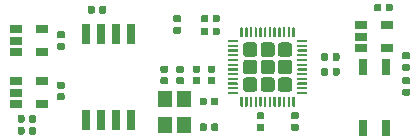
<source format=gbr>
G04 #@! TF.GenerationSoftware,KiCad,Pcbnew,(5.1.0-43-gfdfe5ea)*
G04 #@! TF.CreationDate,2019-03-25T11:45:27-07:00*
G04 #@! TF.ProjectId,lofive,6c6f6669-7665-42e6-9b69-6361645f7063,0*
G04 #@! TF.SameCoordinates,Original*
G04 #@! TF.FileFunction,Paste,Top*
G04 #@! TF.FilePolarity,Positive*
%FSLAX46Y46*%
G04 Gerber Fmt 4.6, Leading zero omitted, Abs format (unit mm)*
G04 Created by KiCad (PCBNEW (5.1.0-43-gfdfe5ea)) date 2019-03-25 11:45:27*
%MOMM*%
%LPD*%
G04 APERTURE LIST*
%ADD10R,0.650000X1.700000*%
%ADD11R,0.700000X1.450000*%
%ADD12R,1.060000X0.650000*%
%ADD13C,0.100000*%
%ADD14C,0.590000*%
%ADD15C,1.200000*%
%ADD16C,0.200000*%
%ADD17R,1.200000X1.400000*%
G04 APERTURE END LIST*
D10*
X108966000Y-115122660D03*
X110236000Y-115122660D03*
X111506000Y-115122660D03*
X112776000Y-115122660D03*
X112776000Y-122422660D03*
X111506000Y-122422660D03*
X110236000Y-122422660D03*
X108966000Y-122422660D03*
D11*
X134350000Y-117943000D03*
X134350000Y-123103000D03*
X132350000Y-123103000D03*
X132350000Y-117943000D03*
D12*
X134416800Y-114406600D03*
X134416800Y-116306600D03*
X132216800Y-116306600D03*
X132216800Y-115356600D03*
X132216800Y-114406600D03*
X105222220Y-119141200D03*
X105222220Y-121041200D03*
X103022220Y-121041200D03*
X103022220Y-120091200D03*
X103022220Y-119141200D03*
X105240000Y-114747000D03*
X105240000Y-116647000D03*
X103040000Y-116647000D03*
X103040000Y-115697000D03*
X103040000Y-114747000D03*
D13*
G36*
X123882418Y-122743170D02*
G01*
X123896736Y-122745294D01*
X123910777Y-122748811D01*
X123924406Y-122753688D01*
X123937491Y-122759877D01*
X123949907Y-122767318D01*
X123961533Y-122775941D01*
X123972258Y-122785662D01*
X123981979Y-122796387D01*
X123990602Y-122808013D01*
X123998043Y-122820429D01*
X124004232Y-122833514D01*
X124009109Y-122847143D01*
X124012626Y-122861184D01*
X124014750Y-122875502D01*
X124015460Y-122889960D01*
X124015460Y-123184960D01*
X124014750Y-123199418D01*
X124012626Y-123213736D01*
X124009109Y-123227777D01*
X124004232Y-123241406D01*
X123998043Y-123254491D01*
X123990602Y-123266907D01*
X123981979Y-123278533D01*
X123972258Y-123289258D01*
X123961533Y-123298979D01*
X123949907Y-123307602D01*
X123937491Y-123315043D01*
X123924406Y-123321232D01*
X123910777Y-123326109D01*
X123896736Y-123329626D01*
X123882418Y-123331750D01*
X123867960Y-123332460D01*
X123522960Y-123332460D01*
X123508502Y-123331750D01*
X123494184Y-123329626D01*
X123480143Y-123326109D01*
X123466514Y-123321232D01*
X123453429Y-123315043D01*
X123441013Y-123307602D01*
X123429387Y-123298979D01*
X123418662Y-123289258D01*
X123408941Y-123278533D01*
X123400318Y-123266907D01*
X123392877Y-123254491D01*
X123386688Y-123241406D01*
X123381811Y-123227777D01*
X123378294Y-123213736D01*
X123376170Y-123199418D01*
X123375460Y-123184960D01*
X123375460Y-122889960D01*
X123376170Y-122875502D01*
X123378294Y-122861184D01*
X123381811Y-122847143D01*
X123386688Y-122833514D01*
X123392877Y-122820429D01*
X123400318Y-122808013D01*
X123408941Y-122796387D01*
X123418662Y-122785662D01*
X123429387Y-122775941D01*
X123441013Y-122767318D01*
X123453429Y-122759877D01*
X123466514Y-122753688D01*
X123480143Y-122748811D01*
X123494184Y-122745294D01*
X123508502Y-122743170D01*
X123522960Y-122742460D01*
X123867960Y-122742460D01*
X123882418Y-122743170D01*
X123882418Y-122743170D01*
G37*
D14*
X123695460Y-123037460D03*
D13*
G36*
X123882418Y-121773170D02*
G01*
X123896736Y-121775294D01*
X123910777Y-121778811D01*
X123924406Y-121783688D01*
X123937491Y-121789877D01*
X123949907Y-121797318D01*
X123961533Y-121805941D01*
X123972258Y-121815662D01*
X123981979Y-121826387D01*
X123990602Y-121838013D01*
X123998043Y-121850429D01*
X124004232Y-121863514D01*
X124009109Y-121877143D01*
X124012626Y-121891184D01*
X124014750Y-121905502D01*
X124015460Y-121919960D01*
X124015460Y-122214960D01*
X124014750Y-122229418D01*
X124012626Y-122243736D01*
X124009109Y-122257777D01*
X124004232Y-122271406D01*
X123998043Y-122284491D01*
X123990602Y-122296907D01*
X123981979Y-122308533D01*
X123972258Y-122319258D01*
X123961533Y-122328979D01*
X123949907Y-122337602D01*
X123937491Y-122345043D01*
X123924406Y-122351232D01*
X123910777Y-122356109D01*
X123896736Y-122359626D01*
X123882418Y-122361750D01*
X123867960Y-122362460D01*
X123522960Y-122362460D01*
X123508502Y-122361750D01*
X123494184Y-122359626D01*
X123480143Y-122356109D01*
X123466514Y-122351232D01*
X123453429Y-122345043D01*
X123441013Y-122337602D01*
X123429387Y-122328979D01*
X123418662Y-122319258D01*
X123408941Y-122308533D01*
X123400318Y-122296907D01*
X123392877Y-122284491D01*
X123386688Y-122271406D01*
X123381811Y-122257777D01*
X123378294Y-122243736D01*
X123376170Y-122229418D01*
X123375460Y-122214960D01*
X123375460Y-121919960D01*
X123376170Y-121905502D01*
X123378294Y-121891184D01*
X123381811Y-121877143D01*
X123386688Y-121863514D01*
X123392877Y-121850429D01*
X123400318Y-121838013D01*
X123408941Y-121826387D01*
X123418662Y-121815662D01*
X123429387Y-121805941D01*
X123441013Y-121797318D01*
X123453429Y-121789877D01*
X123466514Y-121783688D01*
X123480143Y-121778811D01*
X123494184Y-121775294D01*
X123508502Y-121773170D01*
X123522960Y-121772460D01*
X123867960Y-121772460D01*
X123882418Y-121773170D01*
X123882418Y-121773170D01*
G37*
D14*
X123695460Y-122067460D03*
D13*
G36*
X136203958Y-116695710D02*
G01*
X136218276Y-116697834D01*
X136232317Y-116701351D01*
X136245946Y-116706228D01*
X136259031Y-116712417D01*
X136271447Y-116719858D01*
X136283073Y-116728481D01*
X136293798Y-116738202D01*
X136303519Y-116748927D01*
X136312142Y-116760553D01*
X136319583Y-116772969D01*
X136325772Y-116786054D01*
X136330649Y-116799683D01*
X136334166Y-116813724D01*
X136336290Y-116828042D01*
X136337000Y-116842500D01*
X136337000Y-117137500D01*
X136336290Y-117151958D01*
X136334166Y-117166276D01*
X136330649Y-117180317D01*
X136325772Y-117193946D01*
X136319583Y-117207031D01*
X136312142Y-117219447D01*
X136303519Y-117231073D01*
X136293798Y-117241798D01*
X136283073Y-117251519D01*
X136271447Y-117260142D01*
X136259031Y-117267583D01*
X136245946Y-117273772D01*
X136232317Y-117278649D01*
X136218276Y-117282166D01*
X136203958Y-117284290D01*
X136189500Y-117285000D01*
X135844500Y-117285000D01*
X135830042Y-117284290D01*
X135815724Y-117282166D01*
X135801683Y-117278649D01*
X135788054Y-117273772D01*
X135774969Y-117267583D01*
X135762553Y-117260142D01*
X135750927Y-117251519D01*
X135740202Y-117241798D01*
X135730481Y-117231073D01*
X135721858Y-117219447D01*
X135714417Y-117207031D01*
X135708228Y-117193946D01*
X135703351Y-117180317D01*
X135699834Y-117166276D01*
X135697710Y-117151958D01*
X135697000Y-117137500D01*
X135697000Y-116842500D01*
X135697710Y-116828042D01*
X135699834Y-116813724D01*
X135703351Y-116799683D01*
X135708228Y-116786054D01*
X135714417Y-116772969D01*
X135721858Y-116760553D01*
X135730481Y-116748927D01*
X135740202Y-116738202D01*
X135750927Y-116728481D01*
X135762553Y-116719858D01*
X135774969Y-116712417D01*
X135788054Y-116706228D01*
X135801683Y-116701351D01*
X135815724Y-116697834D01*
X135830042Y-116695710D01*
X135844500Y-116695000D01*
X136189500Y-116695000D01*
X136203958Y-116695710D01*
X136203958Y-116695710D01*
G37*
D14*
X136017000Y-116990000D03*
D13*
G36*
X136203958Y-117665710D02*
G01*
X136218276Y-117667834D01*
X136232317Y-117671351D01*
X136245946Y-117676228D01*
X136259031Y-117682417D01*
X136271447Y-117689858D01*
X136283073Y-117698481D01*
X136293798Y-117708202D01*
X136303519Y-117718927D01*
X136312142Y-117730553D01*
X136319583Y-117742969D01*
X136325772Y-117756054D01*
X136330649Y-117769683D01*
X136334166Y-117783724D01*
X136336290Y-117798042D01*
X136337000Y-117812500D01*
X136337000Y-118107500D01*
X136336290Y-118121958D01*
X136334166Y-118136276D01*
X136330649Y-118150317D01*
X136325772Y-118163946D01*
X136319583Y-118177031D01*
X136312142Y-118189447D01*
X136303519Y-118201073D01*
X136293798Y-118211798D01*
X136283073Y-118221519D01*
X136271447Y-118230142D01*
X136259031Y-118237583D01*
X136245946Y-118243772D01*
X136232317Y-118248649D01*
X136218276Y-118252166D01*
X136203958Y-118254290D01*
X136189500Y-118255000D01*
X135844500Y-118255000D01*
X135830042Y-118254290D01*
X135815724Y-118252166D01*
X135801683Y-118248649D01*
X135788054Y-118243772D01*
X135774969Y-118237583D01*
X135762553Y-118230142D01*
X135750927Y-118221519D01*
X135740202Y-118211798D01*
X135730481Y-118201073D01*
X135721858Y-118189447D01*
X135714417Y-118177031D01*
X135708228Y-118163946D01*
X135703351Y-118150317D01*
X135699834Y-118136276D01*
X135697710Y-118121958D01*
X135697000Y-118107500D01*
X135697000Y-117812500D01*
X135697710Y-117798042D01*
X135699834Y-117783724D01*
X135703351Y-117769683D01*
X135708228Y-117756054D01*
X135714417Y-117742969D01*
X135721858Y-117730553D01*
X135730481Y-117718927D01*
X135740202Y-117708202D01*
X135750927Y-117698481D01*
X135762553Y-117689858D01*
X135774969Y-117682417D01*
X135788054Y-117676228D01*
X135801683Y-117671351D01*
X135815724Y-117667834D01*
X135830042Y-117665710D01*
X135844500Y-117665000D01*
X136189500Y-117665000D01*
X136203958Y-117665710D01*
X136203958Y-117665710D01*
G37*
D14*
X136017000Y-117960000D03*
D13*
G36*
X117077758Y-118808710D02*
G01*
X117092076Y-118810834D01*
X117106117Y-118814351D01*
X117119746Y-118819228D01*
X117132831Y-118825417D01*
X117145247Y-118832858D01*
X117156873Y-118841481D01*
X117167598Y-118851202D01*
X117177319Y-118861927D01*
X117185942Y-118873553D01*
X117193383Y-118885969D01*
X117199572Y-118899054D01*
X117204449Y-118912683D01*
X117207966Y-118926724D01*
X117210090Y-118941042D01*
X117210800Y-118955500D01*
X117210800Y-119250500D01*
X117210090Y-119264958D01*
X117207966Y-119279276D01*
X117204449Y-119293317D01*
X117199572Y-119306946D01*
X117193383Y-119320031D01*
X117185942Y-119332447D01*
X117177319Y-119344073D01*
X117167598Y-119354798D01*
X117156873Y-119364519D01*
X117145247Y-119373142D01*
X117132831Y-119380583D01*
X117119746Y-119386772D01*
X117106117Y-119391649D01*
X117092076Y-119395166D01*
X117077758Y-119397290D01*
X117063300Y-119398000D01*
X116718300Y-119398000D01*
X116703842Y-119397290D01*
X116689524Y-119395166D01*
X116675483Y-119391649D01*
X116661854Y-119386772D01*
X116648769Y-119380583D01*
X116636353Y-119373142D01*
X116624727Y-119364519D01*
X116614002Y-119354798D01*
X116604281Y-119344073D01*
X116595658Y-119332447D01*
X116588217Y-119320031D01*
X116582028Y-119306946D01*
X116577151Y-119293317D01*
X116573634Y-119279276D01*
X116571510Y-119264958D01*
X116570800Y-119250500D01*
X116570800Y-118955500D01*
X116571510Y-118941042D01*
X116573634Y-118926724D01*
X116577151Y-118912683D01*
X116582028Y-118899054D01*
X116588217Y-118885969D01*
X116595658Y-118873553D01*
X116604281Y-118861927D01*
X116614002Y-118851202D01*
X116624727Y-118841481D01*
X116636353Y-118832858D01*
X116648769Y-118825417D01*
X116661854Y-118819228D01*
X116675483Y-118814351D01*
X116689524Y-118810834D01*
X116703842Y-118808710D01*
X116718300Y-118808000D01*
X117063300Y-118808000D01*
X117077758Y-118808710D01*
X117077758Y-118808710D01*
G37*
D14*
X116890800Y-119103000D03*
D13*
G36*
X117077758Y-117838710D02*
G01*
X117092076Y-117840834D01*
X117106117Y-117844351D01*
X117119746Y-117849228D01*
X117132831Y-117855417D01*
X117145247Y-117862858D01*
X117156873Y-117871481D01*
X117167598Y-117881202D01*
X117177319Y-117891927D01*
X117185942Y-117903553D01*
X117193383Y-117915969D01*
X117199572Y-117929054D01*
X117204449Y-117942683D01*
X117207966Y-117956724D01*
X117210090Y-117971042D01*
X117210800Y-117985500D01*
X117210800Y-118280500D01*
X117210090Y-118294958D01*
X117207966Y-118309276D01*
X117204449Y-118323317D01*
X117199572Y-118336946D01*
X117193383Y-118350031D01*
X117185942Y-118362447D01*
X117177319Y-118374073D01*
X117167598Y-118384798D01*
X117156873Y-118394519D01*
X117145247Y-118403142D01*
X117132831Y-118410583D01*
X117119746Y-118416772D01*
X117106117Y-118421649D01*
X117092076Y-118425166D01*
X117077758Y-118427290D01*
X117063300Y-118428000D01*
X116718300Y-118428000D01*
X116703842Y-118427290D01*
X116689524Y-118425166D01*
X116675483Y-118421649D01*
X116661854Y-118416772D01*
X116648769Y-118410583D01*
X116636353Y-118403142D01*
X116624727Y-118394519D01*
X116614002Y-118384798D01*
X116604281Y-118374073D01*
X116595658Y-118362447D01*
X116588217Y-118350031D01*
X116582028Y-118336946D01*
X116577151Y-118323317D01*
X116573634Y-118309276D01*
X116571510Y-118294958D01*
X116570800Y-118280500D01*
X116570800Y-117985500D01*
X116571510Y-117971042D01*
X116573634Y-117956724D01*
X116577151Y-117942683D01*
X116582028Y-117929054D01*
X116588217Y-117915969D01*
X116595658Y-117903553D01*
X116604281Y-117891927D01*
X116614002Y-117881202D01*
X116624727Y-117871481D01*
X116636353Y-117862858D01*
X116648769Y-117855417D01*
X116661854Y-117849228D01*
X116675483Y-117844351D01*
X116689524Y-117840834D01*
X116703842Y-117838710D01*
X116718300Y-117838000D01*
X117063300Y-117838000D01*
X117077758Y-117838710D01*
X117077758Y-117838710D01*
G37*
D14*
X116890800Y-118133000D03*
D13*
G36*
X136216658Y-119757310D02*
G01*
X136230976Y-119759434D01*
X136245017Y-119762951D01*
X136258646Y-119767828D01*
X136271731Y-119774017D01*
X136284147Y-119781458D01*
X136295773Y-119790081D01*
X136306498Y-119799802D01*
X136316219Y-119810527D01*
X136324842Y-119822153D01*
X136332283Y-119834569D01*
X136338472Y-119847654D01*
X136343349Y-119861283D01*
X136346866Y-119875324D01*
X136348990Y-119889642D01*
X136349700Y-119904100D01*
X136349700Y-120199100D01*
X136348990Y-120213558D01*
X136346866Y-120227876D01*
X136343349Y-120241917D01*
X136338472Y-120255546D01*
X136332283Y-120268631D01*
X136324842Y-120281047D01*
X136316219Y-120292673D01*
X136306498Y-120303398D01*
X136295773Y-120313119D01*
X136284147Y-120321742D01*
X136271731Y-120329183D01*
X136258646Y-120335372D01*
X136245017Y-120340249D01*
X136230976Y-120343766D01*
X136216658Y-120345890D01*
X136202200Y-120346600D01*
X135857200Y-120346600D01*
X135842742Y-120345890D01*
X135828424Y-120343766D01*
X135814383Y-120340249D01*
X135800754Y-120335372D01*
X135787669Y-120329183D01*
X135775253Y-120321742D01*
X135763627Y-120313119D01*
X135752902Y-120303398D01*
X135743181Y-120292673D01*
X135734558Y-120281047D01*
X135727117Y-120268631D01*
X135720928Y-120255546D01*
X135716051Y-120241917D01*
X135712534Y-120227876D01*
X135710410Y-120213558D01*
X135709700Y-120199100D01*
X135709700Y-119904100D01*
X135710410Y-119889642D01*
X135712534Y-119875324D01*
X135716051Y-119861283D01*
X135720928Y-119847654D01*
X135727117Y-119834569D01*
X135734558Y-119822153D01*
X135743181Y-119810527D01*
X135752902Y-119799802D01*
X135763627Y-119790081D01*
X135775253Y-119781458D01*
X135787669Y-119774017D01*
X135800754Y-119767828D01*
X135814383Y-119762951D01*
X135828424Y-119759434D01*
X135842742Y-119757310D01*
X135857200Y-119756600D01*
X136202200Y-119756600D01*
X136216658Y-119757310D01*
X136216658Y-119757310D01*
G37*
D14*
X136029700Y-120051600D03*
D13*
G36*
X136216658Y-118787310D02*
G01*
X136230976Y-118789434D01*
X136245017Y-118792951D01*
X136258646Y-118797828D01*
X136271731Y-118804017D01*
X136284147Y-118811458D01*
X136295773Y-118820081D01*
X136306498Y-118829802D01*
X136316219Y-118840527D01*
X136324842Y-118852153D01*
X136332283Y-118864569D01*
X136338472Y-118877654D01*
X136343349Y-118891283D01*
X136346866Y-118905324D01*
X136348990Y-118919642D01*
X136349700Y-118934100D01*
X136349700Y-119229100D01*
X136348990Y-119243558D01*
X136346866Y-119257876D01*
X136343349Y-119271917D01*
X136338472Y-119285546D01*
X136332283Y-119298631D01*
X136324842Y-119311047D01*
X136316219Y-119322673D01*
X136306498Y-119333398D01*
X136295773Y-119343119D01*
X136284147Y-119351742D01*
X136271731Y-119359183D01*
X136258646Y-119365372D01*
X136245017Y-119370249D01*
X136230976Y-119373766D01*
X136216658Y-119375890D01*
X136202200Y-119376600D01*
X135857200Y-119376600D01*
X135842742Y-119375890D01*
X135828424Y-119373766D01*
X135814383Y-119370249D01*
X135800754Y-119365372D01*
X135787669Y-119359183D01*
X135775253Y-119351742D01*
X135763627Y-119343119D01*
X135752902Y-119333398D01*
X135743181Y-119322673D01*
X135734558Y-119311047D01*
X135727117Y-119298631D01*
X135720928Y-119285546D01*
X135716051Y-119271917D01*
X135712534Y-119257876D01*
X135710410Y-119243558D01*
X135709700Y-119229100D01*
X135709700Y-118934100D01*
X135710410Y-118919642D01*
X135712534Y-118905324D01*
X135716051Y-118891283D01*
X135720928Y-118877654D01*
X135727117Y-118864569D01*
X135734558Y-118852153D01*
X135743181Y-118840527D01*
X135752902Y-118829802D01*
X135763627Y-118820081D01*
X135775253Y-118811458D01*
X135787669Y-118804017D01*
X135800754Y-118797828D01*
X135814383Y-118792951D01*
X135828424Y-118789434D01*
X135842742Y-118787310D01*
X135857200Y-118786600D01*
X136202200Y-118786600D01*
X136216658Y-118787310D01*
X136216658Y-118787310D01*
G37*
D14*
X136029700Y-119081600D03*
D13*
G36*
X133788958Y-112583710D02*
G01*
X133803276Y-112585834D01*
X133817317Y-112589351D01*
X133830946Y-112594228D01*
X133844031Y-112600417D01*
X133856447Y-112607858D01*
X133868073Y-112616481D01*
X133878798Y-112626202D01*
X133888519Y-112636927D01*
X133897142Y-112648553D01*
X133904583Y-112660969D01*
X133910772Y-112674054D01*
X133915649Y-112687683D01*
X133919166Y-112701724D01*
X133921290Y-112716042D01*
X133922000Y-112730500D01*
X133922000Y-113075500D01*
X133921290Y-113089958D01*
X133919166Y-113104276D01*
X133915649Y-113118317D01*
X133910772Y-113131946D01*
X133904583Y-113145031D01*
X133897142Y-113157447D01*
X133888519Y-113169073D01*
X133878798Y-113179798D01*
X133868073Y-113189519D01*
X133856447Y-113198142D01*
X133844031Y-113205583D01*
X133830946Y-113211772D01*
X133817317Y-113216649D01*
X133803276Y-113220166D01*
X133788958Y-113222290D01*
X133774500Y-113223000D01*
X133479500Y-113223000D01*
X133465042Y-113222290D01*
X133450724Y-113220166D01*
X133436683Y-113216649D01*
X133423054Y-113211772D01*
X133409969Y-113205583D01*
X133397553Y-113198142D01*
X133385927Y-113189519D01*
X133375202Y-113179798D01*
X133365481Y-113169073D01*
X133356858Y-113157447D01*
X133349417Y-113145031D01*
X133343228Y-113131946D01*
X133338351Y-113118317D01*
X133334834Y-113104276D01*
X133332710Y-113089958D01*
X133332000Y-113075500D01*
X133332000Y-112730500D01*
X133332710Y-112716042D01*
X133334834Y-112701724D01*
X133338351Y-112687683D01*
X133343228Y-112674054D01*
X133349417Y-112660969D01*
X133356858Y-112648553D01*
X133365481Y-112636927D01*
X133375202Y-112626202D01*
X133385927Y-112616481D01*
X133397553Y-112607858D01*
X133409969Y-112600417D01*
X133423054Y-112594228D01*
X133436683Y-112589351D01*
X133450724Y-112585834D01*
X133465042Y-112583710D01*
X133479500Y-112583000D01*
X133774500Y-112583000D01*
X133788958Y-112583710D01*
X133788958Y-112583710D01*
G37*
D14*
X133627000Y-112903000D03*
D13*
G36*
X134758958Y-112583710D02*
G01*
X134773276Y-112585834D01*
X134787317Y-112589351D01*
X134800946Y-112594228D01*
X134814031Y-112600417D01*
X134826447Y-112607858D01*
X134838073Y-112616481D01*
X134848798Y-112626202D01*
X134858519Y-112636927D01*
X134867142Y-112648553D01*
X134874583Y-112660969D01*
X134880772Y-112674054D01*
X134885649Y-112687683D01*
X134889166Y-112701724D01*
X134891290Y-112716042D01*
X134892000Y-112730500D01*
X134892000Y-113075500D01*
X134891290Y-113089958D01*
X134889166Y-113104276D01*
X134885649Y-113118317D01*
X134880772Y-113131946D01*
X134874583Y-113145031D01*
X134867142Y-113157447D01*
X134858519Y-113169073D01*
X134848798Y-113179798D01*
X134838073Y-113189519D01*
X134826447Y-113198142D01*
X134814031Y-113205583D01*
X134800946Y-113211772D01*
X134787317Y-113216649D01*
X134773276Y-113220166D01*
X134758958Y-113222290D01*
X134744500Y-113223000D01*
X134449500Y-113223000D01*
X134435042Y-113222290D01*
X134420724Y-113220166D01*
X134406683Y-113216649D01*
X134393054Y-113211772D01*
X134379969Y-113205583D01*
X134367553Y-113198142D01*
X134355927Y-113189519D01*
X134345202Y-113179798D01*
X134335481Y-113169073D01*
X134326858Y-113157447D01*
X134319417Y-113145031D01*
X134313228Y-113131946D01*
X134308351Y-113118317D01*
X134304834Y-113104276D01*
X134302710Y-113089958D01*
X134302000Y-113075500D01*
X134302000Y-112730500D01*
X134302710Y-112716042D01*
X134304834Y-112701724D01*
X134308351Y-112687683D01*
X134313228Y-112674054D01*
X134319417Y-112660969D01*
X134326858Y-112648553D01*
X134335481Y-112636927D01*
X134345202Y-112626202D01*
X134355927Y-112616481D01*
X134367553Y-112607858D01*
X134379969Y-112600417D01*
X134393054Y-112594228D01*
X134406683Y-112589351D01*
X134420724Y-112585834D01*
X134435042Y-112583710D01*
X134449500Y-112583000D01*
X134744500Y-112583000D01*
X134758958Y-112583710D01*
X134758958Y-112583710D01*
G37*
D14*
X134597000Y-112903000D03*
D13*
G36*
X106976178Y-120154910D02*
G01*
X106990496Y-120157034D01*
X107004537Y-120160551D01*
X107018166Y-120165428D01*
X107031251Y-120171617D01*
X107043667Y-120179058D01*
X107055293Y-120187681D01*
X107066018Y-120197402D01*
X107075739Y-120208127D01*
X107084362Y-120219753D01*
X107091803Y-120232169D01*
X107097992Y-120245254D01*
X107102869Y-120258883D01*
X107106386Y-120272924D01*
X107108510Y-120287242D01*
X107109220Y-120301700D01*
X107109220Y-120596700D01*
X107108510Y-120611158D01*
X107106386Y-120625476D01*
X107102869Y-120639517D01*
X107097992Y-120653146D01*
X107091803Y-120666231D01*
X107084362Y-120678647D01*
X107075739Y-120690273D01*
X107066018Y-120700998D01*
X107055293Y-120710719D01*
X107043667Y-120719342D01*
X107031251Y-120726783D01*
X107018166Y-120732972D01*
X107004537Y-120737849D01*
X106990496Y-120741366D01*
X106976178Y-120743490D01*
X106961720Y-120744200D01*
X106616720Y-120744200D01*
X106602262Y-120743490D01*
X106587944Y-120741366D01*
X106573903Y-120737849D01*
X106560274Y-120732972D01*
X106547189Y-120726783D01*
X106534773Y-120719342D01*
X106523147Y-120710719D01*
X106512422Y-120700998D01*
X106502701Y-120690273D01*
X106494078Y-120678647D01*
X106486637Y-120666231D01*
X106480448Y-120653146D01*
X106475571Y-120639517D01*
X106472054Y-120625476D01*
X106469930Y-120611158D01*
X106469220Y-120596700D01*
X106469220Y-120301700D01*
X106469930Y-120287242D01*
X106472054Y-120272924D01*
X106475571Y-120258883D01*
X106480448Y-120245254D01*
X106486637Y-120232169D01*
X106494078Y-120219753D01*
X106502701Y-120208127D01*
X106512422Y-120197402D01*
X106523147Y-120187681D01*
X106534773Y-120179058D01*
X106547189Y-120171617D01*
X106560274Y-120165428D01*
X106573903Y-120160551D01*
X106587944Y-120157034D01*
X106602262Y-120154910D01*
X106616720Y-120154200D01*
X106961720Y-120154200D01*
X106976178Y-120154910D01*
X106976178Y-120154910D01*
G37*
D14*
X106789220Y-120449200D03*
D13*
G36*
X106976178Y-119184910D02*
G01*
X106990496Y-119187034D01*
X107004537Y-119190551D01*
X107018166Y-119195428D01*
X107031251Y-119201617D01*
X107043667Y-119209058D01*
X107055293Y-119217681D01*
X107066018Y-119227402D01*
X107075739Y-119238127D01*
X107084362Y-119249753D01*
X107091803Y-119262169D01*
X107097992Y-119275254D01*
X107102869Y-119288883D01*
X107106386Y-119302924D01*
X107108510Y-119317242D01*
X107109220Y-119331700D01*
X107109220Y-119626700D01*
X107108510Y-119641158D01*
X107106386Y-119655476D01*
X107102869Y-119669517D01*
X107097992Y-119683146D01*
X107091803Y-119696231D01*
X107084362Y-119708647D01*
X107075739Y-119720273D01*
X107066018Y-119730998D01*
X107055293Y-119740719D01*
X107043667Y-119749342D01*
X107031251Y-119756783D01*
X107018166Y-119762972D01*
X107004537Y-119767849D01*
X106990496Y-119771366D01*
X106976178Y-119773490D01*
X106961720Y-119774200D01*
X106616720Y-119774200D01*
X106602262Y-119773490D01*
X106587944Y-119771366D01*
X106573903Y-119767849D01*
X106560274Y-119762972D01*
X106547189Y-119756783D01*
X106534773Y-119749342D01*
X106523147Y-119740719D01*
X106512422Y-119730998D01*
X106502701Y-119720273D01*
X106494078Y-119708647D01*
X106486637Y-119696231D01*
X106480448Y-119683146D01*
X106475571Y-119669517D01*
X106472054Y-119655476D01*
X106469930Y-119641158D01*
X106469220Y-119626700D01*
X106469220Y-119331700D01*
X106469930Y-119317242D01*
X106472054Y-119302924D01*
X106475571Y-119288883D01*
X106480448Y-119275254D01*
X106486637Y-119262169D01*
X106494078Y-119249753D01*
X106502701Y-119238127D01*
X106512422Y-119227402D01*
X106523147Y-119217681D01*
X106534773Y-119209058D01*
X106547189Y-119201617D01*
X106560274Y-119195428D01*
X106573903Y-119190551D01*
X106587944Y-119187034D01*
X106602262Y-119184910D01*
X106616720Y-119184200D01*
X106961720Y-119184200D01*
X106976178Y-119184910D01*
X106976178Y-119184910D01*
G37*
D14*
X106789220Y-119479200D03*
D13*
G36*
X106993958Y-115887710D02*
G01*
X107008276Y-115889834D01*
X107022317Y-115893351D01*
X107035946Y-115898228D01*
X107049031Y-115904417D01*
X107061447Y-115911858D01*
X107073073Y-115920481D01*
X107083798Y-115930202D01*
X107093519Y-115940927D01*
X107102142Y-115952553D01*
X107109583Y-115964969D01*
X107115772Y-115978054D01*
X107120649Y-115991683D01*
X107124166Y-116005724D01*
X107126290Y-116020042D01*
X107127000Y-116034500D01*
X107127000Y-116329500D01*
X107126290Y-116343958D01*
X107124166Y-116358276D01*
X107120649Y-116372317D01*
X107115772Y-116385946D01*
X107109583Y-116399031D01*
X107102142Y-116411447D01*
X107093519Y-116423073D01*
X107083798Y-116433798D01*
X107073073Y-116443519D01*
X107061447Y-116452142D01*
X107049031Y-116459583D01*
X107035946Y-116465772D01*
X107022317Y-116470649D01*
X107008276Y-116474166D01*
X106993958Y-116476290D01*
X106979500Y-116477000D01*
X106634500Y-116477000D01*
X106620042Y-116476290D01*
X106605724Y-116474166D01*
X106591683Y-116470649D01*
X106578054Y-116465772D01*
X106564969Y-116459583D01*
X106552553Y-116452142D01*
X106540927Y-116443519D01*
X106530202Y-116433798D01*
X106520481Y-116423073D01*
X106511858Y-116411447D01*
X106504417Y-116399031D01*
X106498228Y-116385946D01*
X106493351Y-116372317D01*
X106489834Y-116358276D01*
X106487710Y-116343958D01*
X106487000Y-116329500D01*
X106487000Y-116034500D01*
X106487710Y-116020042D01*
X106489834Y-116005724D01*
X106493351Y-115991683D01*
X106498228Y-115978054D01*
X106504417Y-115964969D01*
X106511858Y-115952553D01*
X106520481Y-115940927D01*
X106530202Y-115930202D01*
X106540927Y-115920481D01*
X106552553Y-115911858D01*
X106564969Y-115904417D01*
X106578054Y-115898228D01*
X106591683Y-115893351D01*
X106605724Y-115889834D01*
X106620042Y-115887710D01*
X106634500Y-115887000D01*
X106979500Y-115887000D01*
X106993958Y-115887710D01*
X106993958Y-115887710D01*
G37*
D14*
X106807000Y-116182000D03*
D13*
G36*
X106993958Y-114917710D02*
G01*
X107008276Y-114919834D01*
X107022317Y-114923351D01*
X107035946Y-114928228D01*
X107049031Y-114934417D01*
X107061447Y-114941858D01*
X107073073Y-114950481D01*
X107083798Y-114960202D01*
X107093519Y-114970927D01*
X107102142Y-114982553D01*
X107109583Y-114994969D01*
X107115772Y-115008054D01*
X107120649Y-115021683D01*
X107124166Y-115035724D01*
X107126290Y-115050042D01*
X107127000Y-115064500D01*
X107127000Y-115359500D01*
X107126290Y-115373958D01*
X107124166Y-115388276D01*
X107120649Y-115402317D01*
X107115772Y-115415946D01*
X107109583Y-115429031D01*
X107102142Y-115441447D01*
X107093519Y-115453073D01*
X107083798Y-115463798D01*
X107073073Y-115473519D01*
X107061447Y-115482142D01*
X107049031Y-115489583D01*
X107035946Y-115495772D01*
X107022317Y-115500649D01*
X107008276Y-115504166D01*
X106993958Y-115506290D01*
X106979500Y-115507000D01*
X106634500Y-115507000D01*
X106620042Y-115506290D01*
X106605724Y-115504166D01*
X106591683Y-115500649D01*
X106578054Y-115495772D01*
X106564969Y-115489583D01*
X106552553Y-115482142D01*
X106540927Y-115473519D01*
X106530202Y-115463798D01*
X106520481Y-115453073D01*
X106511858Y-115441447D01*
X106504417Y-115429031D01*
X106498228Y-115415946D01*
X106493351Y-115402317D01*
X106489834Y-115388276D01*
X106487710Y-115373958D01*
X106487000Y-115359500D01*
X106487000Y-115064500D01*
X106487710Y-115050042D01*
X106489834Y-115035724D01*
X106493351Y-115021683D01*
X106498228Y-115008054D01*
X106504417Y-114994969D01*
X106511858Y-114982553D01*
X106520481Y-114970927D01*
X106530202Y-114960202D01*
X106540927Y-114950481D01*
X106552553Y-114941858D01*
X106564969Y-114934417D01*
X106578054Y-114928228D01*
X106591683Y-114923351D01*
X106605724Y-114919834D01*
X106620042Y-114917710D01*
X106634500Y-114917000D01*
X106979500Y-114917000D01*
X106993958Y-114917710D01*
X106993958Y-114917710D01*
G37*
D14*
X106807000Y-115212000D03*
D13*
G36*
X110501018Y-112766290D02*
G01*
X110515336Y-112768414D01*
X110529377Y-112771931D01*
X110543006Y-112776808D01*
X110556091Y-112782997D01*
X110568507Y-112790438D01*
X110580133Y-112799061D01*
X110590858Y-112808782D01*
X110600579Y-112819507D01*
X110609202Y-112831133D01*
X110616643Y-112843549D01*
X110622832Y-112856634D01*
X110627709Y-112870263D01*
X110631226Y-112884304D01*
X110633350Y-112898622D01*
X110634060Y-112913080D01*
X110634060Y-113258080D01*
X110633350Y-113272538D01*
X110631226Y-113286856D01*
X110627709Y-113300897D01*
X110622832Y-113314526D01*
X110616643Y-113327611D01*
X110609202Y-113340027D01*
X110600579Y-113351653D01*
X110590858Y-113362378D01*
X110580133Y-113372099D01*
X110568507Y-113380722D01*
X110556091Y-113388163D01*
X110543006Y-113394352D01*
X110529377Y-113399229D01*
X110515336Y-113402746D01*
X110501018Y-113404870D01*
X110486560Y-113405580D01*
X110191560Y-113405580D01*
X110177102Y-113404870D01*
X110162784Y-113402746D01*
X110148743Y-113399229D01*
X110135114Y-113394352D01*
X110122029Y-113388163D01*
X110109613Y-113380722D01*
X110097987Y-113372099D01*
X110087262Y-113362378D01*
X110077541Y-113351653D01*
X110068918Y-113340027D01*
X110061477Y-113327611D01*
X110055288Y-113314526D01*
X110050411Y-113300897D01*
X110046894Y-113286856D01*
X110044770Y-113272538D01*
X110044060Y-113258080D01*
X110044060Y-112913080D01*
X110044770Y-112898622D01*
X110046894Y-112884304D01*
X110050411Y-112870263D01*
X110055288Y-112856634D01*
X110061477Y-112843549D01*
X110068918Y-112831133D01*
X110077541Y-112819507D01*
X110087262Y-112808782D01*
X110097987Y-112799061D01*
X110109613Y-112790438D01*
X110122029Y-112782997D01*
X110135114Y-112776808D01*
X110148743Y-112771931D01*
X110162784Y-112768414D01*
X110177102Y-112766290D01*
X110191560Y-112765580D01*
X110486560Y-112765580D01*
X110501018Y-112766290D01*
X110501018Y-112766290D01*
G37*
D14*
X110339060Y-113085580D03*
D13*
G36*
X109531018Y-112766290D02*
G01*
X109545336Y-112768414D01*
X109559377Y-112771931D01*
X109573006Y-112776808D01*
X109586091Y-112782997D01*
X109598507Y-112790438D01*
X109610133Y-112799061D01*
X109620858Y-112808782D01*
X109630579Y-112819507D01*
X109639202Y-112831133D01*
X109646643Y-112843549D01*
X109652832Y-112856634D01*
X109657709Y-112870263D01*
X109661226Y-112884304D01*
X109663350Y-112898622D01*
X109664060Y-112913080D01*
X109664060Y-113258080D01*
X109663350Y-113272538D01*
X109661226Y-113286856D01*
X109657709Y-113300897D01*
X109652832Y-113314526D01*
X109646643Y-113327611D01*
X109639202Y-113340027D01*
X109630579Y-113351653D01*
X109620858Y-113362378D01*
X109610133Y-113372099D01*
X109598507Y-113380722D01*
X109586091Y-113388163D01*
X109573006Y-113394352D01*
X109559377Y-113399229D01*
X109545336Y-113402746D01*
X109531018Y-113404870D01*
X109516560Y-113405580D01*
X109221560Y-113405580D01*
X109207102Y-113404870D01*
X109192784Y-113402746D01*
X109178743Y-113399229D01*
X109165114Y-113394352D01*
X109152029Y-113388163D01*
X109139613Y-113380722D01*
X109127987Y-113372099D01*
X109117262Y-113362378D01*
X109107541Y-113351653D01*
X109098918Y-113340027D01*
X109091477Y-113327611D01*
X109085288Y-113314526D01*
X109080411Y-113300897D01*
X109076894Y-113286856D01*
X109074770Y-113272538D01*
X109074060Y-113258080D01*
X109074060Y-112913080D01*
X109074770Y-112898622D01*
X109076894Y-112884304D01*
X109080411Y-112870263D01*
X109085288Y-112856634D01*
X109091477Y-112843549D01*
X109098918Y-112831133D01*
X109107541Y-112819507D01*
X109117262Y-112808782D01*
X109127987Y-112799061D01*
X109139613Y-112790438D01*
X109152029Y-112782997D01*
X109165114Y-112776808D01*
X109178743Y-112771931D01*
X109192784Y-112768414D01*
X109207102Y-112766290D01*
X109221560Y-112765580D01*
X109516560Y-112765580D01*
X109531018Y-112766290D01*
X109531018Y-112766290D01*
G37*
D14*
X109369060Y-113085580D03*
D13*
G36*
X118462058Y-118785850D02*
G01*
X118476376Y-118787974D01*
X118490417Y-118791491D01*
X118504046Y-118796368D01*
X118517131Y-118802557D01*
X118529547Y-118809998D01*
X118541173Y-118818621D01*
X118551898Y-118828342D01*
X118561619Y-118839067D01*
X118570242Y-118850693D01*
X118577683Y-118863109D01*
X118583872Y-118876194D01*
X118588749Y-118889823D01*
X118592266Y-118903864D01*
X118594390Y-118918182D01*
X118595100Y-118932640D01*
X118595100Y-119227640D01*
X118594390Y-119242098D01*
X118592266Y-119256416D01*
X118588749Y-119270457D01*
X118583872Y-119284086D01*
X118577683Y-119297171D01*
X118570242Y-119309587D01*
X118561619Y-119321213D01*
X118551898Y-119331938D01*
X118541173Y-119341659D01*
X118529547Y-119350282D01*
X118517131Y-119357723D01*
X118504046Y-119363912D01*
X118490417Y-119368789D01*
X118476376Y-119372306D01*
X118462058Y-119374430D01*
X118447600Y-119375140D01*
X118102600Y-119375140D01*
X118088142Y-119374430D01*
X118073824Y-119372306D01*
X118059783Y-119368789D01*
X118046154Y-119363912D01*
X118033069Y-119357723D01*
X118020653Y-119350282D01*
X118009027Y-119341659D01*
X117998302Y-119331938D01*
X117988581Y-119321213D01*
X117979958Y-119309587D01*
X117972517Y-119297171D01*
X117966328Y-119284086D01*
X117961451Y-119270457D01*
X117957934Y-119256416D01*
X117955810Y-119242098D01*
X117955100Y-119227640D01*
X117955100Y-118932640D01*
X117955810Y-118918182D01*
X117957934Y-118903864D01*
X117961451Y-118889823D01*
X117966328Y-118876194D01*
X117972517Y-118863109D01*
X117979958Y-118850693D01*
X117988581Y-118839067D01*
X117998302Y-118828342D01*
X118009027Y-118818621D01*
X118020653Y-118809998D01*
X118033069Y-118802557D01*
X118046154Y-118796368D01*
X118059783Y-118791491D01*
X118073824Y-118787974D01*
X118088142Y-118785850D01*
X118102600Y-118785140D01*
X118447600Y-118785140D01*
X118462058Y-118785850D01*
X118462058Y-118785850D01*
G37*
D14*
X118275100Y-119080140D03*
D13*
G36*
X118462058Y-117815850D02*
G01*
X118476376Y-117817974D01*
X118490417Y-117821491D01*
X118504046Y-117826368D01*
X118517131Y-117832557D01*
X118529547Y-117839998D01*
X118541173Y-117848621D01*
X118551898Y-117858342D01*
X118561619Y-117869067D01*
X118570242Y-117880693D01*
X118577683Y-117893109D01*
X118583872Y-117906194D01*
X118588749Y-117919823D01*
X118592266Y-117933864D01*
X118594390Y-117948182D01*
X118595100Y-117962640D01*
X118595100Y-118257640D01*
X118594390Y-118272098D01*
X118592266Y-118286416D01*
X118588749Y-118300457D01*
X118583872Y-118314086D01*
X118577683Y-118327171D01*
X118570242Y-118339587D01*
X118561619Y-118351213D01*
X118551898Y-118361938D01*
X118541173Y-118371659D01*
X118529547Y-118380282D01*
X118517131Y-118387723D01*
X118504046Y-118393912D01*
X118490417Y-118398789D01*
X118476376Y-118402306D01*
X118462058Y-118404430D01*
X118447600Y-118405140D01*
X118102600Y-118405140D01*
X118088142Y-118404430D01*
X118073824Y-118402306D01*
X118059783Y-118398789D01*
X118046154Y-118393912D01*
X118033069Y-118387723D01*
X118020653Y-118380282D01*
X118009027Y-118371659D01*
X117998302Y-118361938D01*
X117988581Y-118351213D01*
X117979958Y-118339587D01*
X117972517Y-118327171D01*
X117966328Y-118314086D01*
X117961451Y-118300457D01*
X117957934Y-118286416D01*
X117955810Y-118272098D01*
X117955100Y-118257640D01*
X117955100Y-117962640D01*
X117955810Y-117948182D01*
X117957934Y-117933864D01*
X117961451Y-117919823D01*
X117966328Y-117906194D01*
X117972517Y-117893109D01*
X117979958Y-117880693D01*
X117988581Y-117869067D01*
X117998302Y-117858342D01*
X118009027Y-117848621D01*
X118020653Y-117839998D01*
X118033069Y-117832557D01*
X118046154Y-117826368D01*
X118059783Y-117821491D01*
X118073824Y-117817974D01*
X118088142Y-117815850D01*
X118102600Y-117815140D01*
X118447600Y-117815140D01*
X118462058Y-117815850D01*
X118462058Y-117815850D01*
G37*
D14*
X118275100Y-118110140D03*
D13*
G36*
X126805958Y-122725390D02*
G01*
X126820276Y-122727514D01*
X126834317Y-122731031D01*
X126847946Y-122735908D01*
X126861031Y-122742097D01*
X126873447Y-122749538D01*
X126885073Y-122758161D01*
X126895798Y-122767882D01*
X126905519Y-122778607D01*
X126914142Y-122790233D01*
X126921583Y-122802649D01*
X126927772Y-122815734D01*
X126932649Y-122829363D01*
X126936166Y-122843404D01*
X126938290Y-122857722D01*
X126939000Y-122872180D01*
X126939000Y-123167180D01*
X126938290Y-123181638D01*
X126936166Y-123195956D01*
X126932649Y-123209997D01*
X126927772Y-123223626D01*
X126921583Y-123236711D01*
X126914142Y-123249127D01*
X126905519Y-123260753D01*
X126895798Y-123271478D01*
X126885073Y-123281199D01*
X126873447Y-123289822D01*
X126861031Y-123297263D01*
X126847946Y-123303452D01*
X126834317Y-123308329D01*
X126820276Y-123311846D01*
X126805958Y-123313970D01*
X126791500Y-123314680D01*
X126446500Y-123314680D01*
X126432042Y-123313970D01*
X126417724Y-123311846D01*
X126403683Y-123308329D01*
X126390054Y-123303452D01*
X126376969Y-123297263D01*
X126364553Y-123289822D01*
X126352927Y-123281199D01*
X126342202Y-123271478D01*
X126332481Y-123260753D01*
X126323858Y-123249127D01*
X126316417Y-123236711D01*
X126310228Y-123223626D01*
X126305351Y-123209997D01*
X126301834Y-123195956D01*
X126299710Y-123181638D01*
X126299000Y-123167180D01*
X126299000Y-122872180D01*
X126299710Y-122857722D01*
X126301834Y-122843404D01*
X126305351Y-122829363D01*
X126310228Y-122815734D01*
X126316417Y-122802649D01*
X126323858Y-122790233D01*
X126332481Y-122778607D01*
X126342202Y-122767882D01*
X126352927Y-122758161D01*
X126364553Y-122749538D01*
X126376969Y-122742097D01*
X126390054Y-122735908D01*
X126403683Y-122731031D01*
X126417724Y-122727514D01*
X126432042Y-122725390D01*
X126446500Y-122724680D01*
X126791500Y-122724680D01*
X126805958Y-122725390D01*
X126805958Y-122725390D01*
G37*
D14*
X126619000Y-123019680D03*
D13*
G36*
X126805958Y-121755390D02*
G01*
X126820276Y-121757514D01*
X126834317Y-121761031D01*
X126847946Y-121765908D01*
X126861031Y-121772097D01*
X126873447Y-121779538D01*
X126885073Y-121788161D01*
X126895798Y-121797882D01*
X126905519Y-121808607D01*
X126914142Y-121820233D01*
X126921583Y-121832649D01*
X126927772Y-121845734D01*
X126932649Y-121859363D01*
X126936166Y-121873404D01*
X126938290Y-121887722D01*
X126939000Y-121902180D01*
X126939000Y-122197180D01*
X126938290Y-122211638D01*
X126936166Y-122225956D01*
X126932649Y-122239997D01*
X126927772Y-122253626D01*
X126921583Y-122266711D01*
X126914142Y-122279127D01*
X126905519Y-122290753D01*
X126895798Y-122301478D01*
X126885073Y-122311199D01*
X126873447Y-122319822D01*
X126861031Y-122327263D01*
X126847946Y-122333452D01*
X126834317Y-122338329D01*
X126820276Y-122341846D01*
X126805958Y-122343970D01*
X126791500Y-122344680D01*
X126446500Y-122344680D01*
X126432042Y-122343970D01*
X126417724Y-122341846D01*
X126403683Y-122338329D01*
X126390054Y-122333452D01*
X126376969Y-122327263D01*
X126364553Y-122319822D01*
X126352927Y-122311199D01*
X126342202Y-122301478D01*
X126332481Y-122290753D01*
X126323858Y-122279127D01*
X126316417Y-122266711D01*
X126310228Y-122253626D01*
X126305351Y-122239997D01*
X126301834Y-122225956D01*
X126299710Y-122211638D01*
X126299000Y-122197180D01*
X126299000Y-121902180D01*
X126299710Y-121887722D01*
X126301834Y-121873404D01*
X126305351Y-121859363D01*
X126310228Y-121845734D01*
X126316417Y-121832649D01*
X126323858Y-121820233D01*
X126332481Y-121808607D01*
X126342202Y-121797882D01*
X126352927Y-121788161D01*
X126364553Y-121779538D01*
X126376969Y-121772097D01*
X126390054Y-121765908D01*
X126403683Y-121761031D01*
X126417724Y-121757514D01*
X126432042Y-121755390D01*
X126446500Y-121754680D01*
X126791500Y-121754680D01*
X126805958Y-121755390D01*
X126805958Y-121755390D01*
G37*
D14*
X126619000Y-122049680D03*
D13*
G36*
X130260718Y-116760270D02*
G01*
X130275036Y-116762394D01*
X130289077Y-116765911D01*
X130302706Y-116770788D01*
X130315791Y-116776977D01*
X130328207Y-116784418D01*
X130339833Y-116793041D01*
X130350558Y-116802762D01*
X130360279Y-116813487D01*
X130368902Y-116825113D01*
X130376343Y-116837529D01*
X130382532Y-116850614D01*
X130387409Y-116864243D01*
X130390926Y-116878284D01*
X130393050Y-116892602D01*
X130393760Y-116907060D01*
X130393760Y-117252060D01*
X130393050Y-117266518D01*
X130390926Y-117280836D01*
X130387409Y-117294877D01*
X130382532Y-117308506D01*
X130376343Y-117321591D01*
X130368902Y-117334007D01*
X130360279Y-117345633D01*
X130350558Y-117356358D01*
X130339833Y-117366079D01*
X130328207Y-117374702D01*
X130315791Y-117382143D01*
X130302706Y-117388332D01*
X130289077Y-117393209D01*
X130275036Y-117396726D01*
X130260718Y-117398850D01*
X130246260Y-117399560D01*
X129951260Y-117399560D01*
X129936802Y-117398850D01*
X129922484Y-117396726D01*
X129908443Y-117393209D01*
X129894814Y-117388332D01*
X129881729Y-117382143D01*
X129869313Y-117374702D01*
X129857687Y-117366079D01*
X129846962Y-117356358D01*
X129837241Y-117345633D01*
X129828618Y-117334007D01*
X129821177Y-117321591D01*
X129814988Y-117308506D01*
X129810111Y-117294877D01*
X129806594Y-117280836D01*
X129804470Y-117266518D01*
X129803760Y-117252060D01*
X129803760Y-116907060D01*
X129804470Y-116892602D01*
X129806594Y-116878284D01*
X129810111Y-116864243D01*
X129814988Y-116850614D01*
X129821177Y-116837529D01*
X129828618Y-116825113D01*
X129837241Y-116813487D01*
X129846962Y-116802762D01*
X129857687Y-116793041D01*
X129869313Y-116784418D01*
X129881729Y-116776977D01*
X129894814Y-116770788D01*
X129908443Y-116765911D01*
X129922484Y-116762394D01*
X129936802Y-116760270D01*
X129951260Y-116759560D01*
X130246260Y-116759560D01*
X130260718Y-116760270D01*
X130260718Y-116760270D01*
G37*
D14*
X130098760Y-117079560D03*
D13*
G36*
X129290718Y-116760270D02*
G01*
X129305036Y-116762394D01*
X129319077Y-116765911D01*
X129332706Y-116770788D01*
X129345791Y-116776977D01*
X129358207Y-116784418D01*
X129369833Y-116793041D01*
X129380558Y-116802762D01*
X129390279Y-116813487D01*
X129398902Y-116825113D01*
X129406343Y-116837529D01*
X129412532Y-116850614D01*
X129417409Y-116864243D01*
X129420926Y-116878284D01*
X129423050Y-116892602D01*
X129423760Y-116907060D01*
X129423760Y-117252060D01*
X129423050Y-117266518D01*
X129420926Y-117280836D01*
X129417409Y-117294877D01*
X129412532Y-117308506D01*
X129406343Y-117321591D01*
X129398902Y-117334007D01*
X129390279Y-117345633D01*
X129380558Y-117356358D01*
X129369833Y-117366079D01*
X129358207Y-117374702D01*
X129345791Y-117382143D01*
X129332706Y-117388332D01*
X129319077Y-117393209D01*
X129305036Y-117396726D01*
X129290718Y-117398850D01*
X129276260Y-117399560D01*
X128981260Y-117399560D01*
X128966802Y-117398850D01*
X128952484Y-117396726D01*
X128938443Y-117393209D01*
X128924814Y-117388332D01*
X128911729Y-117382143D01*
X128899313Y-117374702D01*
X128887687Y-117366079D01*
X128876962Y-117356358D01*
X128867241Y-117345633D01*
X128858618Y-117334007D01*
X128851177Y-117321591D01*
X128844988Y-117308506D01*
X128840111Y-117294877D01*
X128836594Y-117280836D01*
X128834470Y-117266518D01*
X128833760Y-117252060D01*
X128833760Y-116907060D01*
X128834470Y-116892602D01*
X128836594Y-116878284D01*
X128840111Y-116864243D01*
X128844988Y-116850614D01*
X128851177Y-116837529D01*
X128858618Y-116825113D01*
X128867241Y-116813487D01*
X128876962Y-116802762D01*
X128887687Y-116793041D01*
X128899313Y-116784418D01*
X128911729Y-116776977D01*
X128924814Y-116770788D01*
X128938443Y-116765911D01*
X128952484Y-116762394D01*
X128966802Y-116760270D01*
X128981260Y-116759560D01*
X129276260Y-116759560D01*
X129290718Y-116760270D01*
X129290718Y-116760270D01*
G37*
D14*
X129128760Y-117079560D03*
D13*
G36*
X119726978Y-118785850D02*
G01*
X119741296Y-118787974D01*
X119755337Y-118791491D01*
X119768966Y-118796368D01*
X119782051Y-118802557D01*
X119794467Y-118809998D01*
X119806093Y-118818621D01*
X119816818Y-118828342D01*
X119826539Y-118839067D01*
X119835162Y-118850693D01*
X119842603Y-118863109D01*
X119848792Y-118876194D01*
X119853669Y-118889823D01*
X119857186Y-118903864D01*
X119859310Y-118918182D01*
X119860020Y-118932640D01*
X119860020Y-119227640D01*
X119859310Y-119242098D01*
X119857186Y-119256416D01*
X119853669Y-119270457D01*
X119848792Y-119284086D01*
X119842603Y-119297171D01*
X119835162Y-119309587D01*
X119826539Y-119321213D01*
X119816818Y-119331938D01*
X119806093Y-119341659D01*
X119794467Y-119350282D01*
X119782051Y-119357723D01*
X119768966Y-119363912D01*
X119755337Y-119368789D01*
X119741296Y-119372306D01*
X119726978Y-119374430D01*
X119712520Y-119375140D01*
X119367520Y-119375140D01*
X119353062Y-119374430D01*
X119338744Y-119372306D01*
X119324703Y-119368789D01*
X119311074Y-119363912D01*
X119297989Y-119357723D01*
X119285573Y-119350282D01*
X119273947Y-119341659D01*
X119263222Y-119331938D01*
X119253501Y-119321213D01*
X119244878Y-119309587D01*
X119237437Y-119297171D01*
X119231248Y-119284086D01*
X119226371Y-119270457D01*
X119222854Y-119256416D01*
X119220730Y-119242098D01*
X119220020Y-119227640D01*
X119220020Y-118932640D01*
X119220730Y-118918182D01*
X119222854Y-118903864D01*
X119226371Y-118889823D01*
X119231248Y-118876194D01*
X119237437Y-118863109D01*
X119244878Y-118850693D01*
X119253501Y-118839067D01*
X119263222Y-118828342D01*
X119273947Y-118818621D01*
X119285573Y-118809998D01*
X119297989Y-118802557D01*
X119311074Y-118796368D01*
X119324703Y-118791491D01*
X119338744Y-118787974D01*
X119353062Y-118785850D01*
X119367520Y-118785140D01*
X119712520Y-118785140D01*
X119726978Y-118785850D01*
X119726978Y-118785850D01*
G37*
D14*
X119540020Y-119080140D03*
D13*
G36*
X119726978Y-117815850D02*
G01*
X119741296Y-117817974D01*
X119755337Y-117821491D01*
X119768966Y-117826368D01*
X119782051Y-117832557D01*
X119794467Y-117839998D01*
X119806093Y-117848621D01*
X119816818Y-117858342D01*
X119826539Y-117869067D01*
X119835162Y-117880693D01*
X119842603Y-117893109D01*
X119848792Y-117906194D01*
X119853669Y-117919823D01*
X119857186Y-117933864D01*
X119859310Y-117948182D01*
X119860020Y-117962640D01*
X119860020Y-118257640D01*
X119859310Y-118272098D01*
X119857186Y-118286416D01*
X119853669Y-118300457D01*
X119848792Y-118314086D01*
X119842603Y-118327171D01*
X119835162Y-118339587D01*
X119826539Y-118351213D01*
X119816818Y-118361938D01*
X119806093Y-118371659D01*
X119794467Y-118380282D01*
X119782051Y-118387723D01*
X119768966Y-118393912D01*
X119755337Y-118398789D01*
X119741296Y-118402306D01*
X119726978Y-118404430D01*
X119712520Y-118405140D01*
X119367520Y-118405140D01*
X119353062Y-118404430D01*
X119338744Y-118402306D01*
X119324703Y-118398789D01*
X119311074Y-118393912D01*
X119297989Y-118387723D01*
X119285573Y-118380282D01*
X119273947Y-118371659D01*
X119263222Y-118361938D01*
X119253501Y-118351213D01*
X119244878Y-118339587D01*
X119237437Y-118327171D01*
X119231248Y-118314086D01*
X119226371Y-118300457D01*
X119222854Y-118286416D01*
X119220730Y-118272098D01*
X119220020Y-118257640D01*
X119220020Y-117962640D01*
X119220730Y-117948182D01*
X119222854Y-117933864D01*
X119226371Y-117919823D01*
X119231248Y-117906194D01*
X119237437Y-117893109D01*
X119244878Y-117880693D01*
X119253501Y-117869067D01*
X119263222Y-117858342D01*
X119273947Y-117848621D01*
X119285573Y-117839998D01*
X119297989Y-117832557D01*
X119311074Y-117826368D01*
X119324703Y-117821491D01*
X119338744Y-117817974D01*
X119353062Y-117815850D01*
X119367520Y-117815140D01*
X119712520Y-117815140D01*
X119726978Y-117815850D01*
X119726978Y-117815850D01*
G37*
D14*
X119540020Y-118110140D03*
D13*
G36*
X130260718Y-118020270D02*
G01*
X130275036Y-118022394D01*
X130289077Y-118025911D01*
X130302706Y-118030788D01*
X130315791Y-118036977D01*
X130328207Y-118044418D01*
X130339833Y-118053041D01*
X130350558Y-118062762D01*
X130360279Y-118073487D01*
X130368902Y-118085113D01*
X130376343Y-118097529D01*
X130382532Y-118110614D01*
X130387409Y-118124243D01*
X130390926Y-118138284D01*
X130393050Y-118152602D01*
X130393760Y-118167060D01*
X130393760Y-118512060D01*
X130393050Y-118526518D01*
X130390926Y-118540836D01*
X130387409Y-118554877D01*
X130382532Y-118568506D01*
X130376343Y-118581591D01*
X130368902Y-118594007D01*
X130360279Y-118605633D01*
X130350558Y-118616358D01*
X130339833Y-118626079D01*
X130328207Y-118634702D01*
X130315791Y-118642143D01*
X130302706Y-118648332D01*
X130289077Y-118653209D01*
X130275036Y-118656726D01*
X130260718Y-118658850D01*
X130246260Y-118659560D01*
X129951260Y-118659560D01*
X129936802Y-118658850D01*
X129922484Y-118656726D01*
X129908443Y-118653209D01*
X129894814Y-118648332D01*
X129881729Y-118642143D01*
X129869313Y-118634702D01*
X129857687Y-118626079D01*
X129846962Y-118616358D01*
X129837241Y-118605633D01*
X129828618Y-118594007D01*
X129821177Y-118581591D01*
X129814988Y-118568506D01*
X129810111Y-118554877D01*
X129806594Y-118540836D01*
X129804470Y-118526518D01*
X129803760Y-118512060D01*
X129803760Y-118167060D01*
X129804470Y-118152602D01*
X129806594Y-118138284D01*
X129810111Y-118124243D01*
X129814988Y-118110614D01*
X129821177Y-118097529D01*
X129828618Y-118085113D01*
X129837241Y-118073487D01*
X129846962Y-118062762D01*
X129857687Y-118053041D01*
X129869313Y-118044418D01*
X129881729Y-118036977D01*
X129894814Y-118030788D01*
X129908443Y-118025911D01*
X129922484Y-118022394D01*
X129936802Y-118020270D01*
X129951260Y-118019560D01*
X130246260Y-118019560D01*
X130260718Y-118020270D01*
X130260718Y-118020270D01*
G37*
D14*
X130098760Y-118339560D03*
D13*
G36*
X129290718Y-118020270D02*
G01*
X129305036Y-118022394D01*
X129319077Y-118025911D01*
X129332706Y-118030788D01*
X129345791Y-118036977D01*
X129358207Y-118044418D01*
X129369833Y-118053041D01*
X129380558Y-118062762D01*
X129390279Y-118073487D01*
X129398902Y-118085113D01*
X129406343Y-118097529D01*
X129412532Y-118110614D01*
X129417409Y-118124243D01*
X129420926Y-118138284D01*
X129423050Y-118152602D01*
X129423760Y-118167060D01*
X129423760Y-118512060D01*
X129423050Y-118526518D01*
X129420926Y-118540836D01*
X129417409Y-118554877D01*
X129412532Y-118568506D01*
X129406343Y-118581591D01*
X129398902Y-118594007D01*
X129390279Y-118605633D01*
X129380558Y-118616358D01*
X129369833Y-118626079D01*
X129358207Y-118634702D01*
X129345791Y-118642143D01*
X129332706Y-118648332D01*
X129319077Y-118653209D01*
X129305036Y-118656726D01*
X129290718Y-118658850D01*
X129276260Y-118659560D01*
X128981260Y-118659560D01*
X128966802Y-118658850D01*
X128952484Y-118656726D01*
X128938443Y-118653209D01*
X128924814Y-118648332D01*
X128911729Y-118642143D01*
X128899313Y-118634702D01*
X128887687Y-118626079D01*
X128876962Y-118616358D01*
X128867241Y-118605633D01*
X128858618Y-118594007D01*
X128851177Y-118581591D01*
X128844988Y-118568506D01*
X128840111Y-118554877D01*
X128836594Y-118540836D01*
X128834470Y-118526518D01*
X128833760Y-118512060D01*
X128833760Y-118167060D01*
X128834470Y-118152602D01*
X128836594Y-118138284D01*
X128840111Y-118124243D01*
X128844988Y-118110614D01*
X128851177Y-118097529D01*
X128858618Y-118085113D01*
X128867241Y-118073487D01*
X128876962Y-118062762D01*
X128887687Y-118053041D01*
X128899313Y-118044418D01*
X128911729Y-118036977D01*
X128924814Y-118030788D01*
X128938443Y-118025911D01*
X128952484Y-118022394D01*
X128966802Y-118020270D01*
X128981260Y-118019560D01*
X129276260Y-118019560D01*
X129290718Y-118020270D01*
X129290718Y-118020270D01*
G37*
D14*
X129128760Y-118339560D03*
D13*
G36*
X119135698Y-114597930D02*
G01*
X119150016Y-114600054D01*
X119164057Y-114603571D01*
X119177686Y-114608448D01*
X119190771Y-114614637D01*
X119203187Y-114622078D01*
X119214813Y-114630701D01*
X119225538Y-114640422D01*
X119235259Y-114651147D01*
X119243882Y-114662773D01*
X119251323Y-114675189D01*
X119257512Y-114688274D01*
X119262389Y-114701903D01*
X119265906Y-114715944D01*
X119268030Y-114730262D01*
X119268740Y-114744720D01*
X119268740Y-115089720D01*
X119268030Y-115104178D01*
X119265906Y-115118496D01*
X119262389Y-115132537D01*
X119257512Y-115146166D01*
X119251323Y-115159251D01*
X119243882Y-115171667D01*
X119235259Y-115183293D01*
X119225538Y-115194018D01*
X119214813Y-115203739D01*
X119203187Y-115212362D01*
X119190771Y-115219803D01*
X119177686Y-115225992D01*
X119164057Y-115230869D01*
X119150016Y-115234386D01*
X119135698Y-115236510D01*
X119121240Y-115237220D01*
X118826240Y-115237220D01*
X118811782Y-115236510D01*
X118797464Y-115234386D01*
X118783423Y-115230869D01*
X118769794Y-115225992D01*
X118756709Y-115219803D01*
X118744293Y-115212362D01*
X118732667Y-115203739D01*
X118721942Y-115194018D01*
X118712221Y-115183293D01*
X118703598Y-115171667D01*
X118696157Y-115159251D01*
X118689968Y-115146166D01*
X118685091Y-115132537D01*
X118681574Y-115118496D01*
X118679450Y-115104178D01*
X118678740Y-115089720D01*
X118678740Y-114744720D01*
X118679450Y-114730262D01*
X118681574Y-114715944D01*
X118685091Y-114701903D01*
X118689968Y-114688274D01*
X118696157Y-114675189D01*
X118703598Y-114662773D01*
X118712221Y-114651147D01*
X118721942Y-114640422D01*
X118732667Y-114630701D01*
X118744293Y-114622078D01*
X118756709Y-114614637D01*
X118769794Y-114608448D01*
X118783423Y-114603571D01*
X118797464Y-114600054D01*
X118811782Y-114597930D01*
X118826240Y-114597220D01*
X119121240Y-114597220D01*
X119135698Y-114597930D01*
X119135698Y-114597930D01*
G37*
D14*
X118973740Y-114917220D03*
D13*
G36*
X120105698Y-114597930D02*
G01*
X120120016Y-114600054D01*
X120134057Y-114603571D01*
X120147686Y-114608448D01*
X120160771Y-114614637D01*
X120173187Y-114622078D01*
X120184813Y-114630701D01*
X120195538Y-114640422D01*
X120205259Y-114651147D01*
X120213882Y-114662773D01*
X120221323Y-114675189D01*
X120227512Y-114688274D01*
X120232389Y-114701903D01*
X120235906Y-114715944D01*
X120238030Y-114730262D01*
X120238740Y-114744720D01*
X120238740Y-115089720D01*
X120238030Y-115104178D01*
X120235906Y-115118496D01*
X120232389Y-115132537D01*
X120227512Y-115146166D01*
X120221323Y-115159251D01*
X120213882Y-115171667D01*
X120205259Y-115183293D01*
X120195538Y-115194018D01*
X120184813Y-115203739D01*
X120173187Y-115212362D01*
X120160771Y-115219803D01*
X120147686Y-115225992D01*
X120134057Y-115230869D01*
X120120016Y-115234386D01*
X120105698Y-115236510D01*
X120091240Y-115237220D01*
X119796240Y-115237220D01*
X119781782Y-115236510D01*
X119767464Y-115234386D01*
X119753423Y-115230869D01*
X119739794Y-115225992D01*
X119726709Y-115219803D01*
X119714293Y-115212362D01*
X119702667Y-115203739D01*
X119691942Y-115194018D01*
X119682221Y-115183293D01*
X119673598Y-115171667D01*
X119666157Y-115159251D01*
X119659968Y-115146166D01*
X119655091Y-115132537D01*
X119651574Y-115118496D01*
X119649450Y-115104178D01*
X119648740Y-115089720D01*
X119648740Y-114744720D01*
X119649450Y-114730262D01*
X119651574Y-114715944D01*
X119655091Y-114701903D01*
X119659968Y-114688274D01*
X119666157Y-114675189D01*
X119673598Y-114662773D01*
X119682221Y-114651147D01*
X119691942Y-114640422D01*
X119702667Y-114630701D01*
X119714293Y-114622078D01*
X119726709Y-114614637D01*
X119739794Y-114608448D01*
X119753423Y-114603571D01*
X119767464Y-114600054D01*
X119781782Y-114597930D01*
X119796240Y-114597220D01*
X120091240Y-114597220D01*
X120105698Y-114597930D01*
X120105698Y-114597930D01*
G37*
D14*
X119943740Y-114917220D03*
D13*
G36*
X119140778Y-113510810D02*
G01*
X119155096Y-113512934D01*
X119169137Y-113516451D01*
X119182766Y-113521328D01*
X119195851Y-113527517D01*
X119208267Y-113534958D01*
X119219893Y-113543581D01*
X119230618Y-113553302D01*
X119240339Y-113564027D01*
X119248962Y-113575653D01*
X119256403Y-113588069D01*
X119262592Y-113601154D01*
X119267469Y-113614783D01*
X119270986Y-113628824D01*
X119273110Y-113643142D01*
X119273820Y-113657600D01*
X119273820Y-114002600D01*
X119273110Y-114017058D01*
X119270986Y-114031376D01*
X119267469Y-114045417D01*
X119262592Y-114059046D01*
X119256403Y-114072131D01*
X119248962Y-114084547D01*
X119240339Y-114096173D01*
X119230618Y-114106898D01*
X119219893Y-114116619D01*
X119208267Y-114125242D01*
X119195851Y-114132683D01*
X119182766Y-114138872D01*
X119169137Y-114143749D01*
X119155096Y-114147266D01*
X119140778Y-114149390D01*
X119126320Y-114150100D01*
X118831320Y-114150100D01*
X118816862Y-114149390D01*
X118802544Y-114147266D01*
X118788503Y-114143749D01*
X118774874Y-114138872D01*
X118761789Y-114132683D01*
X118749373Y-114125242D01*
X118737747Y-114116619D01*
X118727022Y-114106898D01*
X118717301Y-114096173D01*
X118708678Y-114084547D01*
X118701237Y-114072131D01*
X118695048Y-114059046D01*
X118690171Y-114045417D01*
X118686654Y-114031376D01*
X118684530Y-114017058D01*
X118683820Y-114002600D01*
X118683820Y-113657600D01*
X118684530Y-113643142D01*
X118686654Y-113628824D01*
X118690171Y-113614783D01*
X118695048Y-113601154D01*
X118701237Y-113588069D01*
X118708678Y-113575653D01*
X118717301Y-113564027D01*
X118727022Y-113553302D01*
X118737747Y-113543581D01*
X118749373Y-113534958D01*
X118761789Y-113527517D01*
X118774874Y-113521328D01*
X118788503Y-113516451D01*
X118802544Y-113512934D01*
X118816862Y-113510810D01*
X118831320Y-113510100D01*
X119126320Y-113510100D01*
X119140778Y-113510810D01*
X119140778Y-113510810D01*
G37*
D14*
X118978820Y-113830100D03*
D13*
G36*
X120110778Y-113510810D02*
G01*
X120125096Y-113512934D01*
X120139137Y-113516451D01*
X120152766Y-113521328D01*
X120165851Y-113527517D01*
X120178267Y-113534958D01*
X120189893Y-113543581D01*
X120200618Y-113553302D01*
X120210339Y-113564027D01*
X120218962Y-113575653D01*
X120226403Y-113588069D01*
X120232592Y-113601154D01*
X120237469Y-113614783D01*
X120240986Y-113628824D01*
X120243110Y-113643142D01*
X120243820Y-113657600D01*
X120243820Y-114002600D01*
X120243110Y-114017058D01*
X120240986Y-114031376D01*
X120237469Y-114045417D01*
X120232592Y-114059046D01*
X120226403Y-114072131D01*
X120218962Y-114084547D01*
X120210339Y-114096173D01*
X120200618Y-114106898D01*
X120189893Y-114116619D01*
X120178267Y-114125242D01*
X120165851Y-114132683D01*
X120152766Y-114138872D01*
X120139137Y-114143749D01*
X120125096Y-114147266D01*
X120110778Y-114149390D01*
X120096320Y-114150100D01*
X119801320Y-114150100D01*
X119786862Y-114149390D01*
X119772544Y-114147266D01*
X119758503Y-114143749D01*
X119744874Y-114138872D01*
X119731789Y-114132683D01*
X119719373Y-114125242D01*
X119707747Y-114116619D01*
X119697022Y-114106898D01*
X119687301Y-114096173D01*
X119678678Y-114084547D01*
X119671237Y-114072131D01*
X119665048Y-114059046D01*
X119660171Y-114045417D01*
X119656654Y-114031376D01*
X119654530Y-114017058D01*
X119653820Y-114002600D01*
X119653820Y-113657600D01*
X119654530Y-113643142D01*
X119656654Y-113628824D01*
X119660171Y-113614783D01*
X119665048Y-113601154D01*
X119671237Y-113588069D01*
X119678678Y-113575653D01*
X119687301Y-113564027D01*
X119697022Y-113553302D01*
X119707747Y-113543581D01*
X119719373Y-113534958D01*
X119731789Y-113527517D01*
X119744874Y-113521328D01*
X119758503Y-113516451D01*
X119772544Y-113512934D01*
X119786862Y-113510810D01*
X119801320Y-113510100D01*
X120096320Y-113510100D01*
X120110778Y-113510810D01*
X120110778Y-113510810D01*
G37*
D14*
X119948820Y-113830100D03*
D13*
G36*
X119003618Y-120528830D02*
G01*
X119017936Y-120530954D01*
X119031977Y-120534471D01*
X119045606Y-120539348D01*
X119058691Y-120545537D01*
X119071107Y-120552978D01*
X119082733Y-120561601D01*
X119093458Y-120571322D01*
X119103179Y-120582047D01*
X119111802Y-120593673D01*
X119119243Y-120606089D01*
X119125432Y-120619174D01*
X119130309Y-120632803D01*
X119133826Y-120646844D01*
X119135950Y-120661162D01*
X119136660Y-120675620D01*
X119136660Y-121020620D01*
X119135950Y-121035078D01*
X119133826Y-121049396D01*
X119130309Y-121063437D01*
X119125432Y-121077066D01*
X119119243Y-121090151D01*
X119111802Y-121102567D01*
X119103179Y-121114193D01*
X119093458Y-121124918D01*
X119082733Y-121134639D01*
X119071107Y-121143262D01*
X119058691Y-121150703D01*
X119045606Y-121156892D01*
X119031977Y-121161769D01*
X119017936Y-121165286D01*
X119003618Y-121167410D01*
X118989160Y-121168120D01*
X118694160Y-121168120D01*
X118679702Y-121167410D01*
X118665384Y-121165286D01*
X118651343Y-121161769D01*
X118637714Y-121156892D01*
X118624629Y-121150703D01*
X118612213Y-121143262D01*
X118600587Y-121134639D01*
X118589862Y-121124918D01*
X118580141Y-121114193D01*
X118571518Y-121102567D01*
X118564077Y-121090151D01*
X118557888Y-121077066D01*
X118553011Y-121063437D01*
X118549494Y-121049396D01*
X118547370Y-121035078D01*
X118546660Y-121020620D01*
X118546660Y-120675620D01*
X118547370Y-120661162D01*
X118549494Y-120646844D01*
X118553011Y-120632803D01*
X118557888Y-120619174D01*
X118564077Y-120606089D01*
X118571518Y-120593673D01*
X118580141Y-120582047D01*
X118589862Y-120571322D01*
X118600587Y-120561601D01*
X118612213Y-120552978D01*
X118624629Y-120545537D01*
X118637714Y-120539348D01*
X118651343Y-120534471D01*
X118665384Y-120530954D01*
X118679702Y-120528830D01*
X118694160Y-120528120D01*
X118989160Y-120528120D01*
X119003618Y-120528830D01*
X119003618Y-120528830D01*
G37*
D14*
X118841660Y-120848120D03*
D13*
G36*
X119973618Y-120528830D02*
G01*
X119987936Y-120530954D01*
X120001977Y-120534471D01*
X120015606Y-120539348D01*
X120028691Y-120545537D01*
X120041107Y-120552978D01*
X120052733Y-120561601D01*
X120063458Y-120571322D01*
X120073179Y-120582047D01*
X120081802Y-120593673D01*
X120089243Y-120606089D01*
X120095432Y-120619174D01*
X120100309Y-120632803D01*
X120103826Y-120646844D01*
X120105950Y-120661162D01*
X120106660Y-120675620D01*
X120106660Y-121020620D01*
X120105950Y-121035078D01*
X120103826Y-121049396D01*
X120100309Y-121063437D01*
X120095432Y-121077066D01*
X120089243Y-121090151D01*
X120081802Y-121102567D01*
X120073179Y-121114193D01*
X120063458Y-121124918D01*
X120052733Y-121134639D01*
X120041107Y-121143262D01*
X120028691Y-121150703D01*
X120015606Y-121156892D01*
X120001977Y-121161769D01*
X119987936Y-121165286D01*
X119973618Y-121167410D01*
X119959160Y-121168120D01*
X119664160Y-121168120D01*
X119649702Y-121167410D01*
X119635384Y-121165286D01*
X119621343Y-121161769D01*
X119607714Y-121156892D01*
X119594629Y-121150703D01*
X119582213Y-121143262D01*
X119570587Y-121134639D01*
X119559862Y-121124918D01*
X119550141Y-121114193D01*
X119541518Y-121102567D01*
X119534077Y-121090151D01*
X119527888Y-121077066D01*
X119523011Y-121063437D01*
X119519494Y-121049396D01*
X119517370Y-121035078D01*
X119516660Y-121020620D01*
X119516660Y-120675620D01*
X119517370Y-120661162D01*
X119519494Y-120646844D01*
X119523011Y-120632803D01*
X119527888Y-120619174D01*
X119534077Y-120606089D01*
X119541518Y-120593673D01*
X119550141Y-120582047D01*
X119559862Y-120571322D01*
X119570587Y-120561601D01*
X119582213Y-120552978D01*
X119594629Y-120545537D01*
X119607714Y-120539348D01*
X119621343Y-120534471D01*
X119635384Y-120530954D01*
X119649702Y-120528830D01*
X119664160Y-120528120D01*
X119959160Y-120528120D01*
X119973618Y-120528830D01*
X119973618Y-120528830D01*
G37*
D14*
X119811660Y-120848120D03*
D13*
G36*
X116828838Y-113543570D02*
G01*
X116843156Y-113545694D01*
X116857197Y-113549211D01*
X116870826Y-113554088D01*
X116883911Y-113560277D01*
X116896327Y-113567718D01*
X116907953Y-113576341D01*
X116918678Y-113586062D01*
X116928399Y-113596787D01*
X116937022Y-113608413D01*
X116944463Y-113620829D01*
X116950652Y-113633914D01*
X116955529Y-113647543D01*
X116959046Y-113661584D01*
X116961170Y-113675902D01*
X116961880Y-113690360D01*
X116961880Y-113985360D01*
X116961170Y-113999818D01*
X116959046Y-114014136D01*
X116955529Y-114028177D01*
X116950652Y-114041806D01*
X116944463Y-114054891D01*
X116937022Y-114067307D01*
X116928399Y-114078933D01*
X116918678Y-114089658D01*
X116907953Y-114099379D01*
X116896327Y-114108002D01*
X116883911Y-114115443D01*
X116870826Y-114121632D01*
X116857197Y-114126509D01*
X116843156Y-114130026D01*
X116828838Y-114132150D01*
X116814380Y-114132860D01*
X116469380Y-114132860D01*
X116454922Y-114132150D01*
X116440604Y-114130026D01*
X116426563Y-114126509D01*
X116412934Y-114121632D01*
X116399849Y-114115443D01*
X116387433Y-114108002D01*
X116375807Y-114099379D01*
X116365082Y-114089658D01*
X116355361Y-114078933D01*
X116346738Y-114067307D01*
X116339297Y-114054891D01*
X116333108Y-114041806D01*
X116328231Y-114028177D01*
X116324714Y-114014136D01*
X116322590Y-113999818D01*
X116321880Y-113985360D01*
X116321880Y-113690360D01*
X116322590Y-113675902D01*
X116324714Y-113661584D01*
X116328231Y-113647543D01*
X116333108Y-113633914D01*
X116339297Y-113620829D01*
X116346738Y-113608413D01*
X116355361Y-113596787D01*
X116365082Y-113586062D01*
X116375807Y-113576341D01*
X116387433Y-113567718D01*
X116399849Y-113560277D01*
X116412934Y-113554088D01*
X116426563Y-113549211D01*
X116440604Y-113545694D01*
X116454922Y-113543570D01*
X116469380Y-113542860D01*
X116814380Y-113542860D01*
X116828838Y-113543570D01*
X116828838Y-113543570D01*
G37*
D14*
X116641880Y-113837860D03*
D13*
G36*
X116828838Y-114513570D02*
G01*
X116843156Y-114515694D01*
X116857197Y-114519211D01*
X116870826Y-114524088D01*
X116883911Y-114530277D01*
X116896327Y-114537718D01*
X116907953Y-114546341D01*
X116918678Y-114556062D01*
X116928399Y-114566787D01*
X116937022Y-114578413D01*
X116944463Y-114590829D01*
X116950652Y-114603914D01*
X116955529Y-114617543D01*
X116959046Y-114631584D01*
X116961170Y-114645902D01*
X116961880Y-114660360D01*
X116961880Y-114955360D01*
X116961170Y-114969818D01*
X116959046Y-114984136D01*
X116955529Y-114998177D01*
X116950652Y-115011806D01*
X116944463Y-115024891D01*
X116937022Y-115037307D01*
X116928399Y-115048933D01*
X116918678Y-115059658D01*
X116907953Y-115069379D01*
X116896327Y-115078002D01*
X116883911Y-115085443D01*
X116870826Y-115091632D01*
X116857197Y-115096509D01*
X116843156Y-115100026D01*
X116828838Y-115102150D01*
X116814380Y-115102860D01*
X116469380Y-115102860D01*
X116454922Y-115102150D01*
X116440604Y-115100026D01*
X116426563Y-115096509D01*
X116412934Y-115091632D01*
X116399849Y-115085443D01*
X116387433Y-115078002D01*
X116375807Y-115069379D01*
X116365082Y-115059658D01*
X116355361Y-115048933D01*
X116346738Y-115037307D01*
X116339297Y-115024891D01*
X116333108Y-115011806D01*
X116328231Y-114998177D01*
X116324714Y-114984136D01*
X116322590Y-114969818D01*
X116321880Y-114955360D01*
X116321880Y-114660360D01*
X116322590Y-114645902D01*
X116324714Y-114631584D01*
X116328231Y-114617543D01*
X116333108Y-114603914D01*
X116339297Y-114590829D01*
X116346738Y-114578413D01*
X116355361Y-114566787D01*
X116365082Y-114556062D01*
X116375807Y-114546341D01*
X116387433Y-114537718D01*
X116399849Y-114530277D01*
X116412934Y-114524088D01*
X116426563Y-114519211D01*
X116440604Y-114515694D01*
X116454922Y-114513570D01*
X116469380Y-114512860D01*
X116814380Y-114512860D01*
X116828838Y-114513570D01*
X116828838Y-114513570D01*
G37*
D14*
X116641880Y-114807860D03*
D13*
G36*
X119985638Y-122712630D02*
G01*
X119999956Y-122714754D01*
X120013997Y-122718271D01*
X120027626Y-122723148D01*
X120040711Y-122729337D01*
X120053127Y-122736778D01*
X120064753Y-122745401D01*
X120075478Y-122755122D01*
X120085199Y-122765847D01*
X120093822Y-122777473D01*
X120101263Y-122789889D01*
X120107452Y-122802974D01*
X120112329Y-122816603D01*
X120115846Y-122830644D01*
X120117970Y-122844962D01*
X120118680Y-122859420D01*
X120118680Y-123204420D01*
X120117970Y-123218878D01*
X120115846Y-123233196D01*
X120112329Y-123247237D01*
X120107452Y-123260866D01*
X120101263Y-123273951D01*
X120093822Y-123286367D01*
X120085199Y-123297993D01*
X120075478Y-123308718D01*
X120064753Y-123318439D01*
X120053127Y-123327062D01*
X120040711Y-123334503D01*
X120027626Y-123340692D01*
X120013997Y-123345569D01*
X119999956Y-123349086D01*
X119985638Y-123351210D01*
X119971180Y-123351920D01*
X119676180Y-123351920D01*
X119661722Y-123351210D01*
X119647404Y-123349086D01*
X119633363Y-123345569D01*
X119619734Y-123340692D01*
X119606649Y-123334503D01*
X119594233Y-123327062D01*
X119582607Y-123318439D01*
X119571882Y-123308718D01*
X119562161Y-123297993D01*
X119553538Y-123286367D01*
X119546097Y-123273951D01*
X119539908Y-123260866D01*
X119535031Y-123247237D01*
X119531514Y-123233196D01*
X119529390Y-123218878D01*
X119528680Y-123204420D01*
X119528680Y-122859420D01*
X119529390Y-122844962D01*
X119531514Y-122830644D01*
X119535031Y-122816603D01*
X119539908Y-122802974D01*
X119546097Y-122789889D01*
X119553538Y-122777473D01*
X119562161Y-122765847D01*
X119571882Y-122755122D01*
X119582607Y-122745401D01*
X119594233Y-122736778D01*
X119606649Y-122729337D01*
X119619734Y-122723148D01*
X119633363Y-122718271D01*
X119647404Y-122714754D01*
X119661722Y-122712630D01*
X119676180Y-122711920D01*
X119971180Y-122711920D01*
X119985638Y-122712630D01*
X119985638Y-122712630D01*
G37*
D14*
X119823680Y-123031920D03*
D13*
G36*
X119015638Y-122712630D02*
G01*
X119029956Y-122714754D01*
X119043997Y-122718271D01*
X119057626Y-122723148D01*
X119070711Y-122729337D01*
X119083127Y-122736778D01*
X119094753Y-122745401D01*
X119105478Y-122755122D01*
X119115199Y-122765847D01*
X119123822Y-122777473D01*
X119131263Y-122789889D01*
X119137452Y-122802974D01*
X119142329Y-122816603D01*
X119145846Y-122830644D01*
X119147970Y-122844962D01*
X119148680Y-122859420D01*
X119148680Y-123204420D01*
X119147970Y-123218878D01*
X119145846Y-123233196D01*
X119142329Y-123247237D01*
X119137452Y-123260866D01*
X119131263Y-123273951D01*
X119123822Y-123286367D01*
X119115199Y-123297993D01*
X119105478Y-123308718D01*
X119094753Y-123318439D01*
X119083127Y-123327062D01*
X119070711Y-123334503D01*
X119057626Y-123340692D01*
X119043997Y-123345569D01*
X119029956Y-123349086D01*
X119015638Y-123351210D01*
X119001180Y-123351920D01*
X118706180Y-123351920D01*
X118691722Y-123351210D01*
X118677404Y-123349086D01*
X118663363Y-123345569D01*
X118649734Y-123340692D01*
X118636649Y-123334503D01*
X118624233Y-123327062D01*
X118612607Y-123318439D01*
X118601882Y-123308718D01*
X118592161Y-123297993D01*
X118583538Y-123286367D01*
X118576097Y-123273951D01*
X118569908Y-123260866D01*
X118565031Y-123247237D01*
X118561514Y-123233196D01*
X118559390Y-123218878D01*
X118558680Y-123204420D01*
X118558680Y-122859420D01*
X118559390Y-122844962D01*
X118561514Y-122830644D01*
X118565031Y-122816603D01*
X118569908Y-122802974D01*
X118576097Y-122789889D01*
X118583538Y-122777473D01*
X118592161Y-122765847D01*
X118601882Y-122755122D01*
X118612607Y-122745401D01*
X118624233Y-122736778D01*
X118636649Y-122729337D01*
X118649734Y-122723148D01*
X118663363Y-122718271D01*
X118677404Y-122714754D01*
X118691722Y-122712630D01*
X118706180Y-122711920D01*
X119001180Y-122711920D01*
X119015638Y-122712630D01*
X119015638Y-122712630D01*
G37*
D14*
X118853680Y-123031920D03*
D13*
G36*
X115734098Y-117820930D02*
G01*
X115748416Y-117823054D01*
X115762457Y-117826571D01*
X115776086Y-117831448D01*
X115789171Y-117837637D01*
X115801587Y-117845078D01*
X115813213Y-117853701D01*
X115823938Y-117863422D01*
X115833659Y-117874147D01*
X115842282Y-117885773D01*
X115849723Y-117898189D01*
X115855912Y-117911274D01*
X115860789Y-117924903D01*
X115864306Y-117938944D01*
X115866430Y-117953262D01*
X115867140Y-117967720D01*
X115867140Y-118262720D01*
X115866430Y-118277178D01*
X115864306Y-118291496D01*
X115860789Y-118305537D01*
X115855912Y-118319166D01*
X115849723Y-118332251D01*
X115842282Y-118344667D01*
X115833659Y-118356293D01*
X115823938Y-118367018D01*
X115813213Y-118376739D01*
X115801587Y-118385362D01*
X115789171Y-118392803D01*
X115776086Y-118398992D01*
X115762457Y-118403869D01*
X115748416Y-118407386D01*
X115734098Y-118409510D01*
X115719640Y-118410220D01*
X115374640Y-118410220D01*
X115360182Y-118409510D01*
X115345864Y-118407386D01*
X115331823Y-118403869D01*
X115318194Y-118398992D01*
X115305109Y-118392803D01*
X115292693Y-118385362D01*
X115281067Y-118376739D01*
X115270342Y-118367018D01*
X115260621Y-118356293D01*
X115251998Y-118344667D01*
X115244557Y-118332251D01*
X115238368Y-118319166D01*
X115233491Y-118305537D01*
X115229974Y-118291496D01*
X115227850Y-118277178D01*
X115227140Y-118262720D01*
X115227140Y-117967720D01*
X115227850Y-117953262D01*
X115229974Y-117938944D01*
X115233491Y-117924903D01*
X115238368Y-117911274D01*
X115244557Y-117898189D01*
X115251998Y-117885773D01*
X115260621Y-117874147D01*
X115270342Y-117863422D01*
X115281067Y-117853701D01*
X115292693Y-117845078D01*
X115305109Y-117837637D01*
X115318194Y-117831448D01*
X115331823Y-117826571D01*
X115345864Y-117823054D01*
X115360182Y-117820930D01*
X115374640Y-117820220D01*
X115719640Y-117820220D01*
X115734098Y-117820930D01*
X115734098Y-117820930D01*
G37*
D14*
X115547140Y-118115220D03*
D13*
G36*
X115734098Y-118790930D02*
G01*
X115748416Y-118793054D01*
X115762457Y-118796571D01*
X115776086Y-118801448D01*
X115789171Y-118807637D01*
X115801587Y-118815078D01*
X115813213Y-118823701D01*
X115823938Y-118833422D01*
X115833659Y-118844147D01*
X115842282Y-118855773D01*
X115849723Y-118868189D01*
X115855912Y-118881274D01*
X115860789Y-118894903D01*
X115864306Y-118908944D01*
X115866430Y-118923262D01*
X115867140Y-118937720D01*
X115867140Y-119232720D01*
X115866430Y-119247178D01*
X115864306Y-119261496D01*
X115860789Y-119275537D01*
X115855912Y-119289166D01*
X115849723Y-119302251D01*
X115842282Y-119314667D01*
X115833659Y-119326293D01*
X115823938Y-119337018D01*
X115813213Y-119346739D01*
X115801587Y-119355362D01*
X115789171Y-119362803D01*
X115776086Y-119368992D01*
X115762457Y-119373869D01*
X115748416Y-119377386D01*
X115734098Y-119379510D01*
X115719640Y-119380220D01*
X115374640Y-119380220D01*
X115360182Y-119379510D01*
X115345864Y-119377386D01*
X115331823Y-119373869D01*
X115318194Y-119368992D01*
X115305109Y-119362803D01*
X115292693Y-119355362D01*
X115281067Y-119346739D01*
X115270342Y-119337018D01*
X115260621Y-119326293D01*
X115251998Y-119314667D01*
X115244557Y-119302251D01*
X115238368Y-119289166D01*
X115233491Y-119275537D01*
X115229974Y-119261496D01*
X115227850Y-119247178D01*
X115227140Y-119232720D01*
X115227140Y-118937720D01*
X115227850Y-118923262D01*
X115229974Y-118908944D01*
X115233491Y-118894903D01*
X115238368Y-118881274D01*
X115244557Y-118868189D01*
X115251998Y-118855773D01*
X115260621Y-118844147D01*
X115270342Y-118833422D01*
X115281067Y-118823701D01*
X115292693Y-118815078D01*
X115305109Y-118807637D01*
X115318194Y-118801448D01*
X115331823Y-118796571D01*
X115345864Y-118793054D01*
X115360182Y-118790930D01*
X115374640Y-118790220D01*
X115719640Y-118790220D01*
X115734098Y-118790930D01*
X115734098Y-118790930D01*
G37*
D14*
X115547140Y-119085220D03*
D13*
G36*
X104555818Y-123012950D02*
G01*
X104570136Y-123015074D01*
X104584177Y-123018591D01*
X104597806Y-123023468D01*
X104610891Y-123029657D01*
X104623307Y-123037098D01*
X104634933Y-123045721D01*
X104645658Y-123055442D01*
X104655379Y-123066167D01*
X104664002Y-123077793D01*
X104671443Y-123090209D01*
X104677632Y-123103294D01*
X104682509Y-123116923D01*
X104686026Y-123130964D01*
X104688150Y-123145282D01*
X104688860Y-123159740D01*
X104688860Y-123504740D01*
X104688150Y-123519198D01*
X104686026Y-123533516D01*
X104682509Y-123547557D01*
X104677632Y-123561186D01*
X104671443Y-123574271D01*
X104664002Y-123586687D01*
X104655379Y-123598313D01*
X104645658Y-123609038D01*
X104634933Y-123618759D01*
X104623307Y-123627382D01*
X104610891Y-123634823D01*
X104597806Y-123641012D01*
X104584177Y-123645889D01*
X104570136Y-123649406D01*
X104555818Y-123651530D01*
X104541360Y-123652240D01*
X104246360Y-123652240D01*
X104231902Y-123651530D01*
X104217584Y-123649406D01*
X104203543Y-123645889D01*
X104189914Y-123641012D01*
X104176829Y-123634823D01*
X104164413Y-123627382D01*
X104152787Y-123618759D01*
X104142062Y-123609038D01*
X104132341Y-123598313D01*
X104123718Y-123586687D01*
X104116277Y-123574271D01*
X104110088Y-123561186D01*
X104105211Y-123547557D01*
X104101694Y-123533516D01*
X104099570Y-123519198D01*
X104098860Y-123504740D01*
X104098860Y-123159740D01*
X104099570Y-123145282D01*
X104101694Y-123130964D01*
X104105211Y-123116923D01*
X104110088Y-123103294D01*
X104116277Y-123090209D01*
X104123718Y-123077793D01*
X104132341Y-123066167D01*
X104142062Y-123055442D01*
X104152787Y-123045721D01*
X104164413Y-123037098D01*
X104176829Y-123029657D01*
X104189914Y-123023468D01*
X104203543Y-123018591D01*
X104217584Y-123015074D01*
X104231902Y-123012950D01*
X104246360Y-123012240D01*
X104541360Y-123012240D01*
X104555818Y-123012950D01*
X104555818Y-123012950D01*
G37*
D14*
X104393860Y-123332240D03*
D13*
G36*
X103585818Y-123012950D02*
G01*
X103600136Y-123015074D01*
X103614177Y-123018591D01*
X103627806Y-123023468D01*
X103640891Y-123029657D01*
X103653307Y-123037098D01*
X103664933Y-123045721D01*
X103675658Y-123055442D01*
X103685379Y-123066167D01*
X103694002Y-123077793D01*
X103701443Y-123090209D01*
X103707632Y-123103294D01*
X103712509Y-123116923D01*
X103716026Y-123130964D01*
X103718150Y-123145282D01*
X103718860Y-123159740D01*
X103718860Y-123504740D01*
X103718150Y-123519198D01*
X103716026Y-123533516D01*
X103712509Y-123547557D01*
X103707632Y-123561186D01*
X103701443Y-123574271D01*
X103694002Y-123586687D01*
X103685379Y-123598313D01*
X103675658Y-123609038D01*
X103664933Y-123618759D01*
X103653307Y-123627382D01*
X103640891Y-123634823D01*
X103627806Y-123641012D01*
X103614177Y-123645889D01*
X103600136Y-123649406D01*
X103585818Y-123651530D01*
X103571360Y-123652240D01*
X103276360Y-123652240D01*
X103261902Y-123651530D01*
X103247584Y-123649406D01*
X103233543Y-123645889D01*
X103219914Y-123641012D01*
X103206829Y-123634823D01*
X103194413Y-123627382D01*
X103182787Y-123618759D01*
X103172062Y-123609038D01*
X103162341Y-123598313D01*
X103153718Y-123586687D01*
X103146277Y-123574271D01*
X103140088Y-123561186D01*
X103135211Y-123547557D01*
X103131694Y-123533516D01*
X103129570Y-123519198D01*
X103128860Y-123504740D01*
X103128860Y-123159740D01*
X103129570Y-123145282D01*
X103131694Y-123130964D01*
X103135211Y-123116923D01*
X103140088Y-123103294D01*
X103146277Y-123090209D01*
X103153718Y-123077793D01*
X103162341Y-123066167D01*
X103172062Y-123055442D01*
X103182787Y-123045721D01*
X103194413Y-123037098D01*
X103206829Y-123029657D01*
X103219914Y-123023468D01*
X103233543Y-123018591D01*
X103247584Y-123015074D01*
X103261902Y-123012950D01*
X103276360Y-123012240D01*
X103571360Y-123012240D01*
X103585818Y-123012950D01*
X103585818Y-123012950D01*
G37*
D14*
X103423860Y-123332240D03*
D13*
G36*
X104555818Y-121999490D02*
G01*
X104570136Y-122001614D01*
X104584177Y-122005131D01*
X104597806Y-122010008D01*
X104610891Y-122016197D01*
X104623307Y-122023638D01*
X104634933Y-122032261D01*
X104645658Y-122041982D01*
X104655379Y-122052707D01*
X104664002Y-122064333D01*
X104671443Y-122076749D01*
X104677632Y-122089834D01*
X104682509Y-122103463D01*
X104686026Y-122117504D01*
X104688150Y-122131822D01*
X104688860Y-122146280D01*
X104688860Y-122491280D01*
X104688150Y-122505738D01*
X104686026Y-122520056D01*
X104682509Y-122534097D01*
X104677632Y-122547726D01*
X104671443Y-122560811D01*
X104664002Y-122573227D01*
X104655379Y-122584853D01*
X104645658Y-122595578D01*
X104634933Y-122605299D01*
X104623307Y-122613922D01*
X104610891Y-122621363D01*
X104597806Y-122627552D01*
X104584177Y-122632429D01*
X104570136Y-122635946D01*
X104555818Y-122638070D01*
X104541360Y-122638780D01*
X104246360Y-122638780D01*
X104231902Y-122638070D01*
X104217584Y-122635946D01*
X104203543Y-122632429D01*
X104189914Y-122627552D01*
X104176829Y-122621363D01*
X104164413Y-122613922D01*
X104152787Y-122605299D01*
X104142062Y-122595578D01*
X104132341Y-122584853D01*
X104123718Y-122573227D01*
X104116277Y-122560811D01*
X104110088Y-122547726D01*
X104105211Y-122534097D01*
X104101694Y-122520056D01*
X104099570Y-122505738D01*
X104098860Y-122491280D01*
X104098860Y-122146280D01*
X104099570Y-122131822D01*
X104101694Y-122117504D01*
X104105211Y-122103463D01*
X104110088Y-122089834D01*
X104116277Y-122076749D01*
X104123718Y-122064333D01*
X104132341Y-122052707D01*
X104142062Y-122041982D01*
X104152787Y-122032261D01*
X104164413Y-122023638D01*
X104176829Y-122016197D01*
X104189914Y-122010008D01*
X104203543Y-122005131D01*
X104217584Y-122001614D01*
X104231902Y-121999490D01*
X104246360Y-121998780D01*
X104541360Y-121998780D01*
X104555818Y-121999490D01*
X104555818Y-121999490D01*
G37*
D14*
X104393860Y-122318780D03*
D13*
G36*
X103585818Y-121999490D02*
G01*
X103600136Y-122001614D01*
X103614177Y-122005131D01*
X103627806Y-122010008D01*
X103640891Y-122016197D01*
X103653307Y-122023638D01*
X103664933Y-122032261D01*
X103675658Y-122041982D01*
X103685379Y-122052707D01*
X103694002Y-122064333D01*
X103701443Y-122076749D01*
X103707632Y-122089834D01*
X103712509Y-122103463D01*
X103716026Y-122117504D01*
X103718150Y-122131822D01*
X103718860Y-122146280D01*
X103718860Y-122491280D01*
X103718150Y-122505738D01*
X103716026Y-122520056D01*
X103712509Y-122534097D01*
X103707632Y-122547726D01*
X103701443Y-122560811D01*
X103694002Y-122573227D01*
X103685379Y-122584853D01*
X103675658Y-122595578D01*
X103664933Y-122605299D01*
X103653307Y-122613922D01*
X103640891Y-122621363D01*
X103627806Y-122627552D01*
X103614177Y-122632429D01*
X103600136Y-122635946D01*
X103585818Y-122638070D01*
X103571360Y-122638780D01*
X103276360Y-122638780D01*
X103261902Y-122638070D01*
X103247584Y-122635946D01*
X103233543Y-122632429D01*
X103219914Y-122627552D01*
X103206829Y-122621363D01*
X103194413Y-122613922D01*
X103182787Y-122605299D01*
X103172062Y-122595578D01*
X103162341Y-122584853D01*
X103153718Y-122573227D01*
X103146277Y-122560811D01*
X103140088Y-122547726D01*
X103135211Y-122534097D01*
X103131694Y-122520056D01*
X103129570Y-122505738D01*
X103128860Y-122491280D01*
X103128860Y-122146280D01*
X103129570Y-122131822D01*
X103131694Y-122117504D01*
X103135211Y-122103463D01*
X103140088Y-122089834D01*
X103146277Y-122076749D01*
X103153718Y-122064333D01*
X103162341Y-122052707D01*
X103172062Y-122041982D01*
X103182787Y-122032261D01*
X103194413Y-122023638D01*
X103206829Y-122016197D01*
X103219914Y-122010008D01*
X103233543Y-122005131D01*
X103247584Y-122001614D01*
X103261902Y-121999490D01*
X103276360Y-121998780D01*
X103571360Y-121998780D01*
X103585818Y-121999490D01*
X103585818Y-121999490D01*
G37*
D14*
X103423860Y-122318780D03*
D13*
G36*
X123194485Y-115855944D02*
G01*
X123218753Y-115859544D01*
X123242552Y-115865505D01*
X123265651Y-115873770D01*
X123287830Y-115884260D01*
X123308873Y-115896872D01*
X123328579Y-115911487D01*
X123346757Y-115927963D01*
X123363233Y-115946141D01*
X123377848Y-115965847D01*
X123390460Y-115986890D01*
X123400950Y-116009069D01*
X123409215Y-116032168D01*
X123415176Y-116055967D01*
X123418776Y-116080235D01*
X123419980Y-116104739D01*
X123419980Y-116804741D01*
X123418776Y-116829245D01*
X123415176Y-116853513D01*
X123409215Y-116877312D01*
X123400950Y-116900411D01*
X123390460Y-116922590D01*
X123377848Y-116943633D01*
X123363233Y-116963339D01*
X123346757Y-116981517D01*
X123328579Y-116997993D01*
X123308873Y-117012608D01*
X123287830Y-117025220D01*
X123265651Y-117035710D01*
X123242552Y-117043975D01*
X123218753Y-117049936D01*
X123194485Y-117053536D01*
X123169981Y-117054740D01*
X122469979Y-117054740D01*
X122445475Y-117053536D01*
X122421207Y-117049936D01*
X122397408Y-117043975D01*
X122374309Y-117035710D01*
X122352130Y-117025220D01*
X122331087Y-117012608D01*
X122311381Y-116997993D01*
X122293203Y-116981517D01*
X122276727Y-116963339D01*
X122262112Y-116943633D01*
X122249500Y-116922590D01*
X122239010Y-116900411D01*
X122230745Y-116877312D01*
X122224784Y-116853513D01*
X122221184Y-116829245D01*
X122219980Y-116804741D01*
X122219980Y-116104739D01*
X122221184Y-116080235D01*
X122224784Y-116055967D01*
X122230745Y-116032168D01*
X122239010Y-116009069D01*
X122249500Y-115986890D01*
X122262112Y-115965847D01*
X122276727Y-115946141D01*
X122293203Y-115927963D01*
X122311381Y-115911487D01*
X122331087Y-115896872D01*
X122352130Y-115884260D01*
X122374309Y-115873770D01*
X122397408Y-115865505D01*
X122421207Y-115859544D01*
X122445475Y-115855944D01*
X122469979Y-115854740D01*
X123169981Y-115854740D01*
X123194485Y-115855944D01*
X123194485Y-115855944D01*
G37*
D15*
X122819980Y-116454740D03*
D13*
G36*
X123194485Y-117335944D02*
G01*
X123218753Y-117339544D01*
X123242552Y-117345505D01*
X123265651Y-117353770D01*
X123287830Y-117364260D01*
X123308873Y-117376872D01*
X123328579Y-117391487D01*
X123346757Y-117407963D01*
X123363233Y-117426141D01*
X123377848Y-117445847D01*
X123390460Y-117466890D01*
X123400950Y-117489069D01*
X123409215Y-117512168D01*
X123415176Y-117535967D01*
X123418776Y-117560235D01*
X123419980Y-117584739D01*
X123419980Y-118284741D01*
X123418776Y-118309245D01*
X123415176Y-118333513D01*
X123409215Y-118357312D01*
X123400950Y-118380411D01*
X123390460Y-118402590D01*
X123377848Y-118423633D01*
X123363233Y-118443339D01*
X123346757Y-118461517D01*
X123328579Y-118477993D01*
X123308873Y-118492608D01*
X123287830Y-118505220D01*
X123265651Y-118515710D01*
X123242552Y-118523975D01*
X123218753Y-118529936D01*
X123194485Y-118533536D01*
X123169981Y-118534740D01*
X122469979Y-118534740D01*
X122445475Y-118533536D01*
X122421207Y-118529936D01*
X122397408Y-118523975D01*
X122374309Y-118515710D01*
X122352130Y-118505220D01*
X122331087Y-118492608D01*
X122311381Y-118477993D01*
X122293203Y-118461517D01*
X122276727Y-118443339D01*
X122262112Y-118423633D01*
X122249500Y-118402590D01*
X122239010Y-118380411D01*
X122230745Y-118357312D01*
X122224784Y-118333513D01*
X122221184Y-118309245D01*
X122219980Y-118284741D01*
X122219980Y-117584739D01*
X122221184Y-117560235D01*
X122224784Y-117535967D01*
X122230745Y-117512168D01*
X122239010Y-117489069D01*
X122249500Y-117466890D01*
X122262112Y-117445847D01*
X122276727Y-117426141D01*
X122293203Y-117407963D01*
X122311381Y-117391487D01*
X122331087Y-117376872D01*
X122352130Y-117364260D01*
X122374309Y-117353770D01*
X122397408Y-117345505D01*
X122421207Y-117339544D01*
X122445475Y-117335944D01*
X122469979Y-117334740D01*
X123169981Y-117334740D01*
X123194485Y-117335944D01*
X123194485Y-117335944D01*
G37*
D15*
X122819980Y-117934740D03*
D13*
G36*
X123194485Y-118815944D02*
G01*
X123218753Y-118819544D01*
X123242552Y-118825505D01*
X123265651Y-118833770D01*
X123287830Y-118844260D01*
X123308873Y-118856872D01*
X123328579Y-118871487D01*
X123346757Y-118887963D01*
X123363233Y-118906141D01*
X123377848Y-118925847D01*
X123390460Y-118946890D01*
X123400950Y-118969069D01*
X123409215Y-118992168D01*
X123415176Y-119015967D01*
X123418776Y-119040235D01*
X123419980Y-119064739D01*
X123419980Y-119764741D01*
X123418776Y-119789245D01*
X123415176Y-119813513D01*
X123409215Y-119837312D01*
X123400950Y-119860411D01*
X123390460Y-119882590D01*
X123377848Y-119903633D01*
X123363233Y-119923339D01*
X123346757Y-119941517D01*
X123328579Y-119957993D01*
X123308873Y-119972608D01*
X123287830Y-119985220D01*
X123265651Y-119995710D01*
X123242552Y-120003975D01*
X123218753Y-120009936D01*
X123194485Y-120013536D01*
X123169981Y-120014740D01*
X122469979Y-120014740D01*
X122445475Y-120013536D01*
X122421207Y-120009936D01*
X122397408Y-120003975D01*
X122374309Y-119995710D01*
X122352130Y-119985220D01*
X122331087Y-119972608D01*
X122311381Y-119957993D01*
X122293203Y-119941517D01*
X122276727Y-119923339D01*
X122262112Y-119903633D01*
X122249500Y-119882590D01*
X122239010Y-119860411D01*
X122230745Y-119837312D01*
X122224784Y-119813513D01*
X122221184Y-119789245D01*
X122219980Y-119764741D01*
X122219980Y-119064739D01*
X122221184Y-119040235D01*
X122224784Y-119015967D01*
X122230745Y-118992168D01*
X122239010Y-118969069D01*
X122249500Y-118946890D01*
X122262112Y-118925847D01*
X122276727Y-118906141D01*
X122293203Y-118887963D01*
X122311381Y-118871487D01*
X122331087Y-118856872D01*
X122352130Y-118844260D01*
X122374309Y-118833770D01*
X122397408Y-118825505D01*
X122421207Y-118819544D01*
X122445475Y-118815944D01*
X122469979Y-118814740D01*
X123169981Y-118814740D01*
X123194485Y-118815944D01*
X123194485Y-118815944D01*
G37*
D15*
X122819980Y-119414740D03*
D13*
G36*
X124674485Y-115855944D02*
G01*
X124698753Y-115859544D01*
X124722552Y-115865505D01*
X124745651Y-115873770D01*
X124767830Y-115884260D01*
X124788873Y-115896872D01*
X124808579Y-115911487D01*
X124826757Y-115927963D01*
X124843233Y-115946141D01*
X124857848Y-115965847D01*
X124870460Y-115986890D01*
X124880950Y-116009069D01*
X124889215Y-116032168D01*
X124895176Y-116055967D01*
X124898776Y-116080235D01*
X124899980Y-116104739D01*
X124899980Y-116804741D01*
X124898776Y-116829245D01*
X124895176Y-116853513D01*
X124889215Y-116877312D01*
X124880950Y-116900411D01*
X124870460Y-116922590D01*
X124857848Y-116943633D01*
X124843233Y-116963339D01*
X124826757Y-116981517D01*
X124808579Y-116997993D01*
X124788873Y-117012608D01*
X124767830Y-117025220D01*
X124745651Y-117035710D01*
X124722552Y-117043975D01*
X124698753Y-117049936D01*
X124674485Y-117053536D01*
X124649981Y-117054740D01*
X123949979Y-117054740D01*
X123925475Y-117053536D01*
X123901207Y-117049936D01*
X123877408Y-117043975D01*
X123854309Y-117035710D01*
X123832130Y-117025220D01*
X123811087Y-117012608D01*
X123791381Y-116997993D01*
X123773203Y-116981517D01*
X123756727Y-116963339D01*
X123742112Y-116943633D01*
X123729500Y-116922590D01*
X123719010Y-116900411D01*
X123710745Y-116877312D01*
X123704784Y-116853513D01*
X123701184Y-116829245D01*
X123699980Y-116804741D01*
X123699980Y-116104739D01*
X123701184Y-116080235D01*
X123704784Y-116055967D01*
X123710745Y-116032168D01*
X123719010Y-116009069D01*
X123729500Y-115986890D01*
X123742112Y-115965847D01*
X123756727Y-115946141D01*
X123773203Y-115927963D01*
X123791381Y-115911487D01*
X123811087Y-115896872D01*
X123832130Y-115884260D01*
X123854309Y-115873770D01*
X123877408Y-115865505D01*
X123901207Y-115859544D01*
X123925475Y-115855944D01*
X123949979Y-115854740D01*
X124649981Y-115854740D01*
X124674485Y-115855944D01*
X124674485Y-115855944D01*
G37*
D15*
X124299980Y-116454740D03*
D13*
G36*
X124674485Y-117335944D02*
G01*
X124698753Y-117339544D01*
X124722552Y-117345505D01*
X124745651Y-117353770D01*
X124767830Y-117364260D01*
X124788873Y-117376872D01*
X124808579Y-117391487D01*
X124826757Y-117407963D01*
X124843233Y-117426141D01*
X124857848Y-117445847D01*
X124870460Y-117466890D01*
X124880950Y-117489069D01*
X124889215Y-117512168D01*
X124895176Y-117535967D01*
X124898776Y-117560235D01*
X124899980Y-117584739D01*
X124899980Y-118284741D01*
X124898776Y-118309245D01*
X124895176Y-118333513D01*
X124889215Y-118357312D01*
X124880950Y-118380411D01*
X124870460Y-118402590D01*
X124857848Y-118423633D01*
X124843233Y-118443339D01*
X124826757Y-118461517D01*
X124808579Y-118477993D01*
X124788873Y-118492608D01*
X124767830Y-118505220D01*
X124745651Y-118515710D01*
X124722552Y-118523975D01*
X124698753Y-118529936D01*
X124674485Y-118533536D01*
X124649981Y-118534740D01*
X123949979Y-118534740D01*
X123925475Y-118533536D01*
X123901207Y-118529936D01*
X123877408Y-118523975D01*
X123854309Y-118515710D01*
X123832130Y-118505220D01*
X123811087Y-118492608D01*
X123791381Y-118477993D01*
X123773203Y-118461517D01*
X123756727Y-118443339D01*
X123742112Y-118423633D01*
X123729500Y-118402590D01*
X123719010Y-118380411D01*
X123710745Y-118357312D01*
X123704784Y-118333513D01*
X123701184Y-118309245D01*
X123699980Y-118284741D01*
X123699980Y-117584739D01*
X123701184Y-117560235D01*
X123704784Y-117535967D01*
X123710745Y-117512168D01*
X123719010Y-117489069D01*
X123729500Y-117466890D01*
X123742112Y-117445847D01*
X123756727Y-117426141D01*
X123773203Y-117407963D01*
X123791381Y-117391487D01*
X123811087Y-117376872D01*
X123832130Y-117364260D01*
X123854309Y-117353770D01*
X123877408Y-117345505D01*
X123901207Y-117339544D01*
X123925475Y-117335944D01*
X123949979Y-117334740D01*
X124649981Y-117334740D01*
X124674485Y-117335944D01*
X124674485Y-117335944D01*
G37*
D15*
X124299980Y-117934740D03*
D13*
G36*
X124674485Y-118815944D02*
G01*
X124698753Y-118819544D01*
X124722552Y-118825505D01*
X124745651Y-118833770D01*
X124767830Y-118844260D01*
X124788873Y-118856872D01*
X124808579Y-118871487D01*
X124826757Y-118887963D01*
X124843233Y-118906141D01*
X124857848Y-118925847D01*
X124870460Y-118946890D01*
X124880950Y-118969069D01*
X124889215Y-118992168D01*
X124895176Y-119015967D01*
X124898776Y-119040235D01*
X124899980Y-119064739D01*
X124899980Y-119764741D01*
X124898776Y-119789245D01*
X124895176Y-119813513D01*
X124889215Y-119837312D01*
X124880950Y-119860411D01*
X124870460Y-119882590D01*
X124857848Y-119903633D01*
X124843233Y-119923339D01*
X124826757Y-119941517D01*
X124808579Y-119957993D01*
X124788873Y-119972608D01*
X124767830Y-119985220D01*
X124745651Y-119995710D01*
X124722552Y-120003975D01*
X124698753Y-120009936D01*
X124674485Y-120013536D01*
X124649981Y-120014740D01*
X123949979Y-120014740D01*
X123925475Y-120013536D01*
X123901207Y-120009936D01*
X123877408Y-120003975D01*
X123854309Y-119995710D01*
X123832130Y-119985220D01*
X123811087Y-119972608D01*
X123791381Y-119957993D01*
X123773203Y-119941517D01*
X123756727Y-119923339D01*
X123742112Y-119903633D01*
X123729500Y-119882590D01*
X123719010Y-119860411D01*
X123710745Y-119837312D01*
X123704784Y-119813513D01*
X123701184Y-119789245D01*
X123699980Y-119764741D01*
X123699980Y-119064739D01*
X123701184Y-119040235D01*
X123704784Y-119015967D01*
X123710745Y-118992168D01*
X123719010Y-118969069D01*
X123729500Y-118946890D01*
X123742112Y-118925847D01*
X123756727Y-118906141D01*
X123773203Y-118887963D01*
X123791381Y-118871487D01*
X123811087Y-118856872D01*
X123832130Y-118844260D01*
X123854309Y-118833770D01*
X123877408Y-118825505D01*
X123901207Y-118819544D01*
X123925475Y-118815944D01*
X123949979Y-118814740D01*
X124649981Y-118814740D01*
X124674485Y-118815944D01*
X124674485Y-118815944D01*
G37*
D15*
X124299980Y-119414740D03*
D13*
G36*
X126154485Y-115855944D02*
G01*
X126178753Y-115859544D01*
X126202552Y-115865505D01*
X126225651Y-115873770D01*
X126247830Y-115884260D01*
X126268873Y-115896872D01*
X126288579Y-115911487D01*
X126306757Y-115927963D01*
X126323233Y-115946141D01*
X126337848Y-115965847D01*
X126350460Y-115986890D01*
X126360950Y-116009069D01*
X126369215Y-116032168D01*
X126375176Y-116055967D01*
X126378776Y-116080235D01*
X126379980Y-116104739D01*
X126379980Y-116804741D01*
X126378776Y-116829245D01*
X126375176Y-116853513D01*
X126369215Y-116877312D01*
X126360950Y-116900411D01*
X126350460Y-116922590D01*
X126337848Y-116943633D01*
X126323233Y-116963339D01*
X126306757Y-116981517D01*
X126288579Y-116997993D01*
X126268873Y-117012608D01*
X126247830Y-117025220D01*
X126225651Y-117035710D01*
X126202552Y-117043975D01*
X126178753Y-117049936D01*
X126154485Y-117053536D01*
X126129981Y-117054740D01*
X125429979Y-117054740D01*
X125405475Y-117053536D01*
X125381207Y-117049936D01*
X125357408Y-117043975D01*
X125334309Y-117035710D01*
X125312130Y-117025220D01*
X125291087Y-117012608D01*
X125271381Y-116997993D01*
X125253203Y-116981517D01*
X125236727Y-116963339D01*
X125222112Y-116943633D01*
X125209500Y-116922590D01*
X125199010Y-116900411D01*
X125190745Y-116877312D01*
X125184784Y-116853513D01*
X125181184Y-116829245D01*
X125179980Y-116804741D01*
X125179980Y-116104739D01*
X125181184Y-116080235D01*
X125184784Y-116055967D01*
X125190745Y-116032168D01*
X125199010Y-116009069D01*
X125209500Y-115986890D01*
X125222112Y-115965847D01*
X125236727Y-115946141D01*
X125253203Y-115927963D01*
X125271381Y-115911487D01*
X125291087Y-115896872D01*
X125312130Y-115884260D01*
X125334309Y-115873770D01*
X125357408Y-115865505D01*
X125381207Y-115859544D01*
X125405475Y-115855944D01*
X125429979Y-115854740D01*
X126129981Y-115854740D01*
X126154485Y-115855944D01*
X126154485Y-115855944D01*
G37*
D15*
X125779980Y-116454740D03*
D13*
G36*
X126154485Y-117335944D02*
G01*
X126178753Y-117339544D01*
X126202552Y-117345505D01*
X126225651Y-117353770D01*
X126247830Y-117364260D01*
X126268873Y-117376872D01*
X126288579Y-117391487D01*
X126306757Y-117407963D01*
X126323233Y-117426141D01*
X126337848Y-117445847D01*
X126350460Y-117466890D01*
X126360950Y-117489069D01*
X126369215Y-117512168D01*
X126375176Y-117535967D01*
X126378776Y-117560235D01*
X126379980Y-117584739D01*
X126379980Y-118284741D01*
X126378776Y-118309245D01*
X126375176Y-118333513D01*
X126369215Y-118357312D01*
X126360950Y-118380411D01*
X126350460Y-118402590D01*
X126337848Y-118423633D01*
X126323233Y-118443339D01*
X126306757Y-118461517D01*
X126288579Y-118477993D01*
X126268873Y-118492608D01*
X126247830Y-118505220D01*
X126225651Y-118515710D01*
X126202552Y-118523975D01*
X126178753Y-118529936D01*
X126154485Y-118533536D01*
X126129981Y-118534740D01*
X125429979Y-118534740D01*
X125405475Y-118533536D01*
X125381207Y-118529936D01*
X125357408Y-118523975D01*
X125334309Y-118515710D01*
X125312130Y-118505220D01*
X125291087Y-118492608D01*
X125271381Y-118477993D01*
X125253203Y-118461517D01*
X125236727Y-118443339D01*
X125222112Y-118423633D01*
X125209500Y-118402590D01*
X125199010Y-118380411D01*
X125190745Y-118357312D01*
X125184784Y-118333513D01*
X125181184Y-118309245D01*
X125179980Y-118284741D01*
X125179980Y-117584739D01*
X125181184Y-117560235D01*
X125184784Y-117535967D01*
X125190745Y-117512168D01*
X125199010Y-117489069D01*
X125209500Y-117466890D01*
X125222112Y-117445847D01*
X125236727Y-117426141D01*
X125253203Y-117407963D01*
X125271381Y-117391487D01*
X125291087Y-117376872D01*
X125312130Y-117364260D01*
X125334309Y-117353770D01*
X125357408Y-117345505D01*
X125381207Y-117339544D01*
X125405475Y-117335944D01*
X125429979Y-117334740D01*
X126129981Y-117334740D01*
X126154485Y-117335944D01*
X126154485Y-117335944D01*
G37*
D15*
X125779980Y-117934740D03*
D13*
G36*
X126154485Y-118815944D02*
G01*
X126178753Y-118819544D01*
X126202552Y-118825505D01*
X126225651Y-118833770D01*
X126247830Y-118844260D01*
X126268873Y-118856872D01*
X126288579Y-118871487D01*
X126306757Y-118887963D01*
X126323233Y-118906141D01*
X126337848Y-118925847D01*
X126350460Y-118946890D01*
X126360950Y-118969069D01*
X126369215Y-118992168D01*
X126375176Y-119015967D01*
X126378776Y-119040235D01*
X126379980Y-119064739D01*
X126379980Y-119764741D01*
X126378776Y-119789245D01*
X126375176Y-119813513D01*
X126369215Y-119837312D01*
X126360950Y-119860411D01*
X126350460Y-119882590D01*
X126337848Y-119903633D01*
X126323233Y-119923339D01*
X126306757Y-119941517D01*
X126288579Y-119957993D01*
X126268873Y-119972608D01*
X126247830Y-119985220D01*
X126225651Y-119995710D01*
X126202552Y-120003975D01*
X126178753Y-120009936D01*
X126154485Y-120013536D01*
X126129981Y-120014740D01*
X125429979Y-120014740D01*
X125405475Y-120013536D01*
X125381207Y-120009936D01*
X125357408Y-120003975D01*
X125334309Y-119995710D01*
X125312130Y-119985220D01*
X125291087Y-119972608D01*
X125271381Y-119957993D01*
X125253203Y-119941517D01*
X125236727Y-119923339D01*
X125222112Y-119903633D01*
X125209500Y-119882590D01*
X125199010Y-119860411D01*
X125190745Y-119837312D01*
X125184784Y-119813513D01*
X125181184Y-119789245D01*
X125179980Y-119764741D01*
X125179980Y-119064739D01*
X125181184Y-119040235D01*
X125184784Y-119015967D01*
X125190745Y-118992168D01*
X125199010Y-118969069D01*
X125209500Y-118946890D01*
X125222112Y-118925847D01*
X125236727Y-118906141D01*
X125253203Y-118887963D01*
X125271381Y-118871487D01*
X125291087Y-118856872D01*
X125312130Y-118844260D01*
X125334309Y-118833770D01*
X125357408Y-118825505D01*
X125381207Y-118819544D01*
X125405475Y-118815944D01*
X125429979Y-118814740D01*
X126129981Y-118814740D01*
X126154485Y-118815944D01*
X126154485Y-118815944D01*
G37*
D15*
X125779980Y-119414740D03*
D13*
G36*
X121729881Y-115634981D02*
G01*
X121734735Y-115635701D01*
X121739494Y-115636893D01*
X121744114Y-115638546D01*
X121748550Y-115640644D01*
X121752759Y-115643167D01*
X121756700Y-115646089D01*
X121760335Y-115649385D01*
X121763631Y-115653020D01*
X121766553Y-115656961D01*
X121769076Y-115661170D01*
X121771174Y-115665606D01*
X121772827Y-115670226D01*
X121774019Y-115674985D01*
X121774739Y-115679839D01*
X121774980Y-115684740D01*
X121774980Y-115784740D01*
X121774739Y-115789641D01*
X121774019Y-115794495D01*
X121772827Y-115799254D01*
X121771174Y-115803874D01*
X121769076Y-115808310D01*
X121766553Y-115812519D01*
X121763631Y-115816460D01*
X121760335Y-115820095D01*
X121756700Y-115823391D01*
X121752759Y-115826313D01*
X121748550Y-115828836D01*
X121744114Y-115830934D01*
X121739494Y-115832587D01*
X121734735Y-115833779D01*
X121729881Y-115834499D01*
X121724980Y-115834740D01*
X120999980Y-115834740D01*
X120995079Y-115834499D01*
X120990225Y-115833779D01*
X120985466Y-115832587D01*
X120980846Y-115830934D01*
X120976410Y-115828836D01*
X120972201Y-115826313D01*
X120968260Y-115823391D01*
X120964625Y-115820095D01*
X120961329Y-115816460D01*
X120958407Y-115812519D01*
X120955884Y-115808310D01*
X120953786Y-115803874D01*
X120952133Y-115799254D01*
X120950941Y-115794495D01*
X120950221Y-115789641D01*
X120949980Y-115784740D01*
X120949980Y-115684740D01*
X120950221Y-115679839D01*
X120950941Y-115674985D01*
X120952133Y-115670226D01*
X120953786Y-115665606D01*
X120955884Y-115661170D01*
X120958407Y-115656961D01*
X120961329Y-115653020D01*
X120964625Y-115649385D01*
X120968260Y-115646089D01*
X120972201Y-115643167D01*
X120976410Y-115640644D01*
X120980846Y-115638546D01*
X120985466Y-115636893D01*
X120990225Y-115635701D01*
X120995079Y-115634981D01*
X120999980Y-115634740D01*
X121724980Y-115634740D01*
X121729881Y-115634981D01*
X121729881Y-115634981D01*
G37*
D16*
X121362480Y-115734740D03*
D13*
G36*
X121729881Y-116034981D02*
G01*
X121734735Y-116035701D01*
X121739494Y-116036893D01*
X121744114Y-116038546D01*
X121748550Y-116040644D01*
X121752759Y-116043167D01*
X121756700Y-116046089D01*
X121760335Y-116049385D01*
X121763631Y-116053020D01*
X121766553Y-116056961D01*
X121769076Y-116061170D01*
X121771174Y-116065606D01*
X121772827Y-116070226D01*
X121774019Y-116074985D01*
X121774739Y-116079839D01*
X121774980Y-116084740D01*
X121774980Y-116184740D01*
X121774739Y-116189641D01*
X121774019Y-116194495D01*
X121772827Y-116199254D01*
X121771174Y-116203874D01*
X121769076Y-116208310D01*
X121766553Y-116212519D01*
X121763631Y-116216460D01*
X121760335Y-116220095D01*
X121756700Y-116223391D01*
X121752759Y-116226313D01*
X121748550Y-116228836D01*
X121744114Y-116230934D01*
X121739494Y-116232587D01*
X121734735Y-116233779D01*
X121729881Y-116234499D01*
X121724980Y-116234740D01*
X120999980Y-116234740D01*
X120995079Y-116234499D01*
X120990225Y-116233779D01*
X120985466Y-116232587D01*
X120980846Y-116230934D01*
X120976410Y-116228836D01*
X120972201Y-116226313D01*
X120968260Y-116223391D01*
X120964625Y-116220095D01*
X120961329Y-116216460D01*
X120958407Y-116212519D01*
X120955884Y-116208310D01*
X120953786Y-116203874D01*
X120952133Y-116199254D01*
X120950941Y-116194495D01*
X120950221Y-116189641D01*
X120949980Y-116184740D01*
X120949980Y-116084740D01*
X120950221Y-116079839D01*
X120950941Y-116074985D01*
X120952133Y-116070226D01*
X120953786Y-116065606D01*
X120955884Y-116061170D01*
X120958407Y-116056961D01*
X120961329Y-116053020D01*
X120964625Y-116049385D01*
X120968260Y-116046089D01*
X120972201Y-116043167D01*
X120976410Y-116040644D01*
X120980846Y-116038546D01*
X120985466Y-116036893D01*
X120990225Y-116035701D01*
X120995079Y-116034981D01*
X120999980Y-116034740D01*
X121724980Y-116034740D01*
X121729881Y-116034981D01*
X121729881Y-116034981D01*
G37*
D16*
X121362480Y-116134740D03*
D13*
G36*
X121729881Y-116434981D02*
G01*
X121734735Y-116435701D01*
X121739494Y-116436893D01*
X121744114Y-116438546D01*
X121748550Y-116440644D01*
X121752759Y-116443167D01*
X121756700Y-116446089D01*
X121760335Y-116449385D01*
X121763631Y-116453020D01*
X121766553Y-116456961D01*
X121769076Y-116461170D01*
X121771174Y-116465606D01*
X121772827Y-116470226D01*
X121774019Y-116474985D01*
X121774739Y-116479839D01*
X121774980Y-116484740D01*
X121774980Y-116584740D01*
X121774739Y-116589641D01*
X121774019Y-116594495D01*
X121772827Y-116599254D01*
X121771174Y-116603874D01*
X121769076Y-116608310D01*
X121766553Y-116612519D01*
X121763631Y-116616460D01*
X121760335Y-116620095D01*
X121756700Y-116623391D01*
X121752759Y-116626313D01*
X121748550Y-116628836D01*
X121744114Y-116630934D01*
X121739494Y-116632587D01*
X121734735Y-116633779D01*
X121729881Y-116634499D01*
X121724980Y-116634740D01*
X120999980Y-116634740D01*
X120995079Y-116634499D01*
X120990225Y-116633779D01*
X120985466Y-116632587D01*
X120980846Y-116630934D01*
X120976410Y-116628836D01*
X120972201Y-116626313D01*
X120968260Y-116623391D01*
X120964625Y-116620095D01*
X120961329Y-116616460D01*
X120958407Y-116612519D01*
X120955884Y-116608310D01*
X120953786Y-116603874D01*
X120952133Y-116599254D01*
X120950941Y-116594495D01*
X120950221Y-116589641D01*
X120949980Y-116584740D01*
X120949980Y-116484740D01*
X120950221Y-116479839D01*
X120950941Y-116474985D01*
X120952133Y-116470226D01*
X120953786Y-116465606D01*
X120955884Y-116461170D01*
X120958407Y-116456961D01*
X120961329Y-116453020D01*
X120964625Y-116449385D01*
X120968260Y-116446089D01*
X120972201Y-116443167D01*
X120976410Y-116440644D01*
X120980846Y-116438546D01*
X120985466Y-116436893D01*
X120990225Y-116435701D01*
X120995079Y-116434981D01*
X120999980Y-116434740D01*
X121724980Y-116434740D01*
X121729881Y-116434981D01*
X121729881Y-116434981D01*
G37*
D16*
X121362480Y-116534740D03*
D13*
G36*
X121729881Y-116834981D02*
G01*
X121734735Y-116835701D01*
X121739494Y-116836893D01*
X121744114Y-116838546D01*
X121748550Y-116840644D01*
X121752759Y-116843167D01*
X121756700Y-116846089D01*
X121760335Y-116849385D01*
X121763631Y-116853020D01*
X121766553Y-116856961D01*
X121769076Y-116861170D01*
X121771174Y-116865606D01*
X121772827Y-116870226D01*
X121774019Y-116874985D01*
X121774739Y-116879839D01*
X121774980Y-116884740D01*
X121774980Y-116984740D01*
X121774739Y-116989641D01*
X121774019Y-116994495D01*
X121772827Y-116999254D01*
X121771174Y-117003874D01*
X121769076Y-117008310D01*
X121766553Y-117012519D01*
X121763631Y-117016460D01*
X121760335Y-117020095D01*
X121756700Y-117023391D01*
X121752759Y-117026313D01*
X121748550Y-117028836D01*
X121744114Y-117030934D01*
X121739494Y-117032587D01*
X121734735Y-117033779D01*
X121729881Y-117034499D01*
X121724980Y-117034740D01*
X120999980Y-117034740D01*
X120995079Y-117034499D01*
X120990225Y-117033779D01*
X120985466Y-117032587D01*
X120980846Y-117030934D01*
X120976410Y-117028836D01*
X120972201Y-117026313D01*
X120968260Y-117023391D01*
X120964625Y-117020095D01*
X120961329Y-117016460D01*
X120958407Y-117012519D01*
X120955884Y-117008310D01*
X120953786Y-117003874D01*
X120952133Y-116999254D01*
X120950941Y-116994495D01*
X120950221Y-116989641D01*
X120949980Y-116984740D01*
X120949980Y-116884740D01*
X120950221Y-116879839D01*
X120950941Y-116874985D01*
X120952133Y-116870226D01*
X120953786Y-116865606D01*
X120955884Y-116861170D01*
X120958407Y-116856961D01*
X120961329Y-116853020D01*
X120964625Y-116849385D01*
X120968260Y-116846089D01*
X120972201Y-116843167D01*
X120976410Y-116840644D01*
X120980846Y-116838546D01*
X120985466Y-116836893D01*
X120990225Y-116835701D01*
X120995079Y-116834981D01*
X120999980Y-116834740D01*
X121724980Y-116834740D01*
X121729881Y-116834981D01*
X121729881Y-116834981D01*
G37*
D16*
X121362480Y-116934740D03*
D13*
G36*
X121729881Y-117234981D02*
G01*
X121734735Y-117235701D01*
X121739494Y-117236893D01*
X121744114Y-117238546D01*
X121748550Y-117240644D01*
X121752759Y-117243167D01*
X121756700Y-117246089D01*
X121760335Y-117249385D01*
X121763631Y-117253020D01*
X121766553Y-117256961D01*
X121769076Y-117261170D01*
X121771174Y-117265606D01*
X121772827Y-117270226D01*
X121774019Y-117274985D01*
X121774739Y-117279839D01*
X121774980Y-117284740D01*
X121774980Y-117384740D01*
X121774739Y-117389641D01*
X121774019Y-117394495D01*
X121772827Y-117399254D01*
X121771174Y-117403874D01*
X121769076Y-117408310D01*
X121766553Y-117412519D01*
X121763631Y-117416460D01*
X121760335Y-117420095D01*
X121756700Y-117423391D01*
X121752759Y-117426313D01*
X121748550Y-117428836D01*
X121744114Y-117430934D01*
X121739494Y-117432587D01*
X121734735Y-117433779D01*
X121729881Y-117434499D01*
X121724980Y-117434740D01*
X120999980Y-117434740D01*
X120995079Y-117434499D01*
X120990225Y-117433779D01*
X120985466Y-117432587D01*
X120980846Y-117430934D01*
X120976410Y-117428836D01*
X120972201Y-117426313D01*
X120968260Y-117423391D01*
X120964625Y-117420095D01*
X120961329Y-117416460D01*
X120958407Y-117412519D01*
X120955884Y-117408310D01*
X120953786Y-117403874D01*
X120952133Y-117399254D01*
X120950941Y-117394495D01*
X120950221Y-117389641D01*
X120949980Y-117384740D01*
X120949980Y-117284740D01*
X120950221Y-117279839D01*
X120950941Y-117274985D01*
X120952133Y-117270226D01*
X120953786Y-117265606D01*
X120955884Y-117261170D01*
X120958407Y-117256961D01*
X120961329Y-117253020D01*
X120964625Y-117249385D01*
X120968260Y-117246089D01*
X120972201Y-117243167D01*
X120976410Y-117240644D01*
X120980846Y-117238546D01*
X120985466Y-117236893D01*
X120990225Y-117235701D01*
X120995079Y-117234981D01*
X120999980Y-117234740D01*
X121724980Y-117234740D01*
X121729881Y-117234981D01*
X121729881Y-117234981D01*
G37*
D16*
X121362480Y-117334740D03*
D13*
G36*
X121729881Y-117634981D02*
G01*
X121734735Y-117635701D01*
X121739494Y-117636893D01*
X121744114Y-117638546D01*
X121748550Y-117640644D01*
X121752759Y-117643167D01*
X121756700Y-117646089D01*
X121760335Y-117649385D01*
X121763631Y-117653020D01*
X121766553Y-117656961D01*
X121769076Y-117661170D01*
X121771174Y-117665606D01*
X121772827Y-117670226D01*
X121774019Y-117674985D01*
X121774739Y-117679839D01*
X121774980Y-117684740D01*
X121774980Y-117784740D01*
X121774739Y-117789641D01*
X121774019Y-117794495D01*
X121772827Y-117799254D01*
X121771174Y-117803874D01*
X121769076Y-117808310D01*
X121766553Y-117812519D01*
X121763631Y-117816460D01*
X121760335Y-117820095D01*
X121756700Y-117823391D01*
X121752759Y-117826313D01*
X121748550Y-117828836D01*
X121744114Y-117830934D01*
X121739494Y-117832587D01*
X121734735Y-117833779D01*
X121729881Y-117834499D01*
X121724980Y-117834740D01*
X120999980Y-117834740D01*
X120995079Y-117834499D01*
X120990225Y-117833779D01*
X120985466Y-117832587D01*
X120980846Y-117830934D01*
X120976410Y-117828836D01*
X120972201Y-117826313D01*
X120968260Y-117823391D01*
X120964625Y-117820095D01*
X120961329Y-117816460D01*
X120958407Y-117812519D01*
X120955884Y-117808310D01*
X120953786Y-117803874D01*
X120952133Y-117799254D01*
X120950941Y-117794495D01*
X120950221Y-117789641D01*
X120949980Y-117784740D01*
X120949980Y-117684740D01*
X120950221Y-117679839D01*
X120950941Y-117674985D01*
X120952133Y-117670226D01*
X120953786Y-117665606D01*
X120955884Y-117661170D01*
X120958407Y-117656961D01*
X120961329Y-117653020D01*
X120964625Y-117649385D01*
X120968260Y-117646089D01*
X120972201Y-117643167D01*
X120976410Y-117640644D01*
X120980846Y-117638546D01*
X120985466Y-117636893D01*
X120990225Y-117635701D01*
X120995079Y-117634981D01*
X120999980Y-117634740D01*
X121724980Y-117634740D01*
X121729881Y-117634981D01*
X121729881Y-117634981D01*
G37*
D16*
X121362480Y-117734740D03*
D13*
G36*
X121729881Y-118034981D02*
G01*
X121734735Y-118035701D01*
X121739494Y-118036893D01*
X121744114Y-118038546D01*
X121748550Y-118040644D01*
X121752759Y-118043167D01*
X121756700Y-118046089D01*
X121760335Y-118049385D01*
X121763631Y-118053020D01*
X121766553Y-118056961D01*
X121769076Y-118061170D01*
X121771174Y-118065606D01*
X121772827Y-118070226D01*
X121774019Y-118074985D01*
X121774739Y-118079839D01*
X121774980Y-118084740D01*
X121774980Y-118184740D01*
X121774739Y-118189641D01*
X121774019Y-118194495D01*
X121772827Y-118199254D01*
X121771174Y-118203874D01*
X121769076Y-118208310D01*
X121766553Y-118212519D01*
X121763631Y-118216460D01*
X121760335Y-118220095D01*
X121756700Y-118223391D01*
X121752759Y-118226313D01*
X121748550Y-118228836D01*
X121744114Y-118230934D01*
X121739494Y-118232587D01*
X121734735Y-118233779D01*
X121729881Y-118234499D01*
X121724980Y-118234740D01*
X120999980Y-118234740D01*
X120995079Y-118234499D01*
X120990225Y-118233779D01*
X120985466Y-118232587D01*
X120980846Y-118230934D01*
X120976410Y-118228836D01*
X120972201Y-118226313D01*
X120968260Y-118223391D01*
X120964625Y-118220095D01*
X120961329Y-118216460D01*
X120958407Y-118212519D01*
X120955884Y-118208310D01*
X120953786Y-118203874D01*
X120952133Y-118199254D01*
X120950941Y-118194495D01*
X120950221Y-118189641D01*
X120949980Y-118184740D01*
X120949980Y-118084740D01*
X120950221Y-118079839D01*
X120950941Y-118074985D01*
X120952133Y-118070226D01*
X120953786Y-118065606D01*
X120955884Y-118061170D01*
X120958407Y-118056961D01*
X120961329Y-118053020D01*
X120964625Y-118049385D01*
X120968260Y-118046089D01*
X120972201Y-118043167D01*
X120976410Y-118040644D01*
X120980846Y-118038546D01*
X120985466Y-118036893D01*
X120990225Y-118035701D01*
X120995079Y-118034981D01*
X120999980Y-118034740D01*
X121724980Y-118034740D01*
X121729881Y-118034981D01*
X121729881Y-118034981D01*
G37*
D16*
X121362480Y-118134740D03*
D13*
G36*
X121729881Y-118434981D02*
G01*
X121734735Y-118435701D01*
X121739494Y-118436893D01*
X121744114Y-118438546D01*
X121748550Y-118440644D01*
X121752759Y-118443167D01*
X121756700Y-118446089D01*
X121760335Y-118449385D01*
X121763631Y-118453020D01*
X121766553Y-118456961D01*
X121769076Y-118461170D01*
X121771174Y-118465606D01*
X121772827Y-118470226D01*
X121774019Y-118474985D01*
X121774739Y-118479839D01*
X121774980Y-118484740D01*
X121774980Y-118584740D01*
X121774739Y-118589641D01*
X121774019Y-118594495D01*
X121772827Y-118599254D01*
X121771174Y-118603874D01*
X121769076Y-118608310D01*
X121766553Y-118612519D01*
X121763631Y-118616460D01*
X121760335Y-118620095D01*
X121756700Y-118623391D01*
X121752759Y-118626313D01*
X121748550Y-118628836D01*
X121744114Y-118630934D01*
X121739494Y-118632587D01*
X121734735Y-118633779D01*
X121729881Y-118634499D01*
X121724980Y-118634740D01*
X120999980Y-118634740D01*
X120995079Y-118634499D01*
X120990225Y-118633779D01*
X120985466Y-118632587D01*
X120980846Y-118630934D01*
X120976410Y-118628836D01*
X120972201Y-118626313D01*
X120968260Y-118623391D01*
X120964625Y-118620095D01*
X120961329Y-118616460D01*
X120958407Y-118612519D01*
X120955884Y-118608310D01*
X120953786Y-118603874D01*
X120952133Y-118599254D01*
X120950941Y-118594495D01*
X120950221Y-118589641D01*
X120949980Y-118584740D01*
X120949980Y-118484740D01*
X120950221Y-118479839D01*
X120950941Y-118474985D01*
X120952133Y-118470226D01*
X120953786Y-118465606D01*
X120955884Y-118461170D01*
X120958407Y-118456961D01*
X120961329Y-118453020D01*
X120964625Y-118449385D01*
X120968260Y-118446089D01*
X120972201Y-118443167D01*
X120976410Y-118440644D01*
X120980846Y-118438546D01*
X120985466Y-118436893D01*
X120990225Y-118435701D01*
X120995079Y-118434981D01*
X120999980Y-118434740D01*
X121724980Y-118434740D01*
X121729881Y-118434981D01*
X121729881Y-118434981D01*
G37*
D16*
X121362480Y-118534740D03*
D13*
G36*
X121729881Y-118834981D02*
G01*
X121734735Y-118835701D01*
X121739494Y-118836893D01*
X121744114Y-118838546D01*
X121748550Y-118840644D01*
X121752759Y-118843167D01*
X121756700Y-118846089D01*
X121760335Y-118849385D01*
X121763631Y-118853020D01*
X121766553Y-118856961D01*
X121769076Y-118861170D01*
X121771174Y-118865606D01*
X121772827Y-118870226D01*
X121774019Y-118874985D01*
X121774739Y-118879839D01*
X121774980Y-118884740D01*
X121774980Y-118984740D01*
X121774739Y-118989641D01*
X121774019Y-118994495D01*
X121772827Y-118999254D01*
X121771174Y-119003874D01*
X121769076Y-119008310D01*
X121766553Y-119012519D01*
X121763631Y-119016460D01*
X121760335Y-119020095D01*
X121756700Y-119023391D01*
X121752759Y-119026313D01*
X121748550Y-119028836D01*
X121744114Y-119030934D01*
X121739494Y-119032587D01*
X121734735Y-119033779D01*
X121729881Y-119034499D01*
X121724980Y-119034740D01*
X120999980Y-119034740D01*
X120995079Y-119034499D01*
X120990225Y-119033779D01*
X120985466Y-119032587D01*
X120980846Y-119030934D01*
X120976410Y-119028836D01*
X120972201Y-119026313D01*
X120968260Y-119023391D01*
X120964625Y-119020095D01*
X120961329Y-119016460D01*
X120958407Y-119012519D01*
X120955884Y-119008310D01*
X120953786Y-119003874D01*
X120952133Y-118999254D01*
X120950941Y-118994495D01*
X120950221Y-118989641D01*
X120949980Y-118984740D01*
X120949980Y-118884740D01*
X120950221Y-118879839D01*
X120950941Y-118874985D01*
X120952133Y-118870226D01*
X120953786Y-118865606D01*
X120955884Y-118861170D01*
X120958407Y-118856961D01*
X120961329Y-118853020D01*
X120964625Y-118849385D01*
X120968260Y-118846089D01*
X120972201Y-118843167D01*
X120976410Y-118840644D01*
X120980846Y-118838546D01*
X120985466Y-118836893D01*
X120990225Y-118835701D01*
X120995079Y-118834981D01*
X120999980Y-118834740D01*
X121724980Y-118834740D01*
X121729881Y-118834981D01*
X121729881Y-118834981D01*
G37*
D16*
X121362480Y-118934740D03*
D13*
G36*
X121729881Y-119234981D02*
G01*
X121734735Y-119235701D01*
X121739494Y-119236893D01*
X121744114Y-119238546D01*
X121748550Y-119240644D01*
X121752759Y-119243167D01*
X121756700Y-119246089D01*
X121760335Y-119249385D01*
X121763631Y-119253020D01*
X121766553Y-119256961D01*
X121769076Y-119261170D01*
X121771174Y-119265606D01*
X121772827Y-119270226D01*
X121774019Y-119274985D01*
X121774739Y-119279839D01*
X121774980Y-119284740D01*
X121774980Y-119384740D01*
X121774739Y-119389641D01*
X121774019Y-119394495D01*
X121772827Y-119399254D01*
X121771174Y-119403874D01*
X121769076Y-119408310D01*
X121766553Y-119412519D01*
X121763631Y-119416460D01*
X121760335Y-119420095D01*
X121756700Y-119423391D01*
X121752759Y-119426313D01*
X121748550Y-119428836D01*
X121744114Y-119430934D01*
X121739494Y-119432587D01*
X121734735Y-119433779D01*
X121729881Y-119434499D01*
X121724980Y-119434740D01*
X120999980Y-119434740D01*
X120995079Y-119434499D01*
X120990225Y-119433779D01*
X120985466Y-119432587D01*
X120980846Y-119430934D01*
X120976410Y-119428836D01*
X120972201Y-119426313D01*
X120968260Y-119423391D01*
X120964625Y-119420095D01*
X120961329Y-119416460D01*
X120958407Y-119412519D01*
X120955884Y-119408310D01*
X120953786Y-119403874D01*
X120952133Y-119399254D01*
X120950941Y-119394495D01*
X120950221Y-119389641D01*
X120949980Y-119384740D01*
X120949980Y-119284740D01*
X120950221Y-119279839D01*
X120950941Y-119274985D01*
X120952133Y-119270226D01*
X120953786Y-119265606D01*
X120955884Y-119261170D01*
X120958407Y-119256961D01*
X120961329Y-119253020D01*
X120964625Y-119249385D01*
X120968260Y-119246089D01*
X120972201Y-119243167D01*
X120976410Y-119240644D01*
X120980846Y-119238546D01*
X120985466Y-119236893D01*
X120990225Y-119235701D01*
X120995079Y-119234981D01*
X120999980Y-119234740D01*
X121724980Y-119234740D01*
X121729881Y-119234981D01*
X121729881Y-119234981D01*
G37*
D16*
X121362480Y-119334740D03*
D13*
G36*
X121729881Y-119634981D02*
G01*
X121734735Y-119635701D01*
X121739494Y-119636893D01*
X121744114Y-119638546D01*
X121748550Y-119640644D01*
X121752759Y-119643167D01*
X121756700Y-119646089D01*
X121760335Y-119649385D01*
X121763631Y-119653020D01*
X121766553Y-119656961D01*
X121769076Y-119661170D01*
X121771174Y-119665606D01*
X121772827Y-119670226D01*
X121774019Y-119674985D01*
X121774739Y-119679839D01*
X121774980Y-119684740D01*
X121774980Y-119784740D01*
X121774739Y-119789641D01*
X121774019Y-119794495D01*
X121772827Y-119799254D01*
X121771174Y-119803874D01*
X121769076Y-119808310D01*
X121766553Y-119812519D01*
X121763631Y-119816460D01*
X121760335Y-119820095D01*
X121756700Y-119823391D01*
X121752759Y-119826313D01*
X121748550Y-119828836D01*
X121744114Y-119830934D01*
X121739494Y-119832587D01*
X121734735Y-119833779D01*
X121729881Y-119834499D01*
X121724980Y-119834740D01*
X120999980Y-119834740D01*
X120995079Y-119834499D01*
X120990225Y-119833779D01*
X120985466Y-119832587D01*
X120980846Y-119830934D01*
X120976410Y-119828836D01*
X120972201Y-119826313D01*
X120968260Y-119823391D01*
X120964625Y-119820095D01*
X120961329Y-119816460D01*
X120958407Y-119812519D01*
X120955884Y-119808310D01*
X120953786Y-119803874D01*
X120952133Y-119799254D01*
X120950941Y-119794495D01*
X120950221Y-119789641D01*
X120949980Y-119784740D01*
X120949980Y-119684740D01*
X120950221Y-119679839D01*
X120950941Y-119674985D01*
X120952133Y-119670226D01*
X120953786Y-119665606D01*
X120955884Y-119661170D01*
X120958407Y-119656961D01*
X120961329Y-119653020D01*
X120964625Y-119649385D01*
X120968260Y-119646089D01*
X120972201Y-119643167D01*
X120976410Y-119640644D01*
X120980846Y-119638546D01*
X120985466Y-119636893D01*
X120990225Y-119635701D01*
X120995079Y-119634981D01*
X120999980Y-119634740D01*
X121724980Y-119634740D01*
X121729881Y-119634981D01*
X121729881Y-119634981D01*
G37*
D16*
X121362480Y-119734740D03*
D13*
G36*
X121729881Y-120034981D02*
G01*
X121734735Y-120035701D01*
X121739494Y-120036893D01*
X121744114Y-120038546D01*
X121748550Y-120040644D01*
X121752759Y-120043167D01*
X121756700Y-120046089D01*
X121760335Y-120049385D01*
X121763631Y-120053020D01*
X121766553Y-120056961D01*
X121769076Y-120061170D01*
X121771174Y-120065606D01*
X121772827Y-120070226D01*
X121774019Y-120074985D01*
X121774739Y-120079839D01*
X121774980Y-120084740D01*
X121774980Y-120184740D01*
X121774739Y-120189641D01*
X121774019Y-120194495D01*
X121772827Y-120199254D01*
X121771174Y-120203874D01*
X121769076Y-120208310D01*
X121766553Y-120212519D01*
X121763631Y-120216460D01*
X121760335Y-120220095D01*
X121756700Y-120223391D01*
X121752759Y-120226313D01*
X121748550Y-120228836D01*
X121744114Y-120230934D01*
X121739494Y-120232587D01*
X121734735Y-120233779D01*
X121729881Y-120234499D01*
X121724980Y-120234740D01*
X120999980Y-120234740D01*
X120995079Y-120234499D01*
X120990225Y-120233779D01*
X120985466Y-120232587D01*
X120980846Y-120230934D01*
X120976410Y-120228836D01*
X120972201Y-120226313D01*
X120968260Y-120223391D01*
X120964625Y-120220095D01*
X120961329Y-120216460D01*
X120958407Y-120212519D01*
X120955884Y-120208310D01*
X120953786Y-120203874D01*
X120952133Y-120199254D01*
X120950941Y-120194495D01*
X120950221Y-120189641D01*
X120949980Y-120184740D01*
X120949980Y-120084740D01*
X120950221Y-120079839D01*
X120950941Y-120074985D01*
X120952133Y-120070226D01*
X120953786Y-120065606D01*
X120955884Y-120061170D01*
X120958407Y-120056961D01*
X120961329Y-120053020D01*
X120964625Y-120049385D01*
X120968260Y-120046089D01*
X120972201Y-120043167D01*
X120976410Y-120040644D01*
X120980846Y-120038546D01*
X120985466Y-120036893D01*
X120990225Y-120035701D01*
X120995079Y-120034981D01*
X120999980Y-120034740D01*
X121724980Y-120034740D01*
X121729881Y-120034981D01*
X121729881Y-120034981D01*
G37*
D16*
X121362480Y-120134740D03*
D13*
G36*
X122154881Y-120459981D02*
G01*
X122159735Y-120460701D01*
X122164494Y-120461893D01*
X122169114Y-120463546D01*
X122173550Y-120465644D01*
X122177759Y-120468167D01*
X122181700Y-120471089D01*
X122185335Y-120474385D01*
X122188631Y-120478020D01*
X122191553Y-120481961D01*
X122194076Y-120486170D01*
X122196174Y-120490606D01*
X122197827Y-120495226D01*
X122199019Y-120499985D01*
X122199739Y-120504839D01*
X122199980Y-120509740D01*
X122199980Y-121234740D01*
X122199739Y-121239641D01*
X122199019Y-121244495D01*
X122197827Y-121249254D01*
X122196174Y-121253874D01*
X122194076Y-121258310D01*
X122191553Y-121262519D01*
X122188631Y-121266460D01*
X122185335Y-121270095D01*
X122181700Y-121273391D01*
X122177759Y-121276313D01*
X122173550Y-121278836D01*
X122169114Y-121280934D01*
X122164494Y-121282587D01*
X122159735Y-121283779D01*
X122154881Y-121284499D01*
X122149980Y-121284740D01*
X122049980Y-121284740D01*
X122045079Y-121284499D01*
X122040225Y-121283779D01*
X122035466Y-121282587D01*
X122030846Y-121280934D01*
X122026410Y-121278836D01*
X122022201Y-121276313D01*
X122018260Y-121273391D01*
X122014625Y-121270095D01*
X122011329Y-121266460D01*
X122008407Y-121262519D01*
X122005884Y-121258310D01*
X122003786Y-121253874D01*
X122002133Y-121249254D01*
X122000941Y-121244495D01*
X122000221Y-121239641D01*
X121999980Y-121234740D01*
X121999980Y-120509740D01*
X122000221Y-120504839D01*
X122000941Y-120499985D01*
X122002133Y-120495226D01*
X122003786Y-120490606D01*
X122005884Y-120486170D01*
X122008407Y-120481961D01*
X122011329Y-120478020D01*
X122014625Y-120474385D01*
X122018260Y-120471089D01*
X122022201Y-120468167D01*
X122026410Y-120465644D01*
X122030846Y-120463546D01*
X122035466Y-120461893D01*
X122040225Y-120460701D01*
X122045079Y-120459981D01*
X122049980Y-120459740D01*
X122149980Y-120459740D01*
X122154881Y-120459981D01*
X122154881Y-120459981D01*
G37*
D16*
X122099980Y-120872240D03*
D13*
G36*
X122554881Y-120459981D02*
G01*
X122559735Y-120460701D01*
X122564494Y-120461893D01*
X122569114Y-120463546D01*
X122573550Y-120465644D01*
X122577759Y-120468167D01*
X122581700Y-120471089D01*
X122585335Y-120474385D01*
X122588631Y-120478020D01*
X122591553Y-120481961D01*
X122594076Y-120486170D01*
X122596174Y-120490606D01*
X122597827Y-120495226D01*
X122599019Y-120499985D01*
X122599739Y-120504839D01*
X122599980Y-120509740D01*
X122599980Y-121234740D01*
X122599739Y-121239641D01*
X122599019Y-121244495D01*
X122597827Y-121249254D01*
X122596174Y-121253874D01*
X122594076Y-121258310D01*
X122591553Y-121262519D01*
X122588631Y-121266460D01*
X122585335Y-121270095D01*
X122581700Y-121273391D01*
X122577759Y-121276313D01*
X122573550Y-121278836D01*
X122569114Y-121280934D01*
X122564494Y-121282587D01*
X122559735Y-121283779D01*
X122554881Y-121284499D01*
X122549980Y-121284740D01*
X122449980Y-121284740D01*
X122445079Y-121284499D01*
X122440225Y-121283779D01*
X122435466Y-121282587D01*
X122430846Y-121280934D01*
X122426410Y-121278836D01*
X122422201Y-121276313D01*
X122418260Y-121273391D01*
X122414625Y-121270095D01*
X122411329Y-121266460D01*
X122408407Y-121262519D01*
X122405884Y-121258310D01*
X122403786Y-121253874D01*
X122402133Y-121249254D01*
X122400941Y-121244495D01*
X122400221Y-121239641D01*
X122399980Y-121234740D01*
X122399980Y-120509740D01*
X122400221Y-120504839D01*
X122400941Y-120499985D01*
X122402133Y-120495226D01*
X122403786Y-120490606D01*
X122405884Y-120486170D01*
X122408407Y-120481961D01*
X122411329Y-120478020D01*
X122414625Y-120474385D01*
X122418260Y-120471089D01*
X122422201Y-120468167D01*
X122426410Y-120465644D01*
X122430846Y-120463546D01*
X122435466Y-120461893D01*
X122440225Y-120460701D01*
X122445079Y-120459981D01*
X122449980Y-120459740D01*
X122549980Y-120459740D01*
X122554881Y-120459981D01*
X122554881Y-120459981D01*
G37*
D16*
X122499980Y-120872240D03*
D13*
G36*
X122954881Y-120459981D02*
G01*
X122959735Y-120460701D01*
X122964494Y-120461893D01*
X122969114Y-120463546D01*
X122973550Y-120465644D01*
X122977759Y-120468167D01*
X122981700Y-120471089D01*
X122985335Y-120474385D01*
X122988631Y-120478020D01*
X122991553Y-120481961D01*
X122994076Y-120486170D01*
X122996174Y-120490606D01*
X122997827Y-120495226D01*
X122999019Y-120499985D01*
X122999739Y-120504839D01*
X122999980Y-120509740D01*
X122999980Y-121234740D01*
X122999739Y-121239641D01*
X122999019Y-121244495D01*
X122997827Y-121249254D01*
X122996174Y-121253874D01*
X122994076Y-121258310D01*
X122991553Y-121262519D01*
X122988631Y-121266460D01*
X122985335Y-121270095D01*
X122981700Y-121273391D01*
X122977759Y-121276313D01*
X122973550Y-121278836D01*
X122969114Y-121280934D01*
X122964494Y-121282587D01*
X122959735Y-121283779D01*
X122954881Y-121284499D01*
X122949980Y-121284740D01*
X122849980Y-121284740D01*
X122845079Y-121284499D01*
X122840225Y-121283779D01*
X122835466Y-121282587D01*
X122830846Y-121280934D01*
X122826410Y-121278836D01*
X122822201Y-121276313D01*
X122818260Y-121273391D01*
X122814625Y-121270095D01*
X122811329Y-121266460D01*
X122808407Y-121262519D01*
X122805884Y-121258310D01*
X122803786Y-121253874D01*
X122802133Y-121249254D01*
X122800941Y-121244495D01*
X122800221Y-121239641D01*
X122799980Y-121234740D01*
X122799980Y-120509740D01*
X122800221Y-120504839D01*
X122800941Y-120499985D01*
X122802133Y-120495226D01*
X122803786Y-120490606D01*
X122805884Y-120486170D01*
X122808407Y-120481961D01*
X122811329Y-120478020D01*
X122814625Y-120474385D01*
X122818260Y-120471089D01*
X122822201Y-120468167D01*
X122826410Y-120465644D01*
X122830846Y-120463546D01*
X122835466Y-120461893D01*
X122840225Y-120460701D01*
X122845079Y-120459981D01*
X122849980Y-120459740D01*
X122949980Y-120459740D01*
X122954881Y-120459981D01*
X122954881Y-120459981D01*
G37*
D16*
X122899980Y-120872240D03*
D13*
G36*
X123354881Y-120459981D02*
G01*
X123359735Y-120460701D01*
X123364494Y-120461893D01*
X123369114Y-120463546D01*
X123373550Y-120465644D01*
X123377759Y-120468167D01*
X123381700Y-120471089D01*
X123385335Y-120474385D01*
X123388631Y-120478020D01*
X123391553Y-120481961D01*
X123394076Y-120486170D01*
X123396174Y-120490606D01*
X123397827Y-120495226D01*
X123399019Y-120499985D01*
X123399739Y-120504839D01*
X123399980Y-120509740D01*
X123399980Y-121234740D01*
X123399739Y-121239641D01*
X123399019Y-121244495D01*
X123397827Y-121249254D01*
X123396174Y-121253874D01*
X123394076Y-121258310D01*
X123391553Y-121262519D01*
X123388631Y-121266460D01*
X123385335Y-121270095D01*
X123381700Y-121273391D01*
X123377759Y-121276313D01*
X123373550Y-121278836D01*
X123369114Y-121280934D01*
X123364494Y-121282587D01*
X123359735Y-121283779D01*
X123354881Y-121284499D01*
X123349980Y-121284740D01*
X123249980Y-121284740D01*
X123245079Y-121284499D01*
X123240225Y-121283779D01*
X123235466Y-121282587D01*
X123230846Y-121280934D01*
X123226410Y-121278836D01*
X123222201Y-121276313D01*
X123218260Y-121273391D01*
X123214625Y-121270095D01*
X123211329Y-121266460D01*
X123208407Y-121262519D01*
X123205884Y-121258310D01*
X123203786Y-121253874D01*
X123202133Y-121249254D01*
X123200941Y-121244495D01*
X123200221Y-121239641D01*
X123199980Y-121234740D01*
X123199980Y-120509740D01*
X123200221Y-120504839D01*
X123200941Y-120499985D01*
X123202133Y-120495226D01*
X123203786Y-120490606D01*
X123205884Y-120486170D01*
X123208407Y-120481961D01*
X123211329Y-120478020D01*
X123214625Y-120474385D01*
X123218260Y-120471089D01*
X123222201Y-120468167D01*
X123226410Y-120465644D01*
X123230846Y-120463546D01*
X123235466Y-120461893D01*
X123240225Y-120460701D01*
X123245079Y-120459981D01*
X123249980Y-120459740D01*
X123349980Y-120459740D01*
X123354881Y-120459981D01*
X123354881Y-120459981D01*
G37*
D16*
X123299980Y-120872240D03*
D13*
G36*
X123754881Y-120459981D02*
G01*
X123759735Y-120460701D01*
X123764494Y-120461893D01*
X123769114Y-120463546D01*
X123773550Y-120465644D01*
X123777759Y-120468167D01*
X123781700Y-120471089D01*
X123785335Y-120474385D01*
X123788631Y-120478020D01*
X123791553Y-120481961D01*
X123794076Y-120486170D01*
X123796174Y-120490606D01*
X123797827Y-120495226D01*
X123799019Y-120499985D01*
X123799739Y-120504839D01*
X123799980Y-120509740D01*
X123799980Y-121234740D01*
X123799739Y-121239641D01*
X123799019Y-121244495D01*
X123797827Y-121249254D01*
X123796174Y-121253874D01*
X123794076Y-121258310D01*
X123791553Y-121262519D01*
X123788631Y-121266460D01*
X123785335Y-121270095D01*
X123781700Y-121273391D01*
X123777759Y-121276313D01*
X123773550Y-121278836D01*
X123769114Y-121280934D01*
X123764494Y-121282587D01*
X123759735Y-121283779D01*
X123754881Y-121284499D01*
X123749980Y-121284740D01*
X123649980Y-121284740D01*
X123645079Y-121284499D01*
X123640225Y-121283779D01*
X123635466Y-121282587D01*
X123630846Y-121280934D01*
X123626410Y-121278836D01*
X123622201Y-121276313D01*
X123618260Y-121273391D01*
X123614625Y-121270095D01*
X123611329Y-121266460D01*
X123608407Y-121262519D01*
X123605884Y-121258310D01*
X123603786Y-121253874D01*
X123602133Y-121249254D01*
X123600941Y-121244495D01*
X123600221Y-121239641D01*
X123599980Y-121234740D01*
X123599980Y-120509740D01*
X123600221Y-120504839D01*
X123600941Y-120499985D01*
X123602133Y-120495226D01*
X123603786Y-120490606D01*
X123605884Y-120486170D01*
X123608407Y-120481961D01*
X123611329Y-120478020D01*
X123614625Y-120474385D01*
X123618260Y-120471089D01*
X123622201Y-120468167D01*
X123626410Y-120465644D01*
X123630846Y-120463546D01*
X123635466Y-120461893D01*
X123640225Y-120460701D01*
X123645079Y-120459981D01*
X123649980Y-120459740D01*
X123749980Y-120459740D01*
X123754881Y-120459981D01*
X123754881Y-120459981D01*
G37*
D16*
X123699980Y-120872240D03*
D13*
G36*
X124154881Y-120459981D02*
G01*
X124159735Y-120460701D01*
X124164494Y-120461893D01*
X124169114Y-120463546D01*
X124173550Y-120465644D01*
X124177759Y-120468167D01*
X124181700Y-120471089D01*
X124185335Y-120474385D01*
X124188631Y-120478020D01*
X124191553Y-120481961D01*
X124194076Y-120486170D01*
X124196174Y-120490606D01*
X124197827Y-120495226D01*
X124199019Y-120499985D01*
X124199739Y-120504839D01*
X124199980Y-120509740D01*
X124199980Y-121234740D01*
X124199739Y-121239641D01*
X124199019Y-121244495D01*
X124197827Y-121249254D01*
X124196174Y-121253874D01*
X124194076Y-121258310D01*
X124191553Y-121262519D01*
X124188631Y-121266460D01*
X124185335Y-121270095D01*
X124181700Y-121273391D01*
X124177759Y-121276313D01*
X124173550Y-121278836D01*
X124169114Y-121280934D01*
X124164494Y-121282587D01*
X124159735Y-121283779D01*
X124154881Y-121284499D01*
X124149980Y-121284740D01*
X124049980Y-121284740D01*
X124045079Y-121284499D01*
X124040225Y-121283779D01*
X124035466Y-121282587D01*
X124030846Y-121280934D01*
X124026410Y-121278836D01*
X124022201Y-121276313D01*
X124018260Y-121273391D01*
X124014625Y-121270095D01*
X124011329Y-121266460D01*
X124008407Y-121262519D01*
X124005884Y-121258310D01*
X124003786Y-121253874D01*
X124002133Y-121249254D01*
X124000941Y-121244495D01*
X124000221Y-121239641D01*
X123999980Y-121234740D01*
X123999980Y-120509740D01*
X124000221Y-120504839D01*
X124000941Y-120499985D01*
X124002133Y-120495226D01*
X124003786Y-120490606D01*
X124005884Y-120486170D01*
X124008407Y-120481961D01*
X124011329Y-120478020D01*
X124014625Y-120474385D01*
X124018260Y-120471089D01*
X124022201Y-120468167D01*
X124026410Y-120465644D01*
X124030846Y-120463546D01*
X124035466Y-120461893D01*
X124040225Y-120460701D01*
X124045079Y-120459981D01*
X124049980Y-120459740D01*
X124149980Y-120459740D01*
X124154881Y-120459981D01*
X124154881Y-120459981D01*
G37*
D16*
X124099980Y-120872240D03*
D13*
G36*
X124554881Y-120459981D02*
G01*
X124559735Y-120460701D01*
X124564494Y-120461893D01*
X124569114Y-120463546D01*
X124573550Y-120465644D01*
X124577759Y-120468167D01*
X124581700Y-120471089D01*
X124585335Y-120474385D01*
X124588631Y-120478020D01*
X124591553Y-120481961D01*
X124594076Y-120486170D01*
X124596174Y-120490606D01*
X124597827Y-120495226D01*
X124599019Y-120499985D01*
X124599739Y-120504839D01*
X124599980Y-120509740D01*
X124599980Y-121234740D01*
X124599739Y-121239641D01*
X124599019Y-121244495D01*
X124597827Y-121249254D01*
X124596174Y-121253874D01*
X124594076Y-121258310D01*
X124591553Y-121262519D01*
X124588631Y-121266460D01*
X124585335Y-121270095D01*
X124581700Y-121273391D01*
X124577759Y-121276313D01*
X124573550Y-121278836D01*
X124569114Y-121280934D01*
X124564494Y-121282587D01*
X124559735Y-121283779D01*
X124554881Y-121284499D01*
X124549980Y-121284740D01*
X124449980Y-121284740D01*
X124445079Y-121284499D01*
X124440225Y-121283779D01*
X124435466Y-121282587D01*
X124430846Y-121280934D01*
X124426410Y-121278836D01*
X124422201Y-121276313D01*
X124418260Y-121273391D01*
X124414625Y-121270095D01*
X124411329Y-121266460D01*
X124408407Y-121262519D01*
X124405884Y-121258310D01*
X124403786Y-121253874D01*
X124402133Y-121249254D01*
X124400941Y-121244495D01*
X124400221Y-121239641D01*
X124399980Y-121234740D01*
X124399980Y-120509740D01*
X124400221Y-120504839D01*
X124400941Y-120499985D01*
X124402133Y-120495226D01*
X124403786Y-120490606D01*
X124405884Y-120486170D01*
X124408407Y-120481961D01*
X124411329Y-120478020D01*
X124414625Y-120474385D01*
X124418260Y-120471089D01*
X124422201Y-120468167D01*
X124426410Y-120465644D01*
X124430846Y-120463546D01*
X124435466Y-120461893D01*
X124440225Y-120460701D01*
X124445079Y-120459981D01*
X124449980Y-120459740D01*
X124549980Y-120459740D01*
X124554881Y-120459981D01*
X124554881Y-120459981D01*
G37*
D16*
X124499980Y-120872240D03*
D13*
G36*
X124954881Y-120459981D02*
G01*
X124959735Y-120460701D01*
X124964494Y-120461893D01*
X124969114Y-120463546D01*
X124973550Y-120465644D01*
X124977759Y-120468167D01*
X124981700Y-120471089D01*
X124985335Y-120474385D01*
X124988631Y-120478020D01*
X124991553Y-120481961D01*
X124994076Y-120486170D01*
X124996174Y-120490606D01*
X124997827Y-120495226D01*
X124999019Y-120499985D01*
X124999739Y-120504839D01*
X124999980Y-120509740D01*
X124999980Y-121234740D01*
X124999739Y-121239641D01*
X124999019Y-121244495D01*
X124997827Y-121249254D01*
X124996174Y-121253874D01*
X124994076Y-121258310D01*
X124991553Y-121262519D01*
X124988631Y-121266460D01*
X124985335Y-121270095D01*
X124981700Y-121273391D01*
X124977759Y-121276313D01*
X124973550Y-121278836D01*
X124969114Y-121280934D01*
X124964494Y-121282587D01*
X124959735Y-121283779D01*
X124954881Y-121284499D01*
X124949980Y-121284740D01*
X124849980Y-121284740D01*
X124845079Y-121284499D01*
X124840225Y-121283779D01*
X124835466Y-121282587D01*
X124830846Y-121280934D01*
X124826410Y-121278836D01*
X124822201Y-121276313D01*
X124818260Y-121273391D01*
X124814625Y-121270095D01*
X124811329Y-121266460D01*
X124808407Y-121262519D01*
X124805884Y-121258310D01*
X124803786Y-121253874D01*
X124802133Y-121249254D01*
X124800941Y-121244495D01*
X124800221Y-121239641D01*
X124799980Y-121234740D01*
X124799980Y-120509740D01*
X124800221Y-120504839D01*
X124800941Y-120499985D01*
X124802133Y-120495226D01*
X124803786Y-120490606D01*
X124805884Y-120486170D01*
X124808407Y-120481961D01*
X124811329Y-120478020D01*
X124814625Y-120474385D01*
X124818260Y-120471089D01*
X124822201Y-120468167D01*
X124826410Y-120465644D01*
X124830846Y-120463546D01*
X124835466Y-120461893D01*
X124840225Y-120460701D01*
X124845079Y-120459981D01*
X124849980Y-120459740D01*
X124949980Y-120459740D01*
X124954881Y-120459981D01*
X124954881Y-120459981D01*
G37*
D16*
X124899980Y-120872240D03*
D13*
G36*
X125354881Y-120459981D02*
G01*
X125359735Y-120460701D01*
X125364494Y-120461893D01*
X125369114Y-120463546D01*
X125373550Y-120465644D01*
X125377759Y-120468167D01*
X125381700Y-120471089D01*
X125385335Y-120474385D01*
X125388631Y-120478020D01*
X125391553Y-120481961D01*
X125394076Y-120486170D01*
X125396174Y-120490606D01*
X125397827Y-120495226D01*
X125399019Y-120499985D01*
X125399739Y-120504839D01*
X125399980Y-120509740D01*
X125399980Y-121234740D01*
X125399739Y-121239641D01*
X125399019Y-121244495D01*
X125397827Y-121249254D01*
X125396174Y-121253874D01*
X125394076Y-121258310D01*
X125391553Y-121262519D01*
X125388631Y-121266460D01*
X125385335Y-121270095D01*
X125381700Y-121273391D01*
X125377759Y-121276313D01*
X125373550Y-121278836D01*
X125369114Y-121280934D01*
X125364494Y-121282587D01*
X125359735Y-121283779D01*
X125354881Y-121284499D01*
X125349980Y-121284740D01*
X125249980Y-121284740D01*
X125245079Y-121284499D01*
X125240225Y-121283779D01*
X125235466Y-121282587D01*
X125230846Y-121280934D01*
X125226410Y-121278836D01*
X125222201Y-121276313D01*
X125218260Y-121273391D01*
X125214625Y-121270095D01*
X125211329Y-121266460D01*
X125208407Y-121262519D01*
X125205884Y-121258310D01*
X125203786Y-121253874D01*
X125202133Y-121249254D01*
X125200941Y-121244495D01*
X125200221Y-121239641D01*
X125199980Y-121234740D01*
X125199980Y-120509740D01*
X125200221Y-120504839D01*
X125200941Y-120499985D01*
X125202133Y-120495226D01*
X125203786Y-120490606D01*
X125205884Y-120486170D01*
X125208407Y-120481961D01*
X125211329Y-120478020D01*
X125214625Y-120474385D01*
X125218260Y-120471089D01*
X125222201Y-120468167D01*
X125226410Y-120465644D01*
X125230846Y-120463546D01*
X125235466Y-120461893D01*
X125240225Y-120460701D01*
X125245079Y-120459981D01*
X125249980Y-120459740D01*
X125349980Y-120459740D01*
X125354881Y-120459981D01*
X125354881Y-120459981D01*
G37*
D16*
X125299980Y-120872240D03*
D13*
G36*
X125754881Y-120459981D02*
G01*
X125759735Y-120460701D01*
X125764494Y-120461893D01*
X125769114Y-120463546D01*
X125773550Y-120465644D01*
X125777759Y-120468167D01*
X125781700Y-120471089D01*
X125785335Y-120474385D01*
X125788631Y-120478020D01*
X125791553Y-120481961D01*
X125794076Y-120486170D01*
X125796174Y-120490606D01*
X125797827Y-120495226D01*
X125799019Y-120499985D01*
X125799739Y-120504839D01*
X125799980Y-120509740D01*
X125799980Y-121234740D01*
X125799739Y-121239641D01*
X125799019Y-121244495D01*
X125797827Y-121249254D01*
X125796174Y-121253874D01*
X125794076Y-121258310D01*
X125791553Y-121262519D01*
X125788631Y-121266460D01*
X125785335Y-121270095D01*
X125781700Y-121273391D01*
X125777759Y-121276313D01*
X125773550Y-121278836D01*
X125769114Y-121280934D01*
X125764494Y-121282587D01*
X125759735Y-121283779D01*
X125754881Y-121284499D01*
X125749980Y-121284740D01*
X125649980Y-121284740D01*
X125645079Y-121284499D01*
X125640225Y-121283779D01*
X125635466Y-121282587D01*
X125630846Y-121280934D01*
X125626410Y-121278836D01*
X125622201Y-121276313D01*
X125618260Y-121273391D01*
X125614625Y-121270095D01*
X125611329Y-121266460D01*
X125608407Y-121262519D01*
X125605884Y-121258310D01*
X125603786Y-121253874D01*
X125602133Y-121249254D01*
X125600941Y-121244495D01*
X125600221Y-121239641D01*
X125599980Y-121234740D01*
X125599980Y-120509740D01*
X125600221Y-120504839D01*
X125600941Y-120499985D01*
X125602133Y-120495226D01*
X125603786Y-120490606D01*
X125605884Y-120486170D01*
X125608407Y-120481961D01*
X125611329Y-120478020D01*
X125614625Y-120474385D01*
X125618260Y-120471089D01*
X125622201Y-120468167D01*
X125626410Y-120465644D01*
X125630846Y-120463546D01*
X125635466Y-120461893D01*
X125640225Y-120460701D01*
X125645079Y-120459981D01*
X125649980Y-120459740D01*
X125749980Y-120459740D01*
X125754881Y-120459981D01*
X125754881Y-120459981D01*
G37*
D16*
X125699980Y-120872240D03*
D13*
G36*
X126154881Y-120459981D02*
G01*
X126159735Y-120460701D01*
X126164494Y-120461893D01*
X126169114Y-120463546D01*
X126173550Y-120465644D01*
X126177759Y-120468167D01*
X126181700Y-120471089D01*
X126185335Y-120474385D01*
X126188631Y-120478020D01*
X126191553Y-120481961D01*
X126194076Y-120486170D01*
X126196174Y-120490606D01*
X126197827Y-120495226D01*
X126199019Y-120499985D01*
X126199739Y-120504839D01*
X126199980Y-120509740D01*
X126199980Y-121234740D01*
X126199739Y-121239641D01*
X126199019Y-121244495D01*
X126197827Y-121249254D01*
X126196174Y-121253874D01*
X126194076Y-121258310D01*
X126191553Y-121262519D01*
X126188631Y-121266460D01*
X126185335Y-121270095D01*
X126181700Y-121273391D01*
X126177759Y-121276313D01*
X126173550Y-121278836D01*
X126169114Y-121280934D01*
X126164494Y-121282587D01*
X126159735Y-121283779D01*
X126154881Y-121284499D01*
X126149980Y-121284740D01*
X126049980Y-121284740D01*
X126045079Y-121284499D01*
X126040225Y-121283779D01*
X126035466Y-121282587D01*
X126030846Y-121280934D01*
X126026410Y-121278836D01*
X126022201Y-121276313D01*
X126018260Y-121273391D01*
X126014625Y-121270095D01*
X126011329Y-121266460D01*
X126008407Y-121262519D01*
X126005884Y-121258310D01*
X126003786Y-121253874D01*
X126002133Y-121249254D01*
X126000941Y-121244495D01*
X126000221Y-121239641D01*
X125999980Y-121234740D01*
X125999980Y-120509740D01*
X126000221Y-120504839D01*
X126000941Y-120499985D01*
X126002133Y-120495226D01*
X126003786Y-120490606D01*
X126005884Y-120486170D01*
X126008407Y-120481961D01*
X126011329Y-120478020D01*
X126014625Y-120474385D01*
X126018260Y-120471089D01*
X126022201Y-120468167D01*
X126026410Y-120465644D01*
X126030846Y-120463546D01*
X126035466Y-120461893D01*
X126040225Y-120460701D01*
X126045079Y-120459981D01*
X126049980Y-120459740D01*
X126149980Y-120459740D01*
X126154881Y-120459981D01*
X126154881Y-120459981D01*
G37*
D16*
X126099980Y-120872240D03*
D13*
G36*
X126554881Y-120459981D02*
G01*
X126559735Y-120460701D01*
X126564494Y-120461893D01*
X126569114Y-120463546D01*
X126573550Y-120465644D01*
X126577759Y-120468167D01*
X126581700Y-120471089D01*
X126585335Y-120474385D01*
X126588631Y-120478020D01*
X126591553Y-120481961D01*
X126594076Y-120486170D01*
X126596174Y-120490606D01*
X126597827Y-120495226D01*
X126599019Y-120499985D01*
X126599739Y-120504839D01*
X126599980Y-120509740D01*
X126599980Y-121234740D01*
X126599739Y-121239641D01*
X126599019Y-121244495D01*
X126597827Y-121249254D01*
X126596174Y-121253874D01*
X126594076Y-121258310D01*
X126591553Y-121262519D01*
X126588631Y-121266460D01*
X126585335Y-121270095D01*
X126581700Y-121273391D01*
X126577759Y-121276313D01*
X126573550Y-121278836D01*
X126569114Y-121280934D01*
X126564494Y-121282587D01*
X126559735Y-121283779D01*
X126554881Y-121284499D01*
X126549980Y-121284740D01*
X126449980Y-121284740D01*
X126445079Y-121284499D01*
X126440225Y-121283779D01*
X126435466Y-121282587D01*
X126430846Y-121280934D01*
X126426410Y-121278836D01*
X126422201Y-121276313D01*
X126418260Y-121273391D01*
X126414625Y-121270095D01*
X126411329Y-121266460D01*
X126408407Y-121262519D01*
X126405884Y-121258310D01*
X126403786Y-121253874D01*
X126402133Y-121249254D01*
X126400941Y-121244495D01*
X126400221Y-121239641D01*
X126399980Y-121234740D01*
X126399980Y-120509740D01*
X126400221Y-120504839D01*
X126400941Y-120499985D01*
X126402133Y-120495226D01*
X126403786Y-120490606D01*
X126405884Y-120486170D01*
X126408407Y-120481961D01*
X126411329Y-120478020D01*
X126414625Y-120474385D01*
X126418260Y-120471089D01*
X126422201Y-120468167D01*
X126426410Y-120465644D01*
X126430846Y-120463546D01*
X126435466Y-120461893D01*
X126440225Y-120460701D01*
X126445079Y-120459981D01*
X126449980Y-120459740D01*
X126549980Y-120459740D01*
X126554881Y-120459981D01*
X126554881Y-120459981D01*
G37*
D16*
X126499980Y-120872240D03*
D13*
G36*
X127604881Y-120034981D02*
G01*
X127609735Y-120035701D01*
X127614494Y-120036893D01*
X127619114Y-120038546D01*
X127623550Y-120040644D01*
X127627759Y-120043167D01*
X127631700Y-120046089D01*
X127635335Y-120049385D01*
X127638631Y-120053020D01*
X127641553Y-120056961D01*
X127644076Y-120061170D01*
X127646174Y-120065606D01*
X127647827Y-120070226D01*
X127649019Y-120074985D01*
X127649739Y-120079839D01*
X127649980Y-120084740D01*
X127649980Y-120184740D01*
X127649739Y-120189641D01*
X127649019Y-120194495D01*
X127647827Y-120199254D01*
X127646174Y-120203874D01*
X127644076Y-120208310D01*
X127641553Y-120212519D01*
X127638631Y-120216460D01*
X127635335Y-120220095D01*
X127631700Y-120223391D01*
X127627759Y-120226313D01*
X127623550Y-120228836D01*
X127619114Y-120230934D01*
X127614494Y-120232587D01*
X127609735Y-120233779D01*
X127604881Y-120234499D01*
X127599980Y-120234740D01*
X126874980Y-120234740D01*
X126870079Y-120234499D01*
X126865225Y-120233779D01*
X126860466Y-120232587D01*
X126855846Y-120230934D01*
X126851410Y-120228836D01*
X126847201Y-120226313D01*
X126843260Y-120223391D01*
X126839625Y-120220095D01*
X126836329Y-120216460D01*
X126833407Y-120212519D01*
X126830884Y-120208310D01*
X126828786Y-120203874D01*
X126827133Y-120199254D01*
X126825941Y-120194495D01*
X126825221Y-120189641D01*
X126824980Y-120184740D01*
X126824980Y-120084740D01*
X126825221Y-120079839D01*
X126825941Y-120074985D01*
X126827133Y-120070226D01*
X126828786Y-120065606D01*
X126830884Y-120061170D01*
X126833407Y-120056961D01*
X126836329Y-120053020D01*
X126839625Y-120049385D01*
X126843260Y-120046089D01*
X126847201Y-120043167D01*
X126851410Y-120040644D01*
X126855846Y-120038546D01*
X126860466Y-120036893D01*
X126865225Y-120035701D01*
X126870079Y-120034981D01*
X126874980Y-120034740D01*
X127599980Y-120034740D01*
X127604881Y-120034981D01*
X127604881Y-120034981D01*
G37*
D16*
X127237480Y-120134740D03*
D13*
G36*
X127604881Y-119634981D02*
G01*
X127609735Y-119635701D01*
X127614494Y-119636893D01*
X127619114Y-119638546D01*
X127623550Y-119640644D01*
X127627759Y-119643167D01*
X127631700Y-119646089D01*
X127635335Y-119649385D01*
X127638631Y-119653020D01*
X127641553Y-119656961D01*
X127644076Y-119661170D01*
X127646174Y-119665606D01*
X127647827Y-119670226D01*
X127649019Y-119674985D01*
X127649739Y-119679839D01*
X127649980Y-119684740D01*
X127649980Y-119784740D01*
X127649739Y-119789641D01*
X127649019Y-119794495D01*
X127647827Y-119799254D01*
X127646174Y-119803874D01*
X127644076Y-119808310D01*
X127641553Y-119812519D01*
X127638631Y-119816460D01*
X127635335Y-119820095D01*
X127631700Y-119823391D01*
X127627759Y-119826313D01*
X127623550Y-119828836D01*
X127619114Y-119830934D01*
X127614494Y-119832587D01*
X127609735Y-119833779D01*
X127604881Y-119834499D01*
X127599980Y-119834740D01*
X126874980Y-119834740D01*
X126870079Y-119834499D01*
X126865225Y-119833779D01*
X126860466Y-119832587D01*
X126855846Y-119830934D01*
X126851410Y-119828836D01*
X126847201Y-119826313D01*
X126843260Y-119823391D01*
X126839625Y-119820095D01*
X126836329Y-119816460D01*
X126833407Y-119812519D01*
X126830884Y-119808310D01*
X126828786Y-119803874D01*
X126827133Y-119799254D01*
X126825941Y-119794495D01*
X126825221Y-119789641D01*
X126824980Y-119784740D01*
X126824980Y-119684740D01*
X126825221Y-119679839D01*
X126825941Y-119674985D01*
X126827133Y-119670226D01*
X126828786Y-119665606D01*
X126830884Y-119661170D01*
X126833407Y-119656961D01*
X126836329Y-119653020D01*
X126839625Y-119649385D01*
X126843260Y-119646089D01*
X126847201Y-119643167D01*
X126851410Y-119640644D01*
X126855846Y-119638546D01*
X126860466Y-119636893D01*
X126865225Y-119635701D01*
X126870079Y-119634981D01*
X126874980Y-119634740D01*
X127599980Y-119634740D01*
X127604881Y-119634981D01*
X127604881Y-119634981D01*
G37*
D16*
X127237480Y-119734740D03*
D13*
G36*
X127604881Y-119234981D02*
G01*
X127609735Y-119235701D01*
X127614494Y-119236893D01*
X127619114Y-119238546D01*
X127623550Y-119240644D01*
X127627759Y-119243167D01*
X127631700Y-119246089D01*
X127635335Y-119249385D01*
X127638631Y-119253020D01*
X127641553Y-119256961D01*
X127644076Y-119261170D01*
X127646174Y-119265606D01*
X127647827Y-119270226D01*
X127649019Y-119274985D01*
X127649739Y-119279839D01*
X127649980Y-119284740D01*
X127649980Y-119384740D01*
X127649739Y-119389641D01*
X127649019Y-119394495D01*
X127647827Y-119399254D01*
X127646174Y-119403874D01*
X127644076Y-119408310D01*
X127641553Y-119412519D01*
X127638631Y-119416460D01*
X127635335Y-119420095D01*
X127631700Y-119423391D01*
X127627759Y-119426313D01*
X127623550Y-119428836D01*
X127619114Y-119430934D01*
X127614494Y-119432587D01*
X127609735Y-119433779D01*
X127604881Y-119434499D01*
X127599980Y-119434740D01*
X126874980Y-119434740D01*
X126870079Y-119434499D01*
X126865225Y-119433779D01*
X126860466Y-119432587D01*
X126855846Y-119430934D01*
X126851410Y-119428836D01*
X126847201Y-119426313D01*
X126843260Y-119423391D01*
X126839625Y-119420095D01*
X126836329Y-119416460D01*
X126833407Y-119412519D01*
X126830884Y-119408310D01*
X126828786Y-119403874D01*
X126827133Y-119399254D01*
X126825941Y-119394495D01*
X126825221Y-119389641D01*
X126824980Y-119384740D01*
X126824980Y-119284740D01*
X126825221Y-119279839D01*
X126825941Y-119274985D01*
X126827133Y-119270226D01*
X126828786Y-119265606D01*
X126830884Y-119261170D01*
X126833407Y-119256961D01*
X126836329Y-119253020D01*
X126839625Y-119249385D01*
X126843260Y-119246089D01*
X126847201Y-119243167D01*
X126851410Y-119240644D01*
X126855846Y-119238546D01*
X126860466Y-119236893D01*
X126865225Y-119235701D01*
X126870079Y-119234981D01*
X126874980Y-119234740D01*
X127599980Y-119234740D01*
X127604881Y-119234981D01*
X127604881Y-119234981D01*
G37*
D16*
X127237480Y-119334740D03*
D13*
G36*
X127604881Y-118834981D02*
G01*
X127609735Y-118835701D01*
X127614494Y-118836893D01*
X127619114Y-118838546D01*
X127623550Y-118840644D01*
X127627759Y-118843167D01*
X127631700Y-118846089D01*
X127635335Y-118849385D01*
X127638631Y-118853020D01*
X127641553Y-118856961D01*
X127644076Y-118861170D01*
X127646174Y-118865606D01*
X127647827Y-118870226D01*
X127649019Y-118874985D01*
X127649739Y-118879839D01*
X127649980Y-118884740D01*
X127649980Y-118984740D01*
X127649739Y-118989641D01*
X127649019Y-118994495D01*
X127647827Y-118999254D01*
X127646174Y-119003874D01*
X127644076Y-119008310D01*
X127641553Y-119012519D01*
X127638631Y-119016460D01*
X127635335Y-119020095D01*
X127631700Y-119023391D01*
X127627759Y-119026313D01*
X127623550Y-119028836D01*
X127619114Y-119030934D01*
X127614494Y-119032587D01*
X127609735Y-119033779D01*
X127604881Y-119034499D01*
X127599980Y-119034740D01*
X126874980Y-119034740D01*
X126870079Y-119034499D01*
X126865225Y-119033779D01*
X126860466Y-119032587D01*
X126855846Y-119030934D01*
X126851410Y-119028836D01*
X126847201Y-119026313D01*
X126843260Y-119023391D01*
X126839625Y-119020095D01*
X126836329Y-119016460D01*
X126833407Y-119012519D01*
X126830884Y-119008310D01*
X126828786Y-119003874D01*
X126827133Y-118999254D01*
X126825941Y-118994495D01*
X126825221Y-118989641D01*
X126824980Y-118984740D01*
X126824980Y-118884740D01*
X126825221Y-118879839D01*
X126825941Y-118874985D01*
X126827133Y-118870226D01*
X126828786Y-118865606D01*
X126830884Y-118861170D01*
X126833407Y-118856961D01*
X126836329Y-118853020D01*
X126839625Y-118849385D01*
X126843260Y-118846089D01*
X126847201Y-118843167D01*
X126851410Y-118840644D01*
X126855846Y-118838546D01*
X126860466Y-118836893D01*
X126865225Y-118835701D01*
X126870079Y-118834981D01*
X126874980Y-118834740D01*
X127599980Y-118834740D01*
X127604881Y-118834981D01*
X127604881Y-118834981D01*
G37*
D16*
X127237480Y-118934740D03*
D13*
G36*
X127604881Y-118434981D02*
G01*
X127609735Y-118435701D01*
X127614494Y-118436893D01*
X127619114Y-118438546D01*
X127623550Y-118440644D01*
X127627759Y-118443167D01*
X127631700Y-118446089D01*
X127635335Y-118449385D01*
X127638631Y-118453020D01*
X127641553Y-118456961D01*
X127644076Y-118461170D01*
X127646174Y-118465606D01*
X127647827Y-118470226D01*
X127649019Y-118474985D01*
X127649739Y-118479839D01*
X127649980Y-118484740D01*
X127649980Y-118584740D01*
X127649739Y-118589641D01*
X127649019Y-118594495D01*
X127647827Y-118599254D01*
X127646174Y-118603874D01*
X127644076Y-118608310D01*
X127641553Y-118612519D01*
X127638631Y-118616460D01*
X127635335Y-118620095D01*
X127631700Y-118623391D01*
X127627759Y-118626313D01*
X127623550Y-118628836D01*
X127619114Y-118630934D01*
X127614494Y-118632587D01*
X127609735Y-118633779D01*
X127604881Y-118634499D01*
X127599980Y-118634740D01*
X126874980Y-118634740D01*
X126870079Y-118634499D01*
X126865225Y-118633779D01*
X126860466Y-118632587D01*
X126855846Y-118630934D01*
X126851410Y-118628836D01*
X126847201Y-118626313D01*
X126843260Y-118623391D01*
X126839625Y-118620095D01*
X126836329Y-118616460D01*
X126833407Y-118612519D01*
X126830884Y-118608310D01*
X126828786Y-118603874D01*
X126827133Y-118599254D01*
X126825941Y-118594495D01*
X126825221Y-118589641D01*
X126824980Y-118584740D01*
X126824980Y-118484740D01*
X126825221Y-118479839D01*
X126825941Y-118474985D01*
X126827133Y-118470226D01*
X126828786Y-118465606D01*
X126830884Y-118461170D01*
X126833407Y-118456961D01*
X126836329Y-118453020D01*
X126839625Y-118449385D01*
X126843260Y-118446089D01*
X126847201Y-118443167D01*
X126851410Y-118440644D01*
X126855846Y-118438546D01*
X126860466Y-118436893D01*
X126865225Y-118435701D01*
X126870079Y-118434981D01*
X126874980Y-118434740D01*
X127599980Y-118434740D01*
X127604881Y-118434981D01*
X127604881Y-118434981D01*
G37*
D16*
X127237480Y-118534740D03*
D13*
G36*
X127604881Y-118034981D02*
G01*
X127609735Y-118035701D01*
X127614494Y-118036893D01*
X127619114Y-118038546D01*
X127623550Y-118040644D01*
X127627759Y-118043167D01*
X127631700Y-118046089D01*
X127635335Y-118049385D01*
X127638631Y-118053020D01*
X127641553Y-118056961D01*
X127644076Y-118061170D01*
X127646174Y-118065606D01*
X127647827Y-118070226D01*
X127649019Y-118074985D01*
X127649739Y-118079839D01*
X127649980Y-118084740D01*
X127649980Y-118184740D01*
X127649739Y-118189641D01*
X127649019Y-118194495D01*
X127647827Y-118199254D01*
X127646174Y-118203874D01*
X127644076Y-118208310D01*
X127641553Y-118212519D01*
X127638631Y-118216460D01*
X127635335Y-118220095D01*
X127631700Y-118223391D01*
X127627759Y-118226313D01*
X127623550Y-118228836D01*
X127619114Y-118230934D01*
X127614494Y-118232587D01*
X127609735Y-118233779D01*
X127604881Y-118234499D01*
X127599980Y-118234740D01*
X126874980Y-118234740D01*
X126870079Y-118234499D01*
X126865225Y-118233779D01*
X126860466Y-118232587D01*
X126855846Y-118230934D01*
X126851410Y-118228836D01*
X126847201Y-118226313D01*
X126843260Y-118223391D01*
X126839625Y-118220095D01*
X126836329Y-118216460D01*
X126833407Y-118212519D01*
X126830884Y-118208310D01*
X126828786Y-118203874D01*
X126827133Y-118199254D01*
X126825941Y-118194495D01*
X126825221Y-118189641D01*
X126824980Y-118184740D01*
X126824980Y-118084740D01*
X126825221Y-118079839D01*
X126825941Y-118074985D01*
X126827133Y-118070226D01*
X126828786Y-118065606D01*
X126830884Y-118061170D01*
X126833407Y-118056961D01*
X126836329Y-118053020D01*
X126839625Y-118049385D01*
X126843260Y-118046089D01*
X126847201Y-118043167D01*
X126851410Y-118040644D01*
X126855846Y-118038546D01*
X126860466Y-118036893D01*
X126865225Y-118035701D01*
X126870079Y-118034981D01*
X126874980Y-118034740D01*
X127599980Y-118034740D01*
X127604881Y-118034981D01*
X127604881Y-118034981D01*
G37*
D16*
X127237480Y-118134740D03*
D13*
G36*
X127604881Y-117634981D02*
G01*
X127609735Y-117635701D01*
X127614494Y-117636893D01*
X127619114Y-117638546D01*
X127623550Y-117640644D01*
X127627759Y-117643167D01*
X127631700Y-117646089D01*
X127635335Y-117649385D01*
X127638631Y-117653020D01*
X127641553Y-117656961D01*
X127644076Y-117661170D01*
X127646174Y-117665606D01*
X127647827Y-117670226D01*
X127649019Y-117674985D01*
X127649739Y-117679839D01*
X127649980Y-117684740D01*
X127649980Y-117784740D01*
X127649739Y-117789641D01*
X127649019Y-117794495D01*
X127647827Y-117799254D01*
X127646174Y-117803874D01*
X127644076Y-117808310D01*
X127641553Y-117812519D01*
X127638631Y-117816460D01*
X127635335Y-117820095D01*
X127631700Y-117823391D01*
X127627759Y-117826313D01*
X127623550Y-117828836D01*
X127619114Y-117830934D01*
X127614494Y-117832587D01*
X127609735Y-117833779D01*
X127604881Y-117834499D01*
X127599980Y-117834740D01*
X126874980Y-117834740D01*
X126870079Y-117834499D01*
X126865225Y-117833779D01*
X126860466Y-117832587D01*
X126855846Y-117830934D01*
X126851410Y-117828836D01*
X126847201Y-117826313D01*
X126843260Y-117823391D01*
X126839625Y-117820095D01*
X126836329Y-117816460D01*
X126833407Y-117812519D01*
X126830884Y-117808310D01*
X126828786Y-117803874D01*
X126827133Y-117799254D01*
X126825941Y-117794495D01*
X126825221Y-117789641D01*
X126824980Y-117784740D01*
X126824980Y-117684740D01*
X126825221Y-117679839D01*
X126825941Y-117674985D01*
X126827133Y-117670226D01*
X126828786Y-117665606D01*
X126830884Y-117661170D01*
X126833407Y-117656961D01*
X126836329Y-117653020D01*
X126839625Y-117649385D01*
X126843260Y-117646089D01*
X126847201Y-117643167D01*
X126851410Y-117640644D01*
X126855846Y-117638546D01*
X126860466Y-117636893D01*
X126865225Y-117635701D01*
X126870079Y-117634981D01*
X126874980Y-117634740D01*
X127599980Y-117634740D01*
X127604881Y-117634981D01*
X127604881Y-117634981D01*
G37*
D16*
X127237480Y-117734740D03*
D13*
G36*
X127604881Y-117234981D02*
G01*
X127609735Y-117235701D01*
X127614494Y-117236893D01*
X127619114Y-117238546D01*
X127623550Y-117240644D01*
X127627759Y-117243167D01*
X127631700Y-117246089D01*
X127635335Y-117249385D01*
X127638631Y-117253020D01*
X127641553Y-117256961D01*
X127644076Y-117261170D01*
X127646174Y-117265606D01*
X127647827Y-117270226D01*
X127649019Y-117274985D01*
X127649739Y-117279839D01*
X127649980Y-117284740D01*
X127649980Y-117384740D01*
X127649739Y-117389641D01*
X127649019Y-117394495D01*
X127647827Y-117399254D01*
X127646174Y-117403874D01*
X127644076Y-117408310D01*
X127641553Y-117412519D01*
X127638631Y-117416460D01*
X127635335Y-117420095D01*
X127631700Y-117423391D01*
X127627759Y-117426313D01*
X127623550Y-117428836D01*
X127619114Y-117430934D01*
X127614494Y-117432587D01*
X127609735Y-117433779D01*
X127604881Y-117434499D01*
X127599980Y-117434740D01*
X126874980Y-117434740D01*
X126870079Y-117434499D01*
X126865225Y-117433779D01*
X126860466Y-117432587D01*
X126855846Y-117430934D01*
X126851410Y-117428836D01*
X126847201Y-117426313D01*
X126843260Y-117423391D01*
X126839625Y-117420095D01*
X126836329Y-117416460D01*
X126833407Y-117412519D01*
X126830884Y-117408310D01*
X126828786Y-117403874D01*
X126827133Y-117399254D01*
X126825941Y-117394495D01*
X126825221Y-117389641D01*
X126824980Y-117384740D01*
X126824980Y-117284740D01*
X126825221Y-117279839D01*
X126825941Y-117274985D01*
X126827133Y-117270226D01*
X126828786Y-117265606D01*
X126830884Y-117261170D01*
X126833407Y-117256961D01*
X126836329Y-117253020D01*
X126839625Y-117249385D01*
X126843260Y-117246089D01*
X126847201Y-117243167D01*
X126851410Y-117240644D01*
X126855846Y-117238546D01*
X126860466Y-117236893D01*
X126865225Y-117235701D01*
X126870079Y-117234981D01*
X126874980Y-117234740D01*
X127599980Y-117234740D01*
X127604881Y-117234981D01*
X127604881Y-117234981D01*
G37*
D16*
X127237480Y-117334740D03*
D13*
G36*
X127604881Y-116834981D02*
G01*
X127609735Y-116835701D01*
X127614494Y-116836893D01*
X127619114Y-116838546D01*
X127623550Y-116840644D01*
X127627759Y-116843167D01*
X127631700Y-116846089D01*
X127635335Y-116849385D01*
X127638631Y-116853020D01*
X127641553Y-116856961D01*
X127644076Y-116861170D01*
X127646174Y-116865606D01*
X127647827Y-116870226D01*
X127649019Y-116874985D01*
X127649739Y-116879839D01*
X127649980Y-116884740D01*
X127649980Y-116984740D01*
X127649739Y-116989641D01*
X127649019Y-116994495D01*
X127647827Y-116999254D01*
X127646174Y-117003874D01*
X127644076Y-117008310D01*
X127641553Y-117012519D01*
X127638631Y-117016460D01*
X127635335Y-117020095D01*
X127631700Y-117023391D01*
X127627759Y-117026313D01*
X127623550Y-117028836D01*
X127619114Y-117030934D01*
X127614494Y-117032587D01*
X127609735Y-117033779D01*
X127604881Y-117034499D01*
X127599980Y-117034740D01*
X126874980Y-117034740D01*
X126870079Y-117034499D01*
X126865225Y-117033779D01*
X126860466Y-117032587D01*
X126855846Y-117030934D01*
X126851410Y-117028836D01*
X126847201Y-117026313D01*
X126843260Y-117023391D01*
X126839625Y-117020095D01*
X126836329Y-117016460D01*
X126833407Y-117012519D01*
X126830884Y-117008310D01*
X126828786Y-117003874D01*
X126827133Y-116999254D01*
X126825941Y-116994495D01*
X126825221Y-116989641D01*
X126824980Y-116984740D01*
X126824980Y-116884740D01*
X126825221Y-116879839D01*
X126825941Y-116874985D01*
X126827133Y-116870226D01*
X126828786Y-116865606D01*
X126830884Y-116861170D01*
X126833407Y-116856961D01*
X126836329Y-116853020D01*
X126839625Y-116849385D01*
X126843260Y-116846089D01*
X126847201Y-116843167D01*
X126851410Y-116840644D01*
X126855846Y-116838546D01*
X126860466Y-116836893D01*
X126865225Y-116835701D01*
X126870079Y-116834981D01*
X126874980Y-116834740D01*
X127599980Y-116834740D01*
X127604881Y-116834981D01*
X127604881Y-116834981D01*
G37*
D16*
X127237480Y-116934740D03*
D13*
G36*
X127604881Y-116434981D02*
G01*
X127609735Y-116435701D01*
X127614494Y-116436893D01*
X127619114Y-116438546D01*
X127623550Y-116440644D01*
X127627759Y-116443167D01*
X127631700Y-116446089D01*
X127635335Y-116449385D01*
X127638631Y-116453020D01*
X127641553Y-116456961D01*
X127644076Y-116461170D01*
X127646174Y-116465606D01*
X127647827Y-116470226D01*
X127649019Y-116474985D01*
X127649739Y-116479839D01*
X127649980Y-116484740D01*
X127649980Y-116584740D01*
X127649739Y-116589641D01*
X127649019Y-116594495D01*
X127647827Y-116599254D01*
X127646174Y-116603874D01*
X127644076Y-116608310D01*
X127641553Y-116612519D01*
X127638631Y-116616460D01*
X127635335Y-116620095D01*
X127631700Y-116623391D01*
X127627759Y-116626313D01*
X127623550Y-116628836D01*
X127619114Y-116630934D01*
X127614494Y-116632587D01*
X127609735Y-116633779D01*
X127604881Y-116634499D01*
X127599980Y-116634740D01*
X126874980Y-116634740D01*
X126870079Y-116634499D01*
X126865225Y-116633779D01*
X126860466Y-116632587D01*
X126855846Y-116630934D01*
X126851410Y-116628836D01*
X126847201Y-116626313D01*
X126843260Y-116623391D01*
X126839625Y-116620095D01*
X126836329Y-116616460D01*
X126833407Y-116612519D01*
X126830884Y-116608310D01*
X126828786Y-116603874D01*
X126827133Y-116599254D01*
X126825941Y-116594495D01*
X126825221Y-116589641D01*
X126824980Y-116584740D01*
X126824980Y-116484740D01*
X126825221Y-116479839D01*
X126825941Y-116474985D01*
X126827133Y-116470226D01*
X126828786Y-116465606D01*
X126830884Y-116461170D01*
X126833407Y-116456961D01*
X126836329Y-116453020D01*
X126839625Y-116449385D01*
X126843260Y-116446089D01*
X126847201Y-116443167D01*
X126851410Y-116440644D01*
X126855846Y-116438546D01*
X126860466Y-116436893D01*
X126865225Y-116435701D01*
X126870079Y-116434981D01*
X126874980Y-116434740D01*
X127599980Y-116434740D01*
X127604881Y-116434981D01*
X127604881Y-116434981D01*
G37*
D16*
X127237480Y-116534740D03*
D13*
G36*
X127604881Y-116034981D02*
G01*
X127609735Y-116035701D01*
X127614494Y-116036893D01*
X127619114Y-116038546D01*
X127623550Y-116040644D01*
X127627759Y-116043167D01*
X127631700Y-116046089D01*
X127635335Y-116049385D01*
X127638631Y-116053020D01*
X127641553Y-116056961D01*
X127644076Y-116061170D01*
X127646174Y-116065606D01*
X127647827Y-116070226D01*
X127649019Y-116074985D01*
X127649739Y-116079839D01*
X127649980Y-116084740D01*
X127649980Y-116184740D01*
X127649739Y-116189641D01*
X127649019Y-116194495D01*
X127647827Y-116199254D01*
X127646174Y-116203874D01*
X127644076Y-116208310D01*
X127641553Y-116212519D01*
X127638631Y-116216460D01*
X127635335Y-116220095D01*
X127631700Y-116223391D01*
X127627759Y-116226313D01*
X127623550Y-116228836D01*
X127619114Y-116230934D01*
X127614494Y-116232587D01*
X127609735Y-116233779D01*
X127604881Y-116234499D01*
X127599980Y-116234740D01*
X126874980Y-116234740D01*
X126870079Y-116234499D01*
X126865225Y-116233779D01*
X126860466Y-116232587D01*
X126855846Y-116230934D01*
X126851410Y-116228836D01*
X126847201Y-116226313D01*
X126843260Y-116223391D01*
X126839625Y-116220095D01*
X126836329Y-116216460D01*
X126833407Y-116212519D01*
X126830884Y-116208310D01*
X126828786Y-116203874D01*
X126827133Y-116199254D01*
X126825941Y-116194495D01*
X126825221Y-116189641D01*
X126824980Y-116184740D01*
X126824980Y-116084740D01*
X126825221Y-116079839D01*
X126825941Y-116074985D01*
X126827133Y-116070226D01*
X126828786Y-116065606D01*
X126830884Y-116061170D01*
X126833407Y-116056961D01*
X126836329Y-116053020D01*
X126839625Y-116049385D01*
X126843260Y-116046089D01*
X126847201Y-116043167D01*
X126851410Y-116040644D01*
X126855846Y-116038546D01*
X126860466Y-116036893D01*
X126865225Y-116035701D01*
X126870079Y-116034981D01*
X126874980Y-116034740D01*
X127599980Y-116034740D01*
X127604881Y-116034981D01*
X127604881Y-116034981D01*
G37*
D16*
X127237480Y-116134740D03*
D13*
G36*
X127604881Y-115634981D02*
G01*
X127609735Y-115635701D01*
X127614494Y-115636893D01*
X127619114Y-115638546D01*
X127623550Y-115640644D01*
X127627759Y-115643167D01*
X127631700Y-115646089D01*
X127635335Y-115649385D01*
X127638631Y-115653020D01*
X127641553Y-115656961D01*
X127644076Y-115661170D01*
X127646174Y-115665606D01*
X127647827Y-115670226D01*
X127649019Y-115674985D01*
X127649739Y-115679839D01*
X127649980Y-115684740D01*
X127649980Y-115784740D01*
X127649739Y-115789641D01*
X127649019Y-115794495D01*
X127647827Y-115799254D01*
X127646174Y-115803874D01*
X127644076Y-115808310D01*
X127641553Y-115812519D01*
X127638631Y-115816460D01*
X127635335Y-115820095D01*
X127631700Y-115823391D01*
X127627759Y-115826313D01*
X127623550Y-115828836D01*
X127619114Y-115830934D01*
X127614494Y-115832587D01*
X127609735Y-115833779D01*
X127604881Y-115834499D01*
X127599980Y-115834740D01*
X126874980Y-115834740D01*
X126870079Y-115834499D01*
X126865225Y-115833779D01*
X126860466Y-115832587D01*
X126855846Y-115830934D01*
X126851410Y-115828836D01*
X126847201Y-115826313D01*
X126843260Y-115823391D01*
X126839625Y-115820095D01*
X126836329Y-115816460D01*
X126833407Y-115812519D01*
X126830884Y-115808310D01*
X126828786Y-115803874D01*
X126827133Y-115799254D01*
X126825941Y-115794495D01*
X126825221Y-115789641D01*
X126824980Y-115784740D01*
X126824980Y-115684740D01*
X126825221Y-115679839D01*
X126825941Y-115674985D01*
X126827133Y-115670226D01*
X126828786Y-115665606D01*
X126830884Y-115661170D01*
X126833407Y-115656961D01*
X126836329Y-115653020D01*
X126839625Y-115649385D01*
X126843260Y-115646089D01*
X126847201Y-115643167D01*
X126851410Y-115640644D01*
X126855846Y-115638546D01*
X126860466Y-115636893D01*
X126865225Y-115635701D01*
X126870079Y-115634981D01*
X126874980Y-115634740D01*
X127599980Y-115634740D01*
X127604881Y-115634981D01*
X127604881Y-115634981D01*
G37*
D16*
X127237480Y-115734740D03*
D13*
G36*
X126554881Y-114584981D02*
G01*
X126559735Y-114585701D01*
X126564494Y-114586893D01*
X126569114Y-114588546D01*
X126573550Y-114590644D01*
X126577759Y-114593167D01*
X126581700Y-114596089D01*
X126585335Y-114599385D01*
X126588631Y-114603020D01*
X126591553Y-114606961D01*
X126594076Y-114611170D01*
X126596174Y-114615606D01*
X126597827Y-114620226D01*
X126599019Y-114624985D01*
X126599739Y-114629839D01*
X126599980Y-114634740D01*
X126599980Y-115359740D01*
X126599739Y-115364641D01*
X126599019Y-115369495D01*
X126597827Y-115374254D01*
X126596174Y-115378874D01*
X126594076Y-115383310D01*
X126591553Y-115387519D01*
X126588631Y-115391460D01*
X126585335Y-115395095D01*
X126581700Y-115398391D01*
X126577759Y-115401313D01*
X126573550Y-115403836D01*
X126569114Y-115405934D01*
X126564494Y-115407587D01*
X126559735Y-115408779D01*
X126554881Y-115409499D01*
X126549980Y-115409740D01*
X126449980Y-115409740D01*
X126445079Y-115409499D01*
X126440225Y-115408779D01*
X126435466Y-115407587D01*
X126430846Y-115405934D01*
X126426410Y-115403836D01*
X126422201Y-115401313D01*
X126418260Y-115398391D01*
X126414625Y-115395095D01*
X126411329Y-115391460D01*
X126408407Y-115387519D01*
X126405884Y-115383310D01*
X126403786Y-115378874D01*
X126402133Y-115374254D01*
X126400941Y-115369495D01*
X126400221Y-115364641D01*
X126399980Y-115359740D01*
X126399980Y-114634740D01*
X126400221Y-114629839D01*
X126400941Y-114624985D01*
X126402133Y-114620226D01*
X126403786Y-114615606D01*
X126405884Y-114611170D01*
X126408407Y-114606961D01*
X126411329Y-114603020D01*
X126414625Y-114599385D01*
X126418260Y-114596089D01*
X126422201Y-114593167D01*
X126426410Y-114590644D01*
X126430846Y-114588546D01*
X126435466Y-114586893D01*
X126440225Y-114585701D01*
X126445079Y-114584981D01*
X126449980Y-114584740D01*
X126549980Y-114584740D01*
X126554881Y-114584981D01*
X126554881Y-114584981D01*
G37*
D16*
X126499980Y-114997240D03*
D13*
G36*
X126154881Y-114584981D02*
G01*
X126159735Y-114585701D01*
X126164494Y-114586893D01*
X126169114Y-114588546D01*
X126173550Y-114590644D01*
X126177759Y-114593167D01*
X126181700Y-114596089D01*
X126185335Y-114599385D01*
X126188631Y-114603020D01*
X126191553Y-114606961D01*
X126194076Y-114611170D01*
X126196174Y-114615606D01*
X126197827Y-114620226D01*
X126199019Y-114624985D01*
X126199739Y-114629839D01*
X126199980Y-114634740D01*
X126199980Y-115359740D01*
X126199739Y-115364641D01*
X126199019Y-115369495D01*
X126197827Y-115374254D01*
X126196174Y-115378874D01*
X126194076Y-115383310D01*
X126191553Y-115387519D01*
X126188631Y-115391460D01*
X126185335Y-115395095D01*
X126181700Y-115398391D01*
X126177759Y-115401313D01*
X126173550Y-115403836D01*
X126169114Y-115405934D01*
X126164494Y-115407587D01*
X126159735Y-115408779D01*
X126154881Y-115409499D01*
X126149980Y-115409740D01*
X126049980Y-115409740D01*
X126045079Y-115409499D01*
X126040225Y-115408779D01*
X126035466Y-115407587D01*
X126030846Y-115405934D01*
X126026410Y-115403836D01*
X126022201Y-115401313D01*
X126018260Y-115398391D01*
X126014625Y-115395095D01*
X126011329Y-115391460D01*
X126008407Y-115387519D01*
X126005884Y-115383310D01*
X126003786Y-115378874D01*
X126002133Y-115374254D01*
X126000941Y-115369495D01*
X126000221Y-115364641D01*
X125999980Y-115359740D01*
X125999980Y-114634740D01*
X126000221Y-114629839D01*
X126000941Y-114624985D01*
X126002133Y-114620226D01*
X126003786Y-114615606D01*
X126005884Y-114611170D01*
X126008407Y-114606961D01*
X126011329Y-114603020D01*
X126014625Y-114599385D01*
X126018260Y-114596089D01*
X126022201Y-114593167D01*
X126026410Y-114590644D01*
X126030846Y-114588546D01*
X126035466Y-114586893D01*
X126040225Y-114585701D01*
X126045079Y-114584981D01*
X126049980Y-114584740D01*
X126149980Y-114584740D01*
X126154881Y-114584981D01*
X126154881Y-114584981D01*
G37*
D16*
X126099980Y-114997240D03*
D13*
G36*
X125754881Y-114584981D02*
G01*
X125759735Y-114585701D01*
X125764494Y-114586893D01*
X125769114Y-114588546D01*
X125773550Y-114590644D01*
X125777759Y-114593167D01*
X125781700Y-114596089D01*
X125785335Y-114599385D01*
X125788631Y-114603020D01*
X125791553Y-114606961D01*
X125794076Y-114611170D01*
X125796174Y-114615606D01*
X125797827Y-114620226D01*
X125799019Y-114624985D01*
X125799739Y-114629839D01*
X125799980Y-114634740D01*
X125799980Y-115359740D01*
X125799739Y-115364641D01*
X125799019Y-115369495D01*
X125797827Y-115374254D01*
X125796174Y-115378874D01*
X125794076Y-115383310D01*
X125791553Y-115387519D01*
X125788631Y-115391460D01*
X125785335Y-115395095D01*
X125781700Y-115398391D01*
X125777759Y-115401313D01*
X125773550Y-115403836D01*
X125769114Y-115405934D01*
X125764494Y-115407587D01*
X125759735Y-115408779D01*
X125754881Y-115409499D01*
X125749980Y-115409740D01*
X125649980Y-115409740D01*
X125645079Y-115409499D01*
X125640225Y-115408779D01*
X125635466Y-115407587D01*
X125630846Y-115405934D01*
X125626410Y-115403836D01*
X125622201Y-115401313D01*
X125618260Y-115398391D01*
X125614625Y-115395095D01*
X125611329Y-115391460D01*
X125608407Y-115387519D01*
X125605884Y-115383310D01*
X125603786Y-115378874D01*
X125602133Y-115374254D01*
X125600941Y-115369495D01*
X125600221Y-115364641D01*
X125599980Y-115359740D01*
X125599980Y-114634740D01*
X125600221Y-114629839D01*
X125600941Y-114624985D01*
X125602133Y-114620226D01*
X125603786Y-114615606D01*
X125605884Y-114611170D01*
X125608407Y-114606961D01*
X125611329Y-114603020D01*
X125614625Y-114599385D01*
X125618260Y-114596089D01*
X125622201Y-114593167D01*
X125626410Y-114590644D01*
X125630846Y-114588546D01*
X125635466Y-114586893D01*
X125640225Y-114585701D01*
X125645079Y-114584981D01*
X125649980Y-114584740D01*
X125749980Y-114584740D01*
X125754881Y-114584981D01*
X125754881Y-114584981D01*
G37*
D16*
X125699980Y-114997240D03*
D13*
G36*
X125354881Y-114584981D02*
G01*
X125359735Y-114585701D01*
X125364494Y-114586893D01*
X125369114Y-114588546D01*
X125373550Y-114590644D01*
X125377759Y-114593167D01*
X125381700Y-114596089D01*
X125385335Y-114599385D01*
X125388631Y-114603020D01*
X125391553Y-114606961D01*
X125394076Y-114611170D01*
X125396174Y-114615606D01*
X125397827Y-114620226D01*
X125399019Y-114624985D01*
X125399739Y-114629839D01*
X125399980Y-114634740D01*
X125399980Y-115359740D01*
X125399739Y-115364641D01*
X125399019Y-115369495D01*
X125397827Y-115374254D01*
X125396174Y-115378874D01*
X125394076Y-115383310D01*
X125391553Y-115387519D01*
X125388631Y-115391460D01*
X125385335Y-115395095D01*
X125381700Y-115398391D01*
X125377759Y-115401313D01*
X125373550Y-115403836D01*
X125369114Y-115405934D01*
X125364494Y-115407587D01*
X125359735Y-115408779D01*
X125354881Y-115409499D01*
X125349980Y-115409740D01*
X125249980Y-115409740D01*
X125245079Y-115409499D01*
X125240225Y-115408779D01*
X125235466Y-115407587D01*
X125230846Y-115405934D01*
X125226410Y-115403836D01*
X125222201Y-115401313D01*
X125218260Y-115398391D01*
X125214625Y-115395095D01*
X125211329Y-115391460D01*
X125208407Y-115387519D01*
X125205884Y-115383310D01*
X125203786Y-115378874D01*
X125202133Y-115374254D01*
X125200941Y-115369495D01*
X125200221Y-115364641D01*
X125199980Y-115359740D01*
X125199980Y-114634740D01*
X125200221Y-114629839D01*
X125200941Y-114624985D01*
X125202133Y-114620226D01*
X125203786Y-114615606D01*
X125205884Y-114611170D01*
X125208407Y-114606961D01*
X125211329Y-114603020D01*
X125214625Y-114599385D01*
X125218260Y-114596089D01*
X125222201Y-114593167D01*
X125226410Y-114590644D01*
X125230846Y-114588546D01*
X125235466Y-114586893D01*
X125240225Y-114585701D01*
X125245079Y-114584981D01*
X125249980Y-114584740D01*
X125349980Y-114584740D01*
X125354881Y-114584981D01*
X125354881Y-114584981D01*
G37*
D16*
X125299980Y-114997240D03*
D13*
G36*
X124954881Y-114584981D02*
G01*
X124959735Y-114585701D01*
X124964494Y-114586893D01*
X124969114Y-114588546D01*
X124973550Y-114590644D01*
X124977759Y-114593167D01*
X124981700Y-114596089D01*
X124985335Y-114599385D01*
X124988631Y-114603020D01*
X124991553Y-114606961D01*
X124994076Y-114611170D01*
X124996174Y-114615606D01*
X124997827Y-114620226D01*
X124999019Y-114624985D01*
X124999739Y-114629839D01*
X124999980Y-114634740D01*
X124999980Y-115359740D01*
X124999739Y-115364641D01*
X124999019Y-115369495D01*
X124997827Y-115374254D01*
X124996174Y-115378874D01*
X124994076Y-115383310D01*
X124991553Y-115387519D01*
X124988631Y-115391460D01*
X124985335Y-115395095D01*
X124981700Y-115398391D01*
X124977759Y-115401313D01*
X124973550Y-115403836D01*
X124969114Y-115405934D01*
X124964494Y-115407587D01*
X124959735Y-115408779D01*
X124954881Y-115409499D01*
X124949980Y-115409740D01*
X124849980Y-115409740D01*
X124845079Y-115409499D01*
X124840225Y-115408779D01*
X124835466Y-115407587D01*
X124830846Y-115405934D01*
X124826410Y-115403836D01*
X124822201Y-115401313D01*
X124818260Y-115398391D01*
X124814625Y-115395095D01*
X124811329Y-115391460D01*
X124808407Y-115387519D01*
X124805884Y-115383310D01*
X124803786Y-115378874D01*
X124802133Y-115374254D01*
X124800941Y-115369495D01*
X124800221Y-115364641D01*
X124799980Y-115359740D01*
X124799980Y-114634740D01*
X124800221Y-114629839D01*
X124800941Y-114624985D01*
X124802133Y-114620226D01*
X124803786Y-114615606D01*
X124805884Y-114611170D01*
X124808407Y-114606961D01*
X124811329Y-114603020D01*
X124814625Y-114599385D01*
X124818260Y-114596089D01*
X124822201Y-114593167D01*
X124826410Y-114590644D01*
X124830846Y-114588546D01*
X124835466Y-114586893D01*
X124840225Y-114585701D01*
X124845079Y-114584981D01*
X124849980Y-114584740D01*
X124949980Y-114584740D01*
X124954881Y-114584981D01*
X124954881Y-114584981D01*
G37*
D16*
X124899980Y-114997240D03*
D13*
G36*
X124554881Y-114584981D02*
G01*
X124559735Y-114585701D01*
X124564494Y-114586893D01*
X124569114Y-114588546D01*
X124573550Y-114590644D01*
X124577759Y-114593167D01*
X124581700Y-114596089D01*
X124585335Y-114599385D01*
X124588631Y-114603020D01*
X124591553Y-114606961D01*
X124594076Y-114611170D01*
X124596174Y-114615606D01*
X124597827Y-114620226D01*
X124599019Y-114624985D01*
X124599739Y-114629839D01*
X124599980Y-114634740D01*
X124599980Y-115359740D01*
X124599739Y-115364641D01*
X124599019Y-115369495D01*
X124597827Y-115374254D01*
X124596174Y-115378874D01*
X124594076Y-115383310D01*
X124591553Y-115387519D01*
X124588631Y-115391460D01*
X124585335Y-115395095D01*
X124581700Y-115398391D01*
X124577759Y-115401313D01*
X124573550Y-115403836D01*
X124569114Y-115405934D01*
X124564494Y-115407587D01*
X124559735Y-115408779D01*
X124554881Y-115409499D01*
X124549980Y-115409740D01*
X124449980Y-115409740D01*
X124445079Y-115409499D01*
X124440225Y-115408779D01*
X124435466Y-115407587D01*
X124430846Y-115405934D01*
X124426410Y-115403836D01*
X124422201Y-115401313D01*
X124418260Y-115398391D01*
X124414625Y-115395095D01*
X124411329Y-115391460D01*
X124408407Y-115387519D01*
X124405884Y-115383310D01*
X124403786Y-115378874D01*
X124402133Y-115374254D01*
X124400941Y-115369495D01*
X124400221Y-115364641D01*
X124399980Y-115359740D01*
X124399980Y-114634740D01*
X124400221Y-114629839D01*
X124400941Y-114624985D01*
X124402133Y-114620226D01*
X124403786Y-114615606D01*
X124405884Y-114611170D01*
X124408407Y-114606961D01*
X124411329Y-114603020D01*
X124414625Y-114599385D01*
X124418260Y-114596089D01*
X124422201Y-114593167D01*
X124426410Y-114590644D01*
X124430846Y-114588546D01*
X124435466Y-114586893D01*
X124440225Y-114585701D01*
X124445079Y-114584981D01*
X124449980Y-114584740D01*
X124549980Y-114584740D01*
X124554881Y-114584981D01*
X124554881Y-114584981D01*
G37*
D16*
X124499980Y-114997240D03*
D13*
G36*
X124154881Y-114584981D02*
G01*
X124159735Y-114585701D01*
X124164494Y-114586893D01*
X124169114Y-114588546D01*
X124173550Y-114590644D01*
X124177759Y-114593167D01*
X124181700Y-114596089D01*
X124185335Y-114599385D01*
X124188631Y-114603020D01*
X124191553Y-114606961D01*
X124194076Y-114611170D01*
X124196174Y-114615606D01*
X124197827Y-114620226D01*
X124199019Y-114624985D01*
X124199739Y-114629839D01*
X124199980Y-114634740D01*
X124199980Y-115359740D01*
X124199739Y-115364641D01*
X124199019Y-115369495D01*
X124197827Y-115374254D01*
X124196174Y-115378874D01*
X124194076Y-115383310D01*
X124191553Y-115387519D01*
X124188631Y-115391460D01*
X124185335Y-115395095D01*
X124181700Y-115398391D01*
X124177759Y-115401313D01*
X124173550Y-115403836D01*
X124169114Y-115405934D01*
X124164494Y-115407587D01*
X124159735Y-115408779D01*
X124154881Y-115409499D01*
X124149980Y-115409740D01*
X124049980Y-115409740D01*
X124045079Y-115409499D01*
X124040225Y-115408779D01*
X124035466Y-115407587D01*
X124030846Y-115405934D01*
X124026410Y-115403836D01*
X124022201Y-115401313D01*
X124018260Y-115398391D01*
X124014625Y-115395095D01*
X124011329Y-115391460D01*
X124008407Y-115387519D01*
X124005884Y-115383310D01*
X124003786Y-115378874D01*
X124002133Y-115374254D01*
X124000941Y-115369495D01*
X124000221Y-115364641D01*
X123999980Y-115359740D01*
X123999980Y-114634740D01*
X124000221Y-114629839D01*
X124000941Y-114624985D01*
X124002133Y-114620226D01*
X124003786Y-114615606D01*
X124005884Y-114611170D01*
X124008407Y-114606961D01*
X124011329Y-114603020D01*
X124014625Y-114599385D01*
X124018260Y-114596089D01*
X124022201Y-114593167D01*
X124026410Y-114590644D01*
X124030846Y-114588546D01*
X124035466Y-114586893D01*
X124040225Y-114585701D01*
X124045079Y-114584981D01*
X124049980Y-114584740D01*
X124149980Y-114584740D01*
X124154881Y-114584981D01*
X124154881Y-114584981D01*
G37*
D16*
X124099980Y-114997240D03*
D13*
G36*
X123754881Y-114584981D02*
G01*
X123759735Y-114585701D01*
X123764494Y-114586893D01*
X123769114Y-114588546D01*
X123773550Y-114590644D01*
X123777759Y-114593167D01*
X123781700Y-114596089D01*
X123785335Y-114599385D01*
X123788631Y-114603020D01*
X123791553Y-114606961D01*
X123794076Y-114611170D01*
X123796174Y-114615606D01*
X123797827Y-114620226D01*
X123799019Y-114624985D01*
X123799739Y-114629839D01*
X123799980Y-114634740D01*
X123799980Y-115359740D01*
X123799739Y-115364641D01*
X123799019Y-115369495D01*
X123797827Y-115374254D01*
X123796174Y-115378874D01*
X123794076Y-115383310D01*
X123791553Y-115387519D01*
X123788631Y-115391460D01*
X123785335Y-115395095D01*
X123781700Y-115398391D01*
X123777759Y-115401313D01*
X123773550Y-115403836D01*
X123769114Y-115405934D01*
X123764494Y-115407587D01*
X123759735Y-115408779D01*
X123754881Y-115409499D01*
X123749980Y-115409740D01*
X123649980Y-115409740D01*
X123645079Y-115409499D01*
X123640225Y-115408779D01*
X123635466Y-115407587D01*
X123630846Y-115405934D01*
X123626410Y-115403836D01*
X123622201Y-115401313D01*
X123618260Y-115398391D01*
X123614625Y-115395095D01*
X123611329Y-115391460D01*
X123608407Y-115387519D01*
X123605884Y-115383310D01*
X123603786Y-115378874D01*
X123602133Y-115374254D01*
X123600941Y-115369495D01*
X123600221Y-115364641D01*
X123599980Y-115359740D01*
X123599980Y-114634740D01*
X123600221Y-114629839D01*
X123600941Y-114624985D01*
X123602133Y-114620226D01*
X123603786Y-114615606D01*
X123605884Y-114611170D01*
X123608407Y-114606961D01*
X123611329Y-114603020D01*
X123614625Y-114599385D01*
X123618260Y-114596089D01*
X123622201Y-114593167D01*
X123626410Y-114590644D01*
X123630846Y-114588546D01*
X123635466Y-114586893D01*
X123640225Y-114585701D01*
X123645079Y-114584981D01*
X123649980Y-114584740D01*
X123749980Y-114584740D01*
X123754881Y-114584981D01*
X123754881Y-114584981D01*
G37*
D16*
X123699980Y-114997240D03*
D13*
G36*
X123354881Y-114584981D02*
G01*
X123359735Y-114585701D01*
X123364494Y-114586893D01*
X123369114Y-114588546D01*
X123373550Y-114590644D01*
X123377759Y-114593167D01*
X123381700Y-114596089D01*
X123385335Y-114599385D01*
X123388631Y-114603020D01*
X123391553Y-114606961D01*
X123394076Y-114611170D01*
X123396174Y-114615606D01*
X123397827Y-114620226D01*
X123399019Y-114624985D01*
X123399739Y-114629839D01*
X123399980Y-114634740D01*
X123399980Y-115359740D01*
X123399739Y-115364641D01*
X123399019Y-115369495D01*
X123397827Y-115374254D01*
X123396174Y-115378874D01*
X123394076Y-115383310D01*
X123391553Y-115387519D01*
X123388631Y-115391460D01*
X123385335Y-115395095D01*
X123381700Y-115398391D01*
X123377759Y-115401313D01*
X123373550Y-115403836D01*
X123369114Y-115405934D01*
X123364494Y-115407587D01*
X123359735Y-115408779D01*
X123354881Y-115409499D01*
X123349980Y-115409740D01*
X123249980Y-115409740D01*
X123245079Y-115409499D01*
X123240225Y-115408779D01*
X123235466Y-115407587D01*
X123230846Y-115405934D01*
X123226410Y-115403836D01*
X123222201Y-115401313D01*
X123218260Y-115398391D01*
X123214625Y-115395095D01*
X123211329Y-115391460D01*
X123208407Y-115387519D01*
X123205884Y-115383310D01*
X123203786Y-115378874D01*
X123202133Y-115374254D01*
X123200941Y-115369495D01*
X123200221Y-115364641D01*
X123199980Y-115359740D01*
X123199980Y-114634740D01*
X123200221Y-114629839D01*
X123200941Y-114624985D01*
X123202133Y-114620226D01*
X123203786Y-114615606D01*
X123205884Y-114611170D01*
X123208407Y-114606961D01*
X123211329Y-114603020D01*
X123214625Y-114599385D01*
X123218260Y-114596089D01*
X123222201Y-114593167D01*
X123226410Y-114590644D01*
X123230846Y-114588546D01*
X123235466Y-114586893D01*
X123240225Y-114585701D01*
X123245079Y-114584981D01*
X123249980Y-114584740D01*
X123349980Y-114584740D01*
X123354881Y-114584981D01*
X123354881Y-114584981D01*
G37*
D16*
X123299980Y-114997240D03*
D13*
G36*
X122954881Y-114584981D02*
G01*
X122959735Y-114585701D01*
X122964494Y-114586893D01*
X122969114Y-114588546D01*
X122973550Y-114590644D01*
X122977759Y-114593167D01*
X122981700Y-114596089D01*
X122985335Y-114599385D01*
X122988631Y-114603020D01*
X122991553Y-114606961D01*
X122994076Y-114611170D01*
X122996174Y-114615606D01*
X122997827Y-114620226D01*
X122999019Y-114624985D01*
X122999739Y-114629839D01*
X122999980Y-114634740D01*
X122999980Y-115359740D01*
X122999739Y-115364641D01*
X122999019Y-115369495D01*
X122997827Y-115374254D01*
X122996174Y-115378874D01*
X122994076Y-115383310D01*
X122991553Y-115387519D01*
X122988631Y-115391460D01*
X122985335Y-115395095D01*
X122981700Y-115398391D01*
X122977759Y-115401313D01*
X122973550Y-115403836D01*
X122969114Y-115405934D01*
X122964494Y-115407587D01*
X122959735Y-115408779D01*
X122954881Y-115409499D01*
X122949980Y-115409740D01*
X122849980Y-115409740D01*
X122845079Y-115409499D01*
X122840225Y-115408779D01*
X122835466Y-115407587D01*
X122830846Y-115405934D01*
X122826410Y-115403836D01*
X122822201Y-115401313D01*
X122818260Y-115398391D01*
X122814625Y-115395095D01*
X122811329Y-115391460D01*
X122808407Y-115387519D01*
X122805884Y-115383310D01*
X122803786Y-115378874D01*
X122802133Y-115374254D01*
X122800941Y-115369495D01*
X122800221Y-115364641D01*
X122799980Y-115359740D01*
X122799980Y-114634740D01*
X122800221Y-114629839D01*
X122800941Y-114624985D01*
X122802133Y-114620226D01*
X122803786Y-114615606D01*
X122805884Y-114611170D01*
X122808407Y-114606961D01*
X122811329Y-114603020D01*
X122814625Y-114599385D01*
X122818260Y-114596089D01*
X122822201Y-114593167D01*
X122826410Y-114590644D01*
X122830846Y-114588546D01*
X122835466Y-114586893D01*
X122840225Y-114585701D01*
X122845079Y-114584981D01*
X122849980Y-114584740D01*
X122949980Y-114584740D01*
X122954881Y-114584981D01*
X122954881Y-114584981D01*
G37*
D16*
X122899980Y-114997240D03*
D13*
G36*
X122554881Y-114584981D02*
G01*
X122559735Y-114585701D01*
X122564494Y-114586893D01*
X122569114Y-114588546D01*
X122573550Y-114590644D01*
X122577759Y-114593167D01*
X122581700Y-114596089D01*
X122585335Y-114599385D01*
X122588631Y-114603020D01*
X122591553Y-114606961D01*
X122594076Y-114611170D01*
X122596174Y-114615606D01*
X122597827Y-114620226D01*
X122599019Y-114624985D01*
X122599739Y-114629839D01*
X122599980Y-114634740D01*
X122599980Y-115359740D01*
X122599739Y-115364641D01*
X122599019Y-115369495D01*
X122597827Y-115374254D01*
X122596174Y-115378874D01*
X122594076Y-115383310D01*
X122591553Y-115387519D01*
X122588631Y-115391460D01*
X122585335Y-115395095D01*
X122581700Y-115398391D01*
X122577759Y-115401313D01*
X122573550Y-115403836D01*
X122569114Y-115405934D01*
X122564494Y-115407587D01*
X122559735Y-115408779D01*
X122554881Y-115409499D01*
X122549980Y-115409740D01*
X122449980Y-115409740D01*
X122445079Y-115409499D01*
X122440225Y-115408779D01*
X122435466Y-115407587D01*
X122430846Y-115405934D01*
X122426410Y-115403836D01*
X122422201Y-115401313D01*
X122418260Y-115398391D01*
X122414625Y-115395095D01*
X122411329Y-115391460D01*
X122408407Y-115387519D01*
X122405884Y-115383310D01*
X122403786Y-115378874D01*
X122402133Y-115374254D01*
X122400941Y-115369495D01*
X122400221Y-115364641D01*
X122399980Y-115359740D01*
X122399980Y-114634740D01*
X122400221Y-114629839D01*
X122400941Y-114624985D01*
X122402133Y-114620226D01*
X122403786Y-114615606D01*
X122405884Y-114611170D01*
X122408407Y-114606961D01*
X122411329Y-114603020D01*
X122414625Y-114599385D01*
X122418260Y-114596089D01*
X122422201Y-114593167D01*
X122426410Y-114590644D01*
X122430846Y-114588546D01*
X122435466Y-114586893D01*
X122440225Y-114585701D01*
X122445079Y-114584981D01*
X122449980Y-114584740D01*
X122549980Y-114584740D01*
X122554881Y-114584981D01*
X122554881Y-114584981D01*
G37*
D16*
X122499980Y-114997240D03*
D13*
G36*
X122154881Y-114584981D02*
G01*
X122159735Y-114585701D01*
X122164494Y-114586893D01*
X122169114Y-114588546D01*
X122173550Y-114590644D01*
X122177759Y-114593167D01*
X122181700Y-114596089D01*
X122185335Y-114599385D01*
X122188631Y-114603020D01*
X122191553Y-114606961D01*
X122194076Y-114611170D01*
X122196174Y-114615606D01*
X122197827Y-114620226D01*
X122199019Y-114624985D01*
X122199739Y-114629839D01*
X122199980Y-114634740D01*
X122199980Y-115359740D01*
X122199739Y-115364641D01*
X122199019Y-115369495D01*
X122197827Y-115374254D01*
X122196174Y-115378874D01*
X122194076Y-115383310D01*
X122191553Y-115387519D01*
X122188631Y-115391460D01*
X122185335Y-115395095D01*
X122181700Y-115398391D01*
X122177759Y-115401313D01*
X122173550Y-115403836D01*
X122169114Y-115405934D01*
X122164494Y-115407587D01*
X122159735Y-115408779D01*
X122154881Y-115409499D01*
X122149980Y-115409740D01*
X122049980Y-115409740D01*
X122045079Y-115409499D01*
X122040225Y-115408779D01*
X122035466Y-115407587D01*
X122030846Y-115405934D01*
X122026410Y-115403836D01*
X122022201Y-115401313D01*
X122018260Y-115398391D01*
X122014625Y-115395095D01*
X122011329Y-115391460D01*
X122008407Y-115387519D01*
X122005884Y-115383310D01*
X122003786Y-115378874D01*
X122002133Y-115374254D01*
X122000941Y-115369495D01*
X122000221Y-115364641D01*
X121999980Y-115359740D01*
X121999980Y-114634740D01*
X122000221Y-114629839D01*
X122000941Y-114624985D01*
X122002133Y-114620226D01*
X122003786Y-114615606D01*
X122005884Y-114611170D01*
X122008407Y-114606961D01*
X122011329Y-114603020D01*
X122014625Y-114599385D01*
X122018260Y-114596089D01*
X122022201Y-114593167D01*
X122026410Y-114590644D01*
X122030846Y-114588546D01*
X122035466Y-114586893D01*
X122040225Y-114585701D01*
X122045079Y-114584981D01*
X122049980Y-114584740D01*
X122149980Y-114584740D01*
X122154881Y-114584981D01*
X122154881Y-114584981D01*
G37*
D16*
X122099980Y-114997240D03*
D17*
X115587880Y-120670140D03*
X115587880Y-122870140D03*
X117187880Y-120670140D03*
X117187880Y-122870140D03*
M02*

</source>
